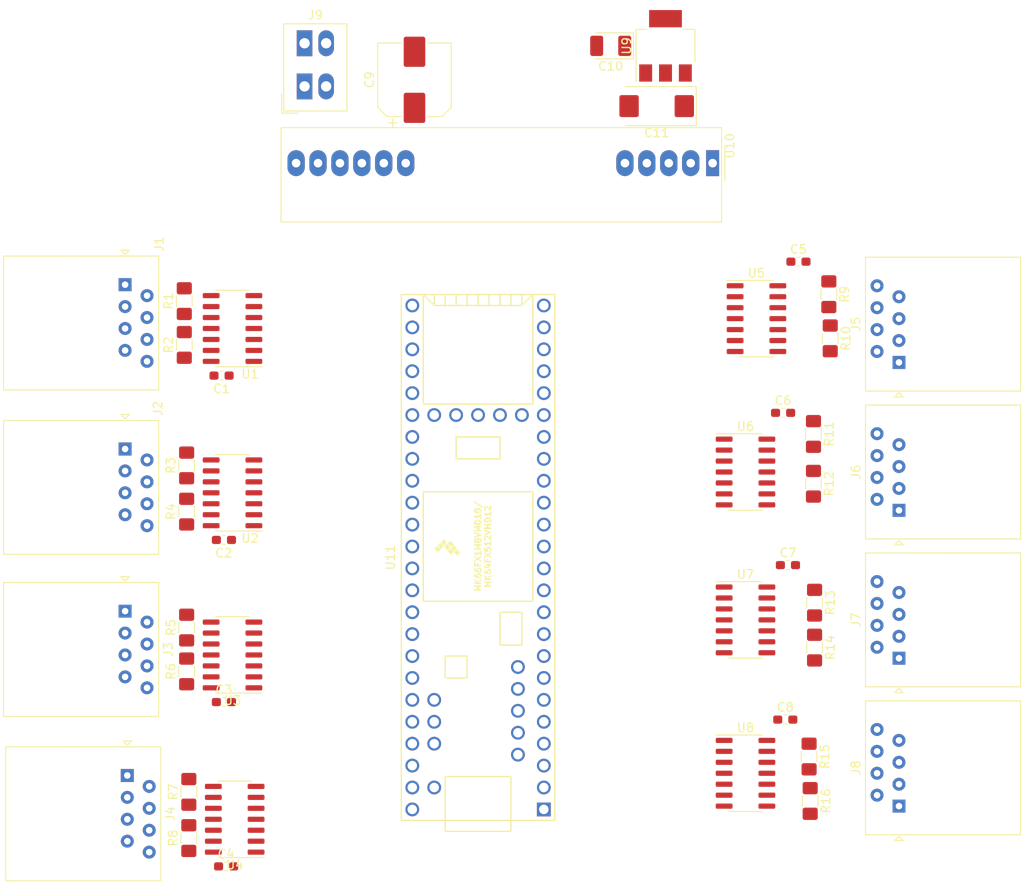
<source format=kicad_pcb>
(kicad_pcb (version 20171130) (host pcbnew "(5.1.5-0-10_14)")

  (general
    (thickness 1.6)
    (drawings 0)
    (tracks 0)
    (zones 0)
    (modules 47)
    (nets 119)
  )

  (page A4)
  (layers
    (0 F.Cu signal)
    (31 B.Cu signal)
    (32 B.Adhes user)
    (33 F.Adhes user)
    (34 B.Paste user)
    (35 F.Paste user)
    (36 B.SilkS user)
    (37 F.SilkS user)
    (38 B.Mask user)
    (39 F.Mask user)
    (40 Dwgs.User user)
    (41 Cmts.User user)
    (42 Eco1.User user)
    (43 Eco2.User user)
    (44 Edge.Cuts user)
    (45 Margin user)
    (46 B.CrtYd user)
    (47 F.CrtYd user)
    (48 B.Fab user)
    (49 F.Fab user)
  )

  (setup
    (last_trace_width 0.25)
    (trace_clearance 0.2)
    (zone_clearance 0.508)
    (zone_45_only no)
    (trace_min 0.2)
    (via_size 0.8)
    (via_drill 0.4)
    (via_min_size 0.4)
    (via_min_drill 0.3)
    (uvia_size 0.3)
    (uvia_drill 0.1)
    (uvias_allowed no)
    (uvia_min_size 0.2)
    (uvia_min_drill 0.1)
    (edge_width 0.05)
    (segment_width 0.2)
    (pcb_text_width 0.3)
    (pcb_text_size 1.5 1.5)
    (mod_edge_width 0.12)
    (mod_text_size 1 1)
    (mod_text_width 0.15)
    (pad_size 1.524 1.524)
    (pad_drill 0.762)
    (pad_to_mask_clearance 0.051)
    (solder_mask_min_width 0.25)
    (aux_axis_origin 0 0)
    (visible_elements FFFFFF7F)
    (pcbplotparams
      (layerselection 0x010fc_ffffffff)
      (usegerberextensions false)
      (usegerberattributes false)
      (usegerberadvancedattributes false)
      (creategerberjobfile false)
      (excludeedgelayer true)
      (linewidth 0.100000)
      (plotframeref false)
      (viasonmask false)
      (mode 1)
      (useauxorigin false)
      (hpglpennumber 1)
      (hpglpenspeed 20)
      (hpglpendiameter 15.000000)
      (psnegative false)
      (psa4output false)
      (plotreference true)
      (plotvalue true)
      (plotinvisibletext false)
      (padsonsilk false)
      (subtractmaskfromsilk false)
      (outputformat 1)
      (mirror false)
      (drillshape 1)
      (scaleselection 1)
      (outputdirectory ""))
  )

  (net 0 "")
  (net 1 GND)
  (net 2 VCC)
  (net 3 +24V)
  (net 4 +5V)
  (net 5 "Net-(J1-Pad8)")
  (net 6 "Net-(J1-Pad7)")
  (net 7 "Net-(J1-Pad2)")
  (net 8 "Net-(J1-Pad1)")
  (net 9 "Net-(J2-Pad8)")
  (net 10 "Net-(J2-Pad7)")
  (net 11 "Net-(J2-Pad2)")
  (net 12 "Net-(J2-Pad1)")
  (net 13 "Net-(J3-Pad8)")
  (net 14 "Net-(J3-Pad7)")
  (net 15 "Net-(J3-Pad2)")
  (net 16 "Net-(J3-Pad1)")
  (net 17 "Net-(J4-Pad8)")
  (net 18 "Net-(J4-Pad7)")
  (net 19 "Net-(J4-Pad2)")
  (net 20 "Net-(J4-Pad1)")
  (net 21 "Net-(J5-Pad8)")
  (net 22 "Net-(J5-Pad7)")
  (net 23 "Net-(J5-Pad2)")
  (net 24 "Net-(J5-Pad1)")
  (net 25 "Net-(J6-Pad8)")
  (net 26 "Net-(J6-Pad7)")
  (net 27 "Net-(J6-Pad2)")
  (net 28 "Net-(J6-Pad1)")
  (net 29 "Net-(J7-Pad8)")
  (net 30 "Net-(J7-Pad7)")
  (net 31 "Net-(J7-Pad2)")
  (net 32 "Net-(J7-Pad1)")
  (net 33 "Net-(J8-Pad8)")
  (net 34 "Net-(J8-Pad7)")
  (net 35 "Net-(J8-Pad2)")
  (net 36 "Net-(J8-Pad1)")
  (net 37 "Net-(U1-Pad13)")
  (net 38 "Net-(U1-Pad8)")
  (net 39 T_1)
  (net 40 R_1)
  (net 41 "Net-(U1-Pad1)")
  (net 42 "Net-(U2-Pad13)")
  (net 43 "Net-(U2-Pad8)")
  (net 44 T_2)
  (net 45 R_2)
  (net 46 "Net-(U2-Pad1)")
  (net 47 "Net-(U3-Pad13)")
  (net 48 "Net-(U3-Pad8)")
  (net 49 T_3)
  (net 50 R_3)
  (net 51 "Net-(U3-Pad1)")
  (net 52 "Net-(U4-Pad13)")
  (net 53 "Net-(U4-Pad8)")
  (net 54 T_4)
  (net 55 R_4)
  (net 56 "Net-(U4-Pad1)")
  (net 57 "Net-(U5-Pad13)")
  (net 58 "Net-(U5-Pad8)")
  (net 59 T_5)
  (net 60 R_5)
  (net 61 "Net-(U5-Pad1)")
  (net 62 "Net-(U6-Pad13)")
  (net 63 "Net-(U6-Pad8)")
  (net 64 T_6)
  (net 65 R_6)
  (net 66 "Net-(U6-Pad1)")
  (net 67 "Net-(U7-Pad13)")
  (net 68 "Net-(U7-Pad8)")
  (net 69 T_7)
  (net 70 R_7)
  (net 71 "Net-(U7-Pad1)")
  (net 72 "Net-(U8-Pad13)")
  (net 73 "Net-(U8-Pad8)")
  (net 74 T_8)
  (net 75 R_8)
  (net 76 "Net-(U8-Pad1)")
  (net 77 "Net-(U10-Pad9)")
  (net 78 "Net-(U10-Pad10)")
  (net 79 "Net-(U10-Pad11)")
  (net 80 "Net-(U11-Pad57)")
  (net 81 "Net-(U11-Pad56)")
  (net 82 "Net-(U11-Pad55)")
  (net 83 "Net-(U11-Pad54)")
  (net 84 "Net-(U11-Pad52)")
  (net 85 "Net-(U11-Pad51)")
  (net 86 "Net-(U11-Pad50)")
  (net 87 "Net-(U11-Pad49)")
  (net 88 "Net-(U11-Pad46)")
  (net 89 "Net-(U11-Pad45)")
  (net 90 "Net-(U11-Pad42)")
  (net 91 "Net-(U11-Pad40)")
  (net 92 "Net-(U11-Pad39)")
  (net 93 "Net-(U11-Pad38)")
  (net 94 "Net-(U11-Pad11)")
  (net 95 "Net-(U11-Pad13)")
  (net 96 "Net-(U11-Pad37)")
  (net 97 "Net-(U11-Pad36)")
  (net 98 "Net-(U11-Pad35)")
  (net 99 "Net-(U11-Pad34)")
  (net 100 "Net-(U11-Pad33)")
  (net 101 "Net-(U11-Pad32)")
  (net 102 "Net-(U11-Pad31)")
  (net 103 "Net-(U11-Pad30)")
  (net 104 "Net-(U11-Pad29)")
  (net 105 "Net-(U11-Pad28)")
  (net 106 "Net-(U11-Pad27)")
  (net 107 "Net-(U11-Pad26)")
  (net 108 "Net-(U11-Pad25)")
  (net 109 "Net-(U11-Pad24)")
  (net 110 "Net-(U11-Pad23)")
  (net 111 "Net-(U11-Pad22)")
  (net 112 "Net-(U11-Pad21)")
  (net 113 "Net-(U11-Pad15)")
  (net 114 "Net-(U11-Pad16)")
  (net 115 "Net-(U11-Pad20)")
  (net 116 "Net-(U11-Pad19)")
  (net 117 "Net-(U11-Pad18)")
  (net 118 "Net-(U11-Pad17)")

  (net_class Default "This is the default net class."
    (clearance 0.2)
    (trace_width 0.25)
    (via_dia 0.8)
    (via_drill 0.4)
    (uvia_dia 0.3)
    (uvia_drill 0.1)
    (add_net +24V)
    (add_net +5V)
    (add_net GND)
    (add_net "Net-(J1-Pad1)")
    (add_net "Net-(J1-Pad2)")
    (add_net "Net-(J1-Pad7)")
    (add_net "Net-(J1-Pad8)")
    (add_net "Net-(J2-Pad1)")
    (add_net "Net-(J2-Pad2)")
    (add_net "Net-(J2-Pad7)")
    (add_net "Net-(J2-Pad8)")
    (add_net "Net-(J3-Pad1)")
    (add_net "Net-(J3-Pad2)")
    (add_net "Net-(J3-Pad7)")
    (add_net "Net-(J3-Pad8)")
    (add_net "Net-(J4-Pad1)")
    (add_net "Net-(J4-Pad2)")
    (add_net "Net-(J4-Pad7)")
    (add_net "Net-(J4-Pad8)")
    (add_net "Net-(J5-Pad1)")
    (add_net "Net-(J5-Pad2)")
    (add_net "Net-(J5-Pad7)")
    (add_net "Net-(J5-Pad8)")
    (add_net "Net-(J6-Pad1)")
    (add_net "Net-(J6-Pad2)")
    (add_net "Net-(J6-Pad7)")
    (add_net "Net-(J6-Pad8)")
    (add_net "Net-(J7-Pad1)")
    (add_net "Net-(J7-Pad2)")
    (add_net "Net-(J7-Pad7)")
    (add_net "Net-(J7-Pad8)")
    (add_net "Net-(J8-Pad1)")
    (add_net "Net-(J8-Pad2)")
    (add_net "Net-(J8-Pad7)")
    (add_net "Net-(J8-Pad8)")
    (add_net "Net-(U1-Pad1)")
    (add_net "Net-(U1-Pad13)")
    (add_net "Net-(U1-Pad8)")
    (add_net "Net-(U10-Pad10)")
    (add_net "Net-(U10-Pad11)")
    (add_net "Net-(U10-Pad9)")
    (add_net "Net-(U11-Pad11)")
    (add_net "Net-(U11-Pad13)")
    (add_net "Net-(U11-Pad15)")
    (add_net "Net-(U11-Pad16)")
    (add_net "Net-(U11-Pad17)")
    (add_net "Net-(U11-Pad18)")
    (add_net "Net-(U11-Pad19)")
    (add_net "Net-(U11-Pad20)")
    (add_net "Net-(U11-Pad21)")
    (add_net "Net-(U11-Pad22)")
    (add_net "Net-(U11-Pad23)")
    (add_net "Net-(U11-Pad24)")
    (add_net "Net-(U11-Pad25)")
    (add_net "Net-(U11-Pad26)")
    (add_net "Net-(U11-Pad27)")
    (add_net "Net-(U11-Pad28)")
    (add_net "Net-(U11-Pad29)")
    (add_net "Net-(U11-Pad30)")
    (add_net "Net-(U11-Pad31)")
    (add_net "Net-(U11-Pad32)")
    (add_net "Net-(U11-Pad33)")
    (add_net "Net-(U11-Pad34)")
    (add_net "Net-(U11-Pad35)")
    (add_net "Net-(U11-Pad36)")
    (add_net "Net-(U11-Pad37)")
    (add_net "Net-(U11-Pad38)")
    (add_net "Net-(U11-Pad39)")
    (add_net "Net-(U11-Pad40)")
    (add_net "Net-(U11-Pad42)")
    (add_net "Net-(U11-Pad45)")
    (add_net "Net-(U11-Pad46)")
    (add_net "Net-(U11-Pad49)")
    (add_net "Net-(U11-Pad50)")
    (add_net "Net-(U11-Pad51)")
    (add_net "Net-(U11-Pad52)")
    (add_net "Net-(U11-Pad54)")
    (add_net "Net-(U11-Pad55)")
    (add_net "Net-(U11-Pad56)")
    (add_net "Net-(U11-Pad57)")
    (add_net "Net-(U2-Pad1)")
    (add_net "Net-(U2-Pad13)")
    (add_net "Net-(U2-Pad8)")
    (add_net "Net-(U3-Pad1)")
    (add_net "Net-(U3-Pad13)")
    (add_net "Net-(U3-Pad8)")
    (add_net "Net-(U4-Pad1)")
    (add_net "Net-(U4-Pad13)")
    (add_net "Net-(U4-Pad8)")
    (add_net "Net-(U5-Pad1)")
    (add_net "Net-(U5-Pad13)")
    (add_net "Net-(U5-Pad8)")
    (add_net "Net-(U6-Pad1)")
    (add_net "Net-(U6-Pad13)")
    (add_net "Net-(U6-Pad8)")
    (add_net "Net-(U7-Pad1)")
    (add_net "Net-(U7-Pad13)")
    (add_net "Net-(U7-Pad8)")
    (add_net "Net-(U8-Pad1)")
    (add_net "Net-(U8-Pad13)")
    (add_net "Net-(U8-Pad8)")
    (add_net R_1)
    (add_net R_2)
    (add_net R_3)
    (add_net R_4)
    (add_net R_5)
    (add_net R_6)
    (add_net R_7)
    (add_net R_8)
    (add_net T_1)
    (add_net T_2)
    (add_net T_3)
    (add_net T_4)
    (add_net T_5)
    (add_net T_6)
    (add_net T_7)
    (add_net T_8)
    (add_net VCC)
  )

  (module Package_SO:SOIC-14_3.9x8.7mm_P1.27mm (layer F.Cu) (tedit 5D9F72B1) (tstamp 5E059D15)
    (at 55.88 121.031 180)
    (descr "SOIC, 14 Pin (JEDEC MS-012AB, https://www.analog.com/media/en/package-pcb-resources/package/pkg_pdf/soic_narrow-r/r_14.pdf), generated with kicad-footprint-generator ipc_gullwing_generator.py")
    (tags "SOIC SO")
    (path /5F08A0C4)
    (attr smd)
    (fp_text reference U4 (at 0 -5.28) (layer F.SilkS)
      (effects (font (size 1 1) (thickness 0.15)))
    )
    (fp_text value SP3491 (at 0 5.28) (layer F.Fab)
      (effects (font (size 1 1) (thickness 0.15)))
    )
    (fp_text user %R (at 0 0) (layer F.Fab)
      (effects (font (size 0.98 0.98) (thickness 0.15)))
    )
    (fp_line (start 3.7 -4.58) (end -3.7 -4.58) (layer F.CrtYd) (width 0.05))
    (fp_line (start 3.7 4.58) (end 3.7 -4.58) (layer F.CrtYd) (width 0.05))
    (fp_line (start -3.7 4.58) (end 3.7 4.58) (layer F.CrtYd) (width 0.05))
    (fp_line (start -3.7 -4.58) (end -3.7 4.58) (layer F.CrtYd) (width 0.05))
    (fp_line (start -1.95 -3.35) (end -0.975 -4.325) (layer F.Fab) (width 0.1))
    (fp_line (start -1.95 4.325) (end -1.95 -3.35) (layer F.Fab) (width 0.1))
    (fp_line (start 1.95 4.325) (end -1.95 4.325) (layer F.Fab) (width 0.1))
    (fp_line (start 1.95 -4.325) (end 1.95 4.325) (layer F.Fab) (width 0.1))
    (fp_line (start -0.975 -4.325) (end 1.95 -4.325) (layer F.Fab) (width 0.1))
    (fp_line (start 0 -4.435) (end -3.45 -4.435) (layer F.SilkS) (width 0.12))
    (fp_line (start 0 -4.435) (end 1.95 -4.435) (layer F.SilkS) (width 0.12))
    (fp_line (start 0 4.435) (end -1.95 4.435) (layer F.SilkS) (width 0.12))
    (fp_line (start 0 4.435) (end 1.95 4.435) (layer F.SilkS) (width 0.12))
    (pad 14 smd roundrect (at 2.475 -3.81 180) (size 1.95 0.6) (layers F.Cu F.Paste F.Mask) (roundrect_rratio 0.25)
      (net 2 VCC))
    (pad 13 smd roundrect (at 2.475 -2.54 180) (size 1.95 0.6) (layers F.Cu F.Paste F.Mask) (roundrect_rratio 0.25)
      (net 52 "Net-(U4-Pad13)"))
    (pad 12 smd roundrect (at 2.475 -1.27 180) (size 1.95 0.6) (layers F.Cu F.Paste F.Mask) (roundrect_rratio 0.25)
      (net 17 "Net-(J4-Pad8)"))
    (pad 11 smd roundrect (at 2.475 0 180) (size 1.95 0.6) (layers F.Cu F.Paste F.Mask) (roundrect_rratio 0.25)
      (net 18 "Net-(J4-Pad7)"))
    (pad 10 smd roundrect (at 2.475 1.27 180) (size 1.95 0.6) (layers F.Cu F.Paste F.Mask) (roundrect_rratio 0.25)
      (net 19 "Net-(J4-Pad2)"))
    (pad 9 smd roundrect (at 2.475 2.54 180) (size 1.95 0.6) (layers F.Cu F.Paste F.Mask) (roundrect_rratio 0.25)
      (net 20 "Net-(J4-Pad1)"))
    (pad 8 smd roundrect (at 2.475 3.81 180) (size 1.95 0.6) (layers F.Cu F.Paste F.Mask) (roundrect_rratio 0.25)
      (net 53 "Net-(U4-Pad8)"))
    (pad 7 smd roundrect (at -2.475 3.81 180) (size 1.95 0.6) (layers F.Cu F.Paste F.Mask) (roundrect_rratio 0.25)
      (net 1 GND))
    (pad 6 smd roundrect (at -2.475 2.54 180) (size 1.95 0.6) (layers F.Cu F.Paste F.Mask) (roundrect_rratio 0.25)
      (net 1 GND))
    (pad 5 smd roundrect (at -2.475 1.27 180) (size 1.95 0.6) (layers F.Cu F.Paste F.Mask) (roundrect_rratio 0.25)
      (net 39 T_1))
    (pad 4 smd roundrect (at -2.475 0 180) (size 1.95 0.6) (layers F.Cu F.Paste F.Mask) (roundrect_rratio 0.25)
      (net 2 VCC))
    (pad 3 smd roundrect (at -2.475 -1.27 180) (size 1.95 0.6) (layers F.Cu F.Paste F.Mask) (roundrect_rratio 0.25)
      (net 1 GND))
    (pad 2 smd roundrect (at -2.475 -2.54 180) (size 1.95 0.6) (layers F.Cu F.Paste F.Mask) (roundrect_rratio 0.25)
      (net 40 R_1))
    (pad 1 smd roundrect (at -2.475 -3.81 180) (size 1.95 0.6) (layers F.Cu F.Paste F.Mask) (roundrect_rratio 0.25)
      (net 56 "Net-(U4-Pad1)"))
    (model ${KISYS3DMOD}/Package_SO.3dshapes/SOIC-14_3.9x8.7mm_P1.27mm.wrl
      (at (xyz 0 0 0))
      (scale (xyz 1 1 1))
      (rotate (xyz 0 0 0))
    )
  )

  (module Package_SO:SOIC-14_3.9x8.7mm_P1.27mm (layer F.Cu) (tedit 5D9F72B1) (tstamp 5E05C956)
    (at 55.626 101.981 180)
    (descr "SOIC, 14 Pin (JEDEC MS-012AB, https://www.analog.com/media/en/package-pcb-resources/package/pkg_pdf/soic_narrow-r/r_14.pdf), generated with kicad-footprint-generator ipc_gullwing_generator.py")
    (tags "SOIC SO")
    (path /5F08A05D)
    (attr smd)
    (fp_text reference U3 (at 0 -5.28) (layer F.SilkS)
      (effects (font (size 1 1) (thickness 0.15)))
    )
    (fp_text value SP3491 (at 0 5.28) (layer F.Fab)
      (effects (font (size 1 1) (thickness 0.15)))
    )
    (fp_text user %R (at 0 0) (layer F.Fab)
      (effects (font (size 0.98 0.98) (thickness 0.15)))
    )
    (fp_line (start 3.7 -4.58) (end -3.7 -4.58) (layer F.CrtYd) (width 0.05))
    (fp_line (start 3.7 4.58) (end 3.7 -4.58) (layer F.CrtYd) (width 0.05))
    (fp_line (start -3.7 4.58) (end 3.7 4.58) (layer F.CrtYd) (width 0.05))
    (fp_line (start -3.7 -4.58) (end -3.7 4.58) (layer F.CrtYd) (width 0.05))
    (fp_line (start -1.95 -3.35) (end -0.975 -4.325) (layer F.Fab) (width 0.1))
    (fp_line (start -1.95 4.325) (end -1.95 -3.35) (layer F.Fab) (width 0.1))
    (fp_line (start 1.95 4.325) (end -1.95 4.325) (layer F.Fab) (width 0.1))
    (fp_line (start 1.95 -4.325) (end 1.95 4.325) (layer F.Fab) (width 0.1))
    (fp_line (start -0.975 -4.325) (end 1.95 -4.325) (layer F.Fab) (width 0.1))
    (fp_line (start 0 -4.435) (end -3.45 -4.435) (layer F.SilkS) (width 0.12))
    (fp_line (start 0 -4.435) (end 1.95 -4.435) (layer F.SilkS) (width 0.12))
    (fp_line (start 0 4.435) (end -1.95 4.435) (layer F.SilkS) (width 0.12))
    (fp_line (start 0 4.435) (end 1.95 4.435) (layer F.SilkS) (width 0.12))
    (pad 14 smd roundrect (at 2.475 -3.81 180) (size 1.95 0.6) (layers F.Cu F.Paste F.Mask) (roundrect_rratio 0.25)
      (net 2 VCC))
    (pad 13 smd roundrect (at 2.475 -2.54 180) (size 1.95 0.6) (layers F.Cu F.Paste F.Mask) (roundrect_rratio 0.25)
      (net 47 "Net-(U3-Pad13)"))
    (pad 12 smd roundrect (at 2.475 -1.27 180) (size 1.95 0.6) (layers F.Cu F.Paste F.Mask) (roundrect_rratio 0.25)
      (net 13 "Net-(J3-Pad8)"))
    (pad 11 smd roundrect (at 2.475 0 180) (size 1.95 0.6) (layers F.Cu F.Paste F.Mask) (roundrect_rratio 0.25)
      (net 14 "Net-(J3-Pad7)"))
    (pad 10 smd roundrect (at 2.475 1.27 180) (size 1.95 0.6) (layers F.Cu F.Paste F.Mask) (roundrect_rratio 0.25)
      (net 15 "Net-(J3-Pad2)"))
    (pad 9 smd roundrect (at 2.475 2.54 180) (size 1.95 0.6) (layers F.Cu F.Paste F.Mask) (roundrect_rratio 0.25)
      (net 16 "Net-(J3-Pad1)"))
    (pad 8 smd roundrect (at 2.475 3.81 180) (size 1.95 0.6) (layers F.Cu F.Paste F.Mask) (roundrect_rratio 0.25)
      (net 48 "Net-(U3-Pad8)"))
    (pad 7 smd roundrect (at -2.475 3.81 180) (size 1.95 0.6) (layers F.Cu F.Paste F.Mask) (roundrect_rratio 0.25)
      (net 1 GND))
    (pad 6 smd roundrect (at -2.475 2.54 180) (size 1.95 0.6) (layers F.Cu F.Paste F.Mask) (roundrect_rratio 0.25)
      (net 1 GND))
    (pad 5 smd roundrect (at -2.475 1.27 180) (size 1.95 0.6) (layers F.Cu F.Paste F.Mask) (roundrect_rratio 0.25)
      (net 39 T_1))
    (pad 4 smd roundrect (at -2.475 0 180) (size 1.95 0.6) (layers F.Cu F.Paste F.Mask) (roundrect_rratio 0.25)
      (net 2 VCC))
    (pad 3 smd roundrect (at -2.475 -1.27 180) (size 1.95 0.6) (layers F.Cu F.Paste F.Mask) (roundrect_rratio 0.25)
      (net 1 GND))
    (pad 2 smd roundrect (at -2.475 -2.54 180) (size 1.95 0.6) (layers F.Cu F.Paste F.Mask) (roundrect_rratio 0.25)
      (net 40 R_1))
    (pad 1 smd roundrect (at -2.475 -3.81 180) (size 1.95 0.6) (layers F.Cu F.Paste F.Mask) (roundrect_rratio 0.25)
      (net 51 "Net-(U3-Pad1)"))
    (model ${KISYS3DMOD}/Package_SO.3dshapes/SOIC-14_3.9x8.7mm_P1.27mm.wrl
      (at (xyz 0 0 0))
      (scale (xyz 1 1 1))
      (rotate (xyz 0 0 0))
    )
  )

  (module Package_SO:SOIC-14_3.9x8.7mm_P1.27mm (layer F.Cu) (tedit 5D9F72B1) (tstamp 5E059CD5)
    (at 55.626 83.185 180)
    (descr "SOIC, 14 Pin (JEDEC MS-012AB, https://www.analog.com/media/en/package-pcb-resources/package/pkg_pdf/soic_narrow-r/r_14.pdf), generated with kicad-footprint-generator ipc_gullwing_generator.py")
    (tags "SOIC SO")
    (path /5F07E768)
    (attr smd)
    (fp_text reference U2 (at -2.032 -5.28) (layer F.SilkS)
      (effects (font (size 1 1) (thickness 0.15)))
    )
    (fp_text value SP3491 (at 0 5.28) (layer F.Fab)
      (effects (font (size 1 1) (thickness 0.15)))
    )
    (fp_text user %R (at 0 0) (layer F.Fab)
      (effects (font (size 0.98 0.98) (thickness 0.15)))
    )
    (fp_line (start 3.7 -4.58) (end -3.7 -4.58) (layer F.CrtYd) (width 0.05))
    (fp_line (start 3.7 4.58) (end 3.7 -4.58) (layer F.CrtYd) (width 0.05))
    (fp_line (start -3.7 4.58) (end 3.7 4.58) (layer F.CrtYd) (width 0.05))
    (fp_line (start -3.7 -4.58) (end -3.7 4.58) (layer F.CrtYd) (width 0.05))
    (fp_line (start -1.95 -3.35) (end -0.975 -4.325) (layer F.Fab) (width 0.1))
    (fp_line (start -1.95 4.325) (end -1.95 -3.35) (layer F.Fab) (width 0.1))
    (fp_line (start 1.95 4.325) (end -1.95 4.325) (layer F.Fab) (width 0.1))
    (fp_line (start 1.95 -4.325) (end 1.95 4.325) (layer F.Fab) (width 0.1))
    (fp_line (start -0.975 -4.325) (end 1.95 -4.325) (layer F.Fab) (width 0.1))
    (fp_line (start 0 -4.435) (end -3.45 -4.435) (layer F.SilkS) (width 0.12))
    (fp_line (start 0 -4.435) (end 1.95 -4.435) (layer F.SilkS) (width 0.12))
    (fp_line (start 0 4.435) (end -1.95 4.435) (layer F.SilkS) (width 0.12))
    (fp_line (start 0 4.435) (end 1.95 4.435) (layer F.SilkS) (width 0.12))
    (pad 14 smd roundrect (at 2.475 -3.81 180) (size 1.95 0.6) (layers F.Cu F.Paste F.Mask) (roundrect_rratio 0.25)
      (net 2 VCC))
    (pad 13 smd roundrect (at 2.475 -2.54 180) (size 1.95 0.6) (layers F.Cu F.Paste F.Mask) (roundrect_rratio 0.25)
      (net 42 "Net-(U2-Pad13)"))
    (pad 12 smd roundrect (at 2.475 -1.27 180) (size 1.95 0.6) (layers F.Cu F.Paste F.Mask) (roundrect_rratio 0.25)
      (net 9 "Net-(J2-Pad8)"))
    (pad 11 smd roundrect (at 2.475 0 180) (size 1.95 0.6) (layers F.Cu F.Paste F.Mask) (roundrect_rratio 0.25)
      (net 10 "Net-(J2-Pad7)"))
    (pad 10 smd roundrect (at 2.475 1.27 180) (size 1.95 0.6) (layers F.Cu F.Paste F.Mask) (roundrect_rratio 0.25)
      (net 11 "Net-(J2-Pad2)"))
    (pad 9 smd roundrect (at 2.475 2.54 180) (size 1.95 0.6) (layers F.Cu F.Paste F.Mask) (roundrect_rratio 0.25)
      (net 12 "Net-(J2-Pad1)"))
    (pad 8 smd roundrect (at 2.475 3.81 180) (size 1.95 0.6) (layers F.Cu F.Paste F.Mask) (roundrect_rratio 0.25)
      (net 43 "Net-(U2-Pad8)"))
    (pad 7 smd roundrect (at -2.475 3.81 180) (size 1.95 0.6) (layers F.Cu F.Paste F.Mask) (roundrect_rratio 0.25)
      (net 1 GND))
    (pad 6 smd roundrect (at -2.475 2.54 180) (size 1.95 0.6) (layers F.Cu F.Paste F.Mask) (roundrect_rratio 0.25)
      (net 1 GND))
    (pad 5 smd roundrect (at -2.475 1.27 180) (size 1.95 0.6) (layers F.Cu F.Paste F.Mask) (roundrect_rratio 0.25)
      (net 39 T_1))
    (pad 4 smd roundrect (at -2.475 0 180) (size 1.95 0.6) (layers F.Cu F.Paste F.Mask) (roundrect_rratio 0.25)
      (net 2 VCC))
    (pad 3 smd roundrect (at -2.475 -1.27 180) (size 1.95 0.6) (layers F.Cu F.Paste F.Mask) (roundrect_rratio 0.25)
      (net 1 GND))
    (pad 2 smd roundrect (at -2.475 -2.54 180) (size 1.95 0.6) (layers F.Cu F.Paste F.Mask) (roundrect_rratio 0.25)
      (net 40 R_1))
    (pad 1 smd roundrect (at -2.475 -3.81 180) (size 1.95 0.6) (layers F.Cu F.Paste F.Mask) (roundrect_rratio 0.25)
      (net 46 "Net-(U2-Pad1)"))
    (model ${KISYS3DMOD}/Package_SO.3dshapes/SOIC-14_3.9x8.7mm_P1.27mm.wrl
      (at (xyz 0 0 0))
      (scale (xyz 1 1 1))
      (rotate (xyz 0 0 0))
    )
  )

  (module Resistor_SMD:R_1206_3216Metric_Pad1.42x1.75mm_HandSolder (layer F.Cu) (tedit 5B301BBD) (tstamp 5E059B77)
    (at 50.562001 123.211001 90)
    (descr "Resistor SMD 1206 (3216 Metric), square (rectangular) end terminal, IPC_7351 nominal with elongated pad for handsoldering. (Body size source: http://www.tortai-tech.com/upload/download/2011102023233369053.pdf), generated with kicad-footprint-generator")
    (tags "resistor handsolder")
    (path /5F08A0BE)
    (attr smd)
    (fp_text reference R8 (at 0 -1.82 90) (layer F.SilkS)
      (effects (font (size 1 1) (thickness 0.15)))
    )
    (fp_text value 100 (at 0 1.82 90) (layer F.Fab)
      (effects (font (size 1 1) (thickness 0.15)))
    )
    (fp_text user %R (at 0 0 90) (layer F.Fab)
      (effects (font (size 0.8 0.8) (thickness 0.12)))
    )
    (fp_line (start 2.45 1.12) (end -2.45 1.12) (layer F.CrtYd) (width 0.05))
    (fp_line (start 2.45 -1.12) (end 2.45 1.12) (layer F.CrtYd) (width 0.05))
    (fp_line (start -2.45 -1.12) (end 2.45 -1.12) (layer F.CrtYd) (width 0.05))
    (fp_line (start -2.45 1.12) (end -2.45 -1.12) (layer F.CrtYd) (width 0.05))
    (fp_line (start -0.602064 0.91) (end 0.602064 0.91) (layer F.SilkS) (width 0.12))
    (fp_line (start -0.602064 -0.91) (end 0.602064 -0.91) (layer F.SilkS) (width 0.12))
    (fp_line (start 1.6 0.8) (end -1.6 0.8) (layer F.Fab) (width 0.1))
    (fp_line (start 1.6 -0.8) (end 1.6 0.8) (layer F.Fab) (width 0.1))
    (fp_line (start -1.6 -0.8) (end 1.6 -0.8) (layer F.Fab) (width 0.1))
    (fp_line (start -1.6 0.8) (end -1.6 -0.8) (layer F.Fab) (width 0.1))
    (pad 2 smd roundrect (at 1.4875 0 90) (size 1.425 1.75) (layers F.Cu F.Paste F.Mask) (roundrect_rratio 0.175439)
      (net 18 "Net-(J4-Pad7)"))
    (pad 1 smd roundrect (at -1.4875 0 90) (size 1.425 1.75) (layers F.Cu F.Paste F.Mask) (roundrect_rratio 0.175439)
      (net 17 "Net-(J4-Pad8)"))
    (model ${KISYS3DMOD}/Resistor_SMD.3dshapes/R_1206_3216Metric.wrl
      (at (xyz 0 0 0))
      (scale (xyz 1 1 1))
      (rotate (xyz 0 0 0))
    )
  )

  (module Resistor_SMD:R_1206_3216Metric_Pad1.42x1.75mm_HandSolder (layer F.Cu) (tedit 5B301BBD) (tstamp 5E059B66)
    (at 50.562001 117.856 90)
    (descr "Resistor SMD 1206 (3216 Metric), square (rectangular) end terminal, IPC_7351 nominal with elongated pad for handsoldering. (Body size source: http://www.tortai-tech.com/upload/download/2011102023233369053.pdf), generated with kicad-footprint-generator")
    (tags "resistor handsolder")
    (path /5F08A0CA)
    (attr smd)
    (fp_text reference R7 (at 0 -1.82 90) (layer F.SilkS)
      (effects (font (size 1 1) (thickness 0.15)))
    )
    (fp_text value 100 (at 0 1.82 90) (layer F.Fab)
      (effects (font (size 1 1) (thickness 0.15)))
    )
    (fp_text user %R (at 0 0 90) (layer F.Fab)
      (effects (font (size 0.8 0.8) (thickness 0.12)))
    )
    (fp_line (start 2.45 1.12) (end -2.45 1.12) (layer F.CrtYd) (width 0.05))
    (fp_line (start 2.45 -1.12) (end 2.45 1.12) (layer F.CrtYd) (width 0.05))
    (fp_line (start -2.45 -1.12) (end 2.45 -1.12) (layer F.CrtYd) (width 0.05))
    (fp_line (start -2.45 1.12) (end -2.45 -1.12) (layer F.CrtYd) (width 0.05))
    (fp_line (start -0.602064 0.91) (end 0.602064 0.91) (layer F.SilkS) (width 0.12))
    (fp_line (start -0.602064 -0.91) (end 0.602064 -0.91) (layer F.SilkS) (width 0.12))
    (fp_line (start 1.6 0.8) (end -1.6 0.8) (layer F.Fab) (width 0.1))
    (fp_line (start 1.6 -0.8) (end 1.6 0.8) (layer F.Fab) (width 0.1))
    (fp_line (start -1.6 -0.8) (end 1.6 -0.8) (layer F.Fab) (width 0.1))
    (fp_line (start -1.6 0.8) (end -1.6 -0.8) (layer F.Fab) (width 0.1))
    (pad 2 smd roundrect (at 1.4875 0 90) (size 1.425 1.75) (layers F.Cu F.Paste F.Mask) (roundrect_rratio 0.175439)
      (net 20 "Net-(J4-Pad1)"))
    (pad 1 smd roundrect (at -1.4875 0 90) (size 1.425 1.75) (layers F.Cu F.Paste F.Mask) (roundrect_rratio 0.175439)
      (net 19 "Net-(J4-Pad2)"))
    (model ${KISYS3DMOD}/Resistor_SMD.3dshapes/R_1206_3216Metric.wrl
      (at (xyz 0 0 0))
      (scale (xyz 1 1 1))
      (rotate (xyz 0 0 0))
    )
  )

  (module Resistor_SMD:R_1206_3216Metric_Pad1.42x1.75mm_HandSolder (layer F.Cu) (tedit 5B301BBD) (tstamp 5E05C8B7)
    (at 50.308001 103.886 90)
    (descr "Resistor SMD 1206 (3216 Metric), square (rectangular) end terminal, IPC_7351 nominal with elongated pad for handsoldering. (Body size source: http://www.tortai-tech.com/upload/download/2011102023233369053.pdf), generated with kicad-footprint-generator")
    (tags "resistor handsolder")
    (path /5F08A057)
    (attr smd)
    (fp_text reference R6 (at 0 -1.82 90) (layer F.SilkS)
      (effects (font (size 1 1) (thickness 0.15)))
    )
    (fp_text value 100 (at 0 1.82 90) (layer F.Fab)
      (effects (font (size 1 1) (thickness 0.15)))
    )
    (fp_text user %R (at 0 0 90) (layer F.Fab)
      (effects (font (size 0.8 0.8) (thickness 0.12)))
    )
    (fp_line (start 2.45 1.12) (end -2.45 1.12) (layer F.CrtYd) (width 0.05))
    (fp_line (start 2.45 -1.12) (end 2.45 1.12) (layer F.CrtYd) (width 0.05))
    (fp_line (start -2.45 -1.12) (end 2.45 -1.12) (layer F.CrtYd) (width 0.05))
    (fp_line (start -2.45 1.12) (end -2.45 -1.12) (layer F.CrtYd) (width 0.05))
    (fp_line (start -0.602064 0.91) (end 0.602064 0.91) (layer F.SilkS) (width 0.12))
    (fp_line (start -0.602064 -0.91) (end 0.602064 -0.91) (layer F.SilkS) (width 0.12))
    (fp_line (start 1.6 0.8) (end -1.6 0.8) (layer F.Fab) (width 0.1))
    (fp_line (start 1.6 -0.8) (end 1.6 0.8) (layer F.Fab) (width 0.1))
    (fp_line (start -1.6 -0.8) (end 1.6 -0.8) (layer F.Fab) (width 0.1))
    (fp_line (start -1.6 0.8) (end -1.6 -0.8) (layer F.Fab) (width 0.1))
    (pad 2 smd roundrect (at 1.4875 0 90) (size 1.425 1.75) (layers F.Cu F.Paste F.Mask) (roundrect_rratio 0.175439)
      (net 14 "Net-(J3-Pad7)"))
    (pad 1 smd roundrect (at -1.4875 0 90) (size 1.425 1.75) (layers F.Cu F.Paste F.Mask) (roundrect_rratio 0.175439)
      (net 13 "Net-(J3-Pad8)"))
    (model ${KISYS3DMOD}/Resistor_SMD.3dshapes/R_1206_3216Metric.wrl
      (at (xyz 0 0 0))
      (scale (xyz 1 1 1))
      (rotate (xyz 0 0 0))
    )
  )

  (module Resistor_SMD:R_1206_3216Metric_Pad1.42x1.75mm_HandSolder (layer F.Cu) (tedit 5B301BBD) (tstamp 5E05C8E7)
    (at 50.308001 98.806 90)
    (descr "Resistor SMD 1206 (3216 Metric), square (rectangular) end terminal, IPC_7351 nominal with elongated pad for handsoldering. (Body size source: http://www.tortai-tech.com/upload/download/2011102023233369053.pdf), generated with kicad-footprint-generator")
    (tags "resistor handsolder")
    (path /5F08A063)
    (attr smd)
    (fp_text reference R5 (at 0 -1.82 90) (layer F.SilkS)
      (effects (font (size 1 1) (thickness 0.15)))
    )
    (fp_text value 100 (at 0 1.82 90) (layer F.Fab)
      (effects (font (size 1 1) (thickness 0.15)))
    )
    (fp_text user %R (at 0 0 90) (layer F.Fab)
      (effects (font (size 0.8 0.8) (thickness 0.12)))
    )
    (fp_line (start 2.45 1.12) (end -2.45 1.12) (layer F.CrtYd) (width 0.05))
    (fp_line (start 2.45 -1.12) (end 2.45 1.12) (layer F.CrtYd) (width 0.05))
    (fp_line (start -2.45 -1.12) (end 2.45 -1.12) (layer F.CrtYd) (width 0.05))
    (fp_line (start -2.45 1.12) (end -2.45 -1.12) (layer F.CrtYd) (width 0.05))
    (fp_line (start -0.602064 0.91) (end 0.602064 0.91) (layer F.SilkS) (width 0.12))
    (fp_line (start -0.602064 -0.91) (end 0.602064 -0.91) (layer F.SilkS) (width 0.12))
    (fp_line (start 1.6 0.8) (end -1.6 0.8) (layer F.Fab) (width 0.1))
    (fp_line (start 1.6 -0.8) (end 1.6 0.8) (layer F.Fab) (width 0.1))
    (fp_line (start -1.6 -0.8) (end 1.6 -0.8) (layer F.Fab) (width 0.1))
    (fp_line (start -1.6 0.8) (end -1.6 -0.8) (layer F.Fab) (width 0.1))
    (pad 2 smd roundrect (at 1.4875 0 90) (size 1.425 1.75) (layers F.Cu F.Paste F.Mask) (roundrect_rratio 0.175439)
      (net 16 "Net-(J3-Pad1)"))
    (pad 1 smd roundrect (at -1.4875 0 90) (size 1.425 1.75) (layers F.Cu F.Paste F.Mask) (roundrect_rratio 0.175439)
      (net 15 "Net-(J3-Pad2)"))
    (model ${KISYS3DMOD}/Resistor_SMD.3dshapes/R_1206_3216Metric.wrl
      (at (xyz 0 0 0))
      (scale (xyz 1 1 1))
      (rotate (xyz 0 0 0))
    )
  )

  (module Resistor_SMD:R_1206_3216Metric_Pad1.42x1.75mm_HandSolder (layer F.Cu) (tedit 5B301BBD) (tstamp 5E059B33)
    (at 50.308001 85.365001 90)
    (descr "Resistor SMD 1206 (3216 Metric), square (rectangular) end terminal, IPC_7351 nominal with elongated pad for handsoldering. (Body size source: http://www.tortai-tech.com/upload/download/2011102023233369053.pdf), generated with kicad-footprint-generator")
    (tags "resistor handsolder")
    (path /5F07E762)
    (attr smd)
    (fp_text reference R4 (at 0 -1.82 90) (layer F.SilkS)
      (effects (font (size 1 1) (thickness 0.15)))
    )
    (fp_text value 100 (at 0 1.82 90) (layer F.Fab)
      (effects (font (size 1 1) (thickness 0.15)))
    )
    (fp_text user %R (at 0 0 90) (layer F.Fab)
      (effects (font (size 0.8 0.8) (thickness 0.12)))
    )
    (fp_line (start 2.45 1.12) (end -2.45 1.12) (layer F.CrtYd) (width 0.05))
    (fp_line (start 2.45 -1.12) (end 2.45 1.12) (layer F.CrtYd) (width 0.05))
    (fp_line (start -2.45 -1.12) (end 2.45 -1.12) (layer F.CrtYd) (width 0.05))
    (fp_line (start -2.45 1.12) (end -2.45 -1.12) (layer F.CrtYd) (width 0.05))
    (fp_line (start -0.602064 0.91) (end 0.602064 0.91) (layer F.SilkS) (width 0.12))
    (fp_line (start -0.602064 -0.91) (end 0.602064 -0.91) (layer F.SilkS) (width 0.12))
    (fp_line (start 1.6 0.8) (end -1.6 0.8) (layer F.Fab) (width 0.1))
    (fp_line (start 1.6 -0.8) (end 1.6 0.8) (layer F.Fab) (width 0.1))
    (fp_line (start -1.6 -0.8) (end 1.6 -0.8) (layer F.Fab) (width 0.1))
    (fp_line (start -1.6 0.8) (end -1.6 -0.8) (layer F.Fab) (width 0.1))
    (pad 2 smd roundrect (at 1.4875 0 90) (size 1.425 1.75) (layers F.Cu F.Paste F.Mask) (roundrect_rratio 0.175439)
      (net 10 "Net-(J2-Pad7)"))
    (pad 1 smd roundrect (at -1.4875 0 90) (size 1.425 1.75) (layers F.Cu F.Paste F.Mask) (roundrect_rratio 0.175439)
      (net 9 "Net-(J2-Pad8)"))
    (model ${KISYS3DMOD}/Resistor_SMD.3dshapes/R_1206_3216Metric.wrl
      (at (xyz 0 0 0))
      (scale (xyz 1 1 1))
      (rotate (xyz 0 0 0))
    )
  )

  (module Resistor_SMD:R_1206_3216Metric_Pad1.42x1.75mm_HandSolder (layer F.Cu) (tedit 5B301BBD) (tstamp 5E059B22)
    (at 50.308001 80.01 90)
    (descr "Resistor SMD 1206 (3216 Metric), square (rectangular) end terminal, IPC_7351 nominal with elongated pad for handsoldering. (Body size source: http://www.tortai-tech.com/upload/download/2011102023233369053.pdf), generated with kicad-footprint-generator")
    (tags "resistor handsolder")
    (path /5F07E76E)
    (attr smd)
    (fp_text reference R3 (at 0 -1.82 90) (layer F.SilkS)
      (effects (font (size 1 1) (thickness 0.15)))
    )
    (fp_text value 100 (at 0 1.82 90) (layer F.Fab)
      (effects (font (size 1 1) (thickness 0.15)))
    )
    (fp_text user %R (at 0 0 90) (layer F.Fab)
      (effects (font (size 0.8 0.8) (thickness 0.12)))
    )
    (fp_line (start 2.45 1.12) (end -2.45 1.12) (layer F.CrtYd) (width 0.05))
    (fp_line (start 2.45 -1.12) (end 2.45 1.12) (layer F.CrtYd) (width 0.05))
    (fp_line (start -2.45 -1.12) (end 2.45 -1.12) (layer F.CrtYd) (width 0.05))
    (fp_line (start -2.45 1.12) (end -2.45 -1.12) (layer F.CrtYd) (width 0.05))
    (fp_line (start -0.602064 0.91) (end 0.602064 0.91) (layer F.SilkS) (width 0.12))
    (fp_line (start -0.602064 -0.91) (end 0.602064 -0.91) (layer F.SilkS) (width 0.12))
    (fp_line (start 1.6 0.8) (end -1.6 0.8) (layer F.Fab) (width 0.1))
    (fp_line (start 1.6 -0.8) (end 1.6 0.8) (layer F.Fab) (width 0.1))
    (fp_line (start -1.6 -0.8) (end 1.6 -0.8) (layer F.Fab) (width 0.1))
    (fp_line (start -1.6 0.8) (end -1.6 -0.8) (layer F.Fab) (width 0.1))
    (pad 2 smd roundrect (at 1.4875 0 90) (size 1.425 1.75) (layers F.Cu F.Paste F.Mask) (roundrect_rratio 0.175439)
      (net 12 "Net-(J2-Pad1)"))
    (pad 1 smd roundrect (at -1.4875 0 90) (size 1.425 1.75) (layers F.Cu F.Paste F.Mask) (roundrect_rratio 0.175439)
      (net 11 "Net-(J2-Pad2)"))
    (model ${KISYS3DMOD}/Resistor_SMD.3dshapes/R_1206_3216Metric.wrl
      (at (xyz 0 0 0))
      (scale (xyz 1 1 1))
      (rotate (xyz 0 0 0))
    )
  )

  (module Connector_RJ:RJ45_Amphenol_54602-x08_Horizontal (layer F.Cu) (tedit 5B103613) (tstamp 5E0599B3)
    (at 43.434 115.951 270)
    (descr "8 Pol Shallow Latch Connector, Modjack, RJ45 (https://cdn.amphenol-icc.com/media/wysiwyg/files/drawing/c-bmj-0102.pdf)")
    (tags RJ45)
    (path /5F08A0ED)
    (fp_text reference J4 (at 4.445 -5 90) (layer F.SilkS)
      (effects (font (size 1 1) (thickness 0.15)))
    )
    (fp_text value RJ45 (at 4.445 4 90) (layer F.Fab)
      (effects (font (size 1 1) (thickness 0.15)))
    )
    (fp_line (start 12.6 14.47) (end -3.71 14.47) (layer F.CrtYd) (width 0.05))
    (fp_line (start 12.6 14.47) (end 12.6 -4.27) (layer F.CrtYd) (width 0.05))
    (fp_line (start -3.71 -4.27) (end -3.71 14.47) (layer F.CrtYd) (width 0.05))
    (fp_line (start -3.71 -4.27) (end 12.6 -4.27) (layer F.CrtYd) (width 0.05))
    (fp_line (start -3.315 -3.88) (end -3.315 14.08) (layer F.SilkS) (width 0.12))
    (fp_line (start 12.205 -3.88) (end -3.315 -3.88) (layer F.SilkS) (width 0.12))
    (fp_line (start 12.205 -3.88) (end 12.205 14.08) (layer F.SilkS) (width 0.12))
    (fp_line (start -3.315 14.08) (end 12.205 14.08) (layer F.SilkS) (width 0.12))
    (fp_line (start -3.205 -2.77) (end -2.205 -3.77) (layer F.Fab) (width 0.12))
    (fp_line (start -2.205 -3.77) (end 12.095 -3.77) (layer F.Fab) (width 0.12))
    (fp_line (start 12.095 -3.77) (end 12.095 13.97) (layer F.Fab) (width 0.12))
    (fp_line (start 12.095 13.97) (end -3.205 13.97) (layer F.Fab) (width 0.12))
    (fp_line (start -3.205 13.97) (end -3.205 -2.77) (layer F.Fab) (width 0.12))
    (fp_line (start -3.5 0) (end -4 -0.5) (layer F.SilkS) (width 0.12))
    (fp_line (start -4 -0.5) (end -4 0.5) (layer F.SilkS) (width 0.12))
    (fp_line (start -4 0.5) (end -3.5 0) (layer F.SilkS) (width 0.12))
    (fp_text user %R (at 4.445 2 90) (layer F.Fab)
      (effects (font (size 1 1) (thickness 0.15)))
    )
    (pad 8 thru_hole circle (at 8.89 -2.54 270) (size 1.5 1.5) (drill 0.76) (layers *.Cu *.Mask)
      (net 17 "Net-(J4-Pad8)"))
    (pad 7 thru_hole circle (at 7.62 0 270) (size 1.5 1.5) (drill 0.76) (layers *.Cu *.Mask)
      (net 18 "Net-(J4-Pad7)"))
    (pad 6 thru_hole circle (at 6.35 -2.54 270) (size 1.5 1.5) (drill 0.76) (layers *.Cu *.Mask)
      (net 1 GND))
    (pad 5 thru_hole circle (at 5.08 0 270) (size 1.5 1.5) (drill 0.76) (layers *.Cu *.Mask)
      (net 1 GND))
    (pad 4 thru_hole circle (at 3.81 -2.54 270) (size 1.5 1.5) (drill 0.76) (layers *.Cu *.Mask)
      (net 1 GND))
    (pad 3 thru_hole circle (at 2.54 0 270) (size 1.5 1.5) (drill 0.76) (layers *.Cu *.Mask)
      (net 1 GND))
    (pad 2 thru_hole circle (at 1.27 -2.54 270) (size 1.5 1.5) (drill 0.76) (layers *.Cu *.Mask)
      (net 19 "Net-(J4-Pad2)"))
    (pad 1 thru_hole rect (at 0 0 270) (size 1.5 1.5) (drill 0.76) (layers *.Cu *.Mask)
      (net 20 "Net-(J4-Pad1)"))
    (pad "" np_thru_hole circle (at -1.27 6.35 270) (size 3.2 3.2) (drill 3.2) (layers *.Cu *.Mask))
    (pad "" np_thru_hole circle (at 10.16 6.35 270) (size 3.2 3.2) (drill 3.2) (layers *.Cu *.Mask))
    (model ${KISYS3DMOD}/Connector_RJ.3dshapes/RJ45_Amphenol_54602-x08_Horizontal.wrl
      (at (xyz 0 0 0))
      (scale (xyz 1 1 1))
      (rotate (xyz 0 0 0))
    )
  )

  (module Connector_RJ:RJ45_Amphenol_54602-x08_Horizontal (layer F.Cu) (tedit 5B103613) (tstamp 5E059994)
    (at 43.18 96.901 270)
    (descr "8 Pol Shallow Latch Connector, Modjack, RJ45 (https://cdn.amphenol-icc.com/media/wysiwyg/files/drawing/c-bmj-0102.pdf)")
    (tags RJ45)
    (path /5F08A086)
    (fp_text reference J3 (at 4.445 -5 90) (layer F.SilkS)
      (effects (font (size 1 1) (thickness 0.15)))
    )
    (fp_text value RJ45 (at 4.445 4 90) (layer F.Fab)
      (effects (font (size 1 1) (thickness 0.15)))
    )
    (fp_line (start 12.6 14.47) (end -3.71 14.47) (layer F.CrtYd) (width 0.05))
    (fp_line (start 12.6 14.47) (end 12.6 -4.27) (layer F.CrtYd) (width 0.05))
    (fp_line (start -3.71 -4.27) (end -3.71 14.47) (layer F.CrtYd) (width 0.05))
    (fp_line (start -3.71 -4.27) (end 12.6 -4.27) (layer F.CrtYd) (width 0.05))
    (fp_line (start -3.315 -3.88) (end -3.315 14.08) (layer F.SilkS) (width 0.12))
    (fp_line (start 12.205 -3.88) (end -3.315 -3.88) (layer F.SilkS) (width 0.12))
    (fp_line (start 12.205 -3.88) (end 12.205 14.08) (layer F.SilkS) (width 0.12))
    (fp_line (start -3.315 14.08) (end 12.205 14.08) (layer F.SilkS) (width 0.12))
    (fp_line (start -3.205 -2.77) (end -2.205 -3.77) (layer F.Fab) (width 0.12))
    (fp_line (start -2.205 -3.77) (end 12.095 -3.77) (layer F.Fab) (width 0.12))
    (fp_line (start 12.095 -3.77) (end 12.095 13.97) (layer F.Fab) (width 0.12))
    (fp_line (start 12.095 13.97) (end -3.205 13.97) (layer F.Fab) (width 0.12))
    (fp_line (start -3.205 13.97) (end -3.205 -2.77) (layer F.Fab) (width 0.12))
    (fp_line (start -3.5 0) (end -4 -0.5) (layer F.SilkS) (width 0.12))
    (fp_line (start -4 -0.5) (end -4 0.5) (layer F.SilkS) (width 0.12))
    (fp_line (start -4 0.5) (end -3.5 0) (layer F.SilkS) (width 0.12))
    (fp_text user %R (at 4.445 2 90) (layer F.Fab)
      (effects (font (size 1 1) (thickness 0.15)))
    )
    (pad 8 thru_hole circle (at 8.89 -2.54 270) (size 1.5 1.5) (drill 0.76) (layers *.Cu *.Mask)
      (net 13 "Net-(J3-Pad8)"))
    (pad 7 thru_hole circle (at 7.62 0 270) (size 1.5 1.5) (drill 0.76) (layers *.Cu *.Mask)
      (net 14 "Net-(J3-Pad7)"))
    (pad 6 thru_hole circle (at 6.35 -2.54 270) (size 1.5 1.5) (drill 0.76) (layers *.Cu *.Mask)
      (net 1 GND))
    (pad 5 thru_hole circle (at 5.08 0 270) (size 1.5 1.5) (drill 0.76) (layers *.Cu *.Mask)
      (net 1 GND))
    (pad 4 thru_hole circle (at 3.81 -2.54 270) (size 1.5 1.5) (drill 0.76) (layers *.Cu *.Mask)
      (net 1 GND))
    (pad 3 thru_hole circle (at 2.54 0 270) (size 1.5 1.5) (drill 0.76) (layers *.Cu *.Mask)
      (net 1 GND))
    (pad 2 thru_hole circle (at 1.27 -2.54 270) (size 1.5 1.5) (drill 0.76) (layers *.Cu *.Mask)
      (net 15 "Net-(J3-Pad2)"))
    (pad 1 thru_hole rect (at 0 0 270) (size 1.5 1.5) (drill 0.76) (layers *.Cu *.Mask)
      (net 16 "Net-(J3-Pad1)"))
    (pad "" np_thru_hole circle (at -1.27 6.35 270) (size 3.2 3.2) (drill 3.2) (layers *.Cu *.Mask))
    (pad "" np_thru_hole circle (at 10.16 6.35 270) (size 3.2 3.2) (drill 3.2) (layers *.Cu *.Mask))
    (model ${KISYS3DMOD}/Connector_RJ.3dshapes/RJ45_Amphenol_54602-x08_Horizontal.wrl
      (at (xyz 0 0 0))
      (scale (xyz 1 1 1))
      (rotate (xyz 0 0 0))
    )
  )

  (module Connector_RJ:RJ45_Amphenol_54602-x08_Horizontal (layer F.Cu) (tedit 5B103613) (tstamp 5E059975)
    (at 43.18 78.105 270)
    (descr "8 Pol Shallow Latch Connector, Modjack, RJ45 (https://cdn.amphenol-icc.com/media/wysiwyg/files/drawing/c-bmj-0102.pdf)")
    (tags RJ45)
    (path /5F07E791)
    (fp_text reference J2 (at -4.699 -3.81 90) (layer F.SilkS)
      (effects (font (size 1 1) (thickness 0.15)))
    )
    (fp_text value RJ45 (at 4.445 4 90) (layer F.Fab)
      (effects (font (size 1 1) (thickness 0.15)))
    )
    (fp_line (start 12.6 14.47) (end -3.71 14.47) (layer F.CrtYd) (width 0.05))
    (fp_line (start 12.6 14.47) (end 12.6 -4.27) (layer F.CrtYd) (width 0.05))
    (fp_line (start -3.71 -4.27) (end -3.71 14.47) (layer F.CrtYd) (width 0.05))
    (fp_line (start -3.71 -4.27) (end 12.6 -4.27) (layer F.CrtYd) (width 0.05))
    (fp_line (start -3.315 -3.88) (end -3.315 14.08) (layer F.SilkS) (width 0.12))
    (fp_line (start 12.205 -3.88) (end -3.315 -3.88) (layer F.SilkS) (width 0.12))
    (fp_line (start 12.205 -3.88) (end 12.205 14.08) (layer F.SilkS) (width 0.12))
    (fp_line (start -3.315 14.08) (end 12.205 14.08) (layer F.SilkS) (width 0.12))
    (fp_line (start -3.205 -2.77) (end -2.205 -3.77) (layer F.Fab) (width 0.12))
    (fp_line (start -2.205 -3.77) (end 12.095 -3.77) (layer F.Fab) (width 0.12))
    (fp_line (start 12.095 -3.77) (end 12.095 13.97) (layer F.Fab) (width 0.12))
    (fp_line (start 12.095 13.97) (end -3.205 13.97) (layer F.Fab) (width 0.12))
    (fp_line (start -3.205 13.97) (end -3.205 -2.77) (layer F.Fab) (width 0.12))
    (fp_line (start -3.5 0) (end -4 -0.5) (layer F.SilkS) (width 0.12))
    (fp_line (start -4 -0.5) (end -4 0.5) (layer F.SilkS) (width 0.12))
    (fp_line (start -4 0.5) (end -3.5 0) (layer F.SilkS) (width 0.12))
    (fp_text user %R (at 4.445 2 90) (layer F.Fab)
      (effects (font (size 1 1) (thickness 0.15)))
    )
    (pad 8 thru_hole circle (at 8.89 -2.54 270) (size 1.5 1.5) (drill 0.76) (layers *.Cu *.Mask)
      (net 9 "Net-(J2-Pad8)"))
    (pad 7 thru_hole circle (at 7.62 0 270) (size 1.5 1.5) (drill 0.76) (layers *.Cu *.Mask)
      (net 10 "Net-(J2-Pad7)"))
    (pad 6 thru_hole circle (at 6.35 -2.54 270) (size 1.5 1.5) (drill 0.76) (layers *.Cu *.Mask)
      (net 1 GND))
    (pad 5 thru_hole circle (at 5.08 0 270) (size 1.5 1.5) (drill 0.76) (layers *.Cu *.Mask)
      (net 1 GND))
    (pad 4 thru_hole circle (at 3.81 -2.54 270) (size 1.5 1.5) (drill 0.76) (layers *.Cu *.Mask)
      (net 1 GND))
    (pad 3 thru_hole circle (at 2.54 0 270) (size 1.5 1.5) (drill 0.76) (layers *.Cu *.Mask)
      (net 1 GND))
    (pad 2 thru_hole circle (at 1.27 -2.54 270) (size 1.5 1.5) (drill 0.76) (layers *.Cu *.Mask)
      (net 11 "Net-(J2-Pad2)"))
    (pad 1 thru_hole rect (at 0 0 270) (size 1.5 1.5) (drill 0.76) (layers *.Cu *.Mask)
      (net 12 "Net-(J2-Pad1)"))
    (pad "" np_thru_hole circle (at -1.27 6.35 270) (size 3.2 3.2) (drill 3.2) (layers *.Cu *.Mask))
    (pad "" np_thru_hole circle (at 10.16 6.35 270) (size 3.2 3.2) (drill 3.2) (layers *.Cu *.Mask))
    (model ${KISYS3DMOD}/Connector_RJ.3dshapes/RJ45_Amphenol_54602-x08_Horizontal.wrl
      (at (xyz 0 0 0))
      (scale (xyz 1 1 1))
      (rotate (xyz 0 0 0))
    )
  )

  (module Capacitor_SMD:C_0603_1608Metric_Pad1.05x0.95mm_HandSolder (layer F.Cu) (tedit 5B301BBE) (tstamp 5E059804)
    (at 54.885001 126.492)
    (descr "Capacitor SMD 0603 (1608 Metric), square (rectangular) end terminal, IPC_7351 nominal with elongated pad for handsoldering. (Body size source: http://www.tortai-tech.com/upload/download/2011102023233369053.pdf), generated with kicad-footprint-generator")
    (tags "capacitor handsolder")
    (path /5F08A0B0)
    (attr smd)
    (fp_text reference C4 (at 0 -1.43) (layer F.SilkS)
      (effects (font (size 1 1) (thickness 0.15)))
    )
    (fp_text value 100nF (at 0 1.43) (layer F.Fab)
      (effects (font (size 1 1) (thickness 0.15)))
    )
    (fp_text user %R (at 0 0) (layer F.Fab)
      (effects (font (size 0.4 0.4) (thickness 0.06)))
    )
    (fp_line (start 1.65 0.73) (end -1.65 0.73) (layer F.CrtYd) (width 0.05))
    (fp_line (start 1.65 -0.73) (end 1.65 0.73) (layer F.CrtYd) (width 0.05))
    (fp_line (start -1.65 -0.73) (end 1.65 -0.73) (layer F.CrtYd) (width 0.05))
    (fp_line (start -1.65 0.73) (end -1.65 -0.73) (layer F.CrtYd) (width 0.05))
    (fp_line (start -0.171267 0.51) (end 0.171267 0.51) (layer F.SilkS) (width 0.12))
    (fp_line (start -0.171267 -0.51) (end 0.171267 -0.51) (layer F.SilkS) (width 0.12))
    (fp_line (start 0.8 0.4) (end -0.8 0.4) (layer F.Fab) (width 0.1))
    (fp_line (start 0.8 -0.4) (end 0.8 0.4) (layer F.Fab) (width 0.1))
    (fp_line (start -0.8 -0.4) (end 0.8 -0.4) (layer F.Fab) (width 0.1))
    (fp_line (start -0.8 0.4) (end -0.8 -0.4) (layer F.Fab) (width 0.1))
    (pad 2 smd roundrect (at 0.875 0) (size 1.05 0.95) (layers F.Cu F.Paste F.Mask) (roundrect_rratio 0.25)
      (net 1 GND))
    (pad 1 smd roundrect (at -0.875 0) (size 1.05 0.95) (layers F.Cu F.Paste F.Mask) (roundrect_rratio 0.25)
      (net 2 VCC))
    (model ${KISYS3DMOD}/Capacitor_SMD.3dshapes/C_0603_1608Metric.wrl
      (at (xyz 0 0 0))
      (scale (xyz 1 1 1))
      (rotate (xyz 0 0 0))
    )
  )

  (module Capacitor_SMD:C_0603_1608Metric_Pad1.05x0.95mm_HandSolder (layer F.Cu) (tedit 5B301BBE) (tstamp 5E05C917)
    (at 54.631001 107.442)
    (descr "Capacitor SMD 0603 (1608 Metric), square (rectangular) end terminal, IPC_7351 nominal with elongated pad for handsoldering. (Body size source: http://www.tortai-tech.com/upload/download/2011102023233369053.pdf), generated with kicad-footprint-generator")
    (tags "capacitor handsolder")
    (path /5F08A049)
    (attr smd)
    (fp_text reference C3 (at 0 -1.43) (layer F.SilkS)
      (effects (font (size 1 1) (thickness 0.15)))
    )
    (fp_text value 100nF (at 0 1.43) (layer F.Fab)
      (effects (font (size 1 1) (thickness 0.15)))
    )
    (fp_text user %R (at 0 0) (layer F.Fab)
      (effects (font (size 0.4 0.4) (thickness 0.06)))
    )
    (fp_line (start 1.65 0.73) (end -1.65 0.73) (layer F.CrtYd) (width 0.05))
    (fp_line (start 1.65 -0.73) (end 1.65 0.73) (layer F.CrtYd) (width 0.05))
    (fp_line (start -1.65 -0.73) (end 1.65 -0.73) (layer F.CrtYd) (width 0.05))
    (fp_line (start -1.65 0.73) (end -1.65 -0.73) (layer F.CrtYd) (width 0.05))
    (fp_line (start -0.171267 0.51) (end 0.171267 0.51) (layer F.SilkS) (width 0.12))
    (fp_line (start -0.171267 -0.51) (end 0.171267 -0.51) (layer F.SilkS) (width 0.12))
    (fp_line (start 0.8 0.4) (end -0.8 0.4) (layer F.Fab) (width 0.1))
    (fp_line (start 0.8 -0.4) (end 0.8 0.4) (layer F.Fab) (width 0.1))
    (fp_line (start -0.8 -0.4) (end 0.8 -0.4) (layer F.Fab) (width 0.1))
    (fp_line (start -0.8 0.4) (end -0.8 -0.4) (layer F.Fab) (width 0.1))
    (pad 2 smd roundrect (at 0.875 0) (size 1.05 0.95) (layers F.Cu F.Paste F.Mask) (roundrect_rratio 0.25)
      (net 1 GND))
    (pad 1 smd roundrect (at -0.875 0) (size 1.05 0.95) (layers F.Cu F.Paste F.Mask) (roundrect_rratio 0.25)
      (net 2 VCC))
    (model ${KISYS3DMOD}/Capacitor_SMD.3dshapes/C_0603_1608Metric.wrl
      (at (xyz 0 0 0))
      (scale (xyz 1 1 1))
      (rotate (xyz 0 0 0))
    )
  )

  (module Capacitor_SMD:C_0603_1608Metric_Pad1.05x0.95mm_HandSolder (layer F.Cu) (tedit 5B301BBE) (tstamp 5E0597E2)
    (at 54.631001 88.646)
    (descr "Capacitor SMD 0603 (1608 Metric), square (rectangular) end terminal, IPC_7351 nominal with elongated pad for handsoldering. (Body size source: http://www.tortai-tech.com/upload/download/2011102023233369053.pdf), generated with kicad-footprint-generator")
    (tags "capacitor handsolder")
    (path /5F07E754)
    (attr smd)
    (fp_text reference C2 (at -0.021001 1.524) (layer F.SilkS)
      (effects (font (size 1 1) (thickness 0.15)))
    )
    (fp_text value 100nF (at 0 1.43) (layer F.Fab)
      (effects (font (size 1 1) (thickness 0.15)))
    )
    (fp_text user %R (at 0 0) (layer F.Fab)
      (effects (font (size 0.4 0.4) (thickness 0.06)))
    )
    (fp_line (start 1.65 0.73) (end -1.65 0.73) (layer F.CrtYd) (width 0.05))
    (fp_line (start 1.65 -0.73) (end 1.65 0.73) (layer F.CrtYd) (width 0.05))
    (fp_line (start -1.65 -0.73) (end 1.65 -0.73) (layer F.CrtYd) (width 0.05))
    (fp_line (start -1.65 0.73) (end -1.65 -0.73) (layer F.CrtYd) (width 0.05))
    (fp_line (start -0.171267 0.51) (end 0.171267 0.51) (layer F.SilkS) (width 0.12))
    (fp_line (start -0.171267 -0.51) (end 0.171267 -0.51) (layer F.SilkS) (width 0.12))
    (fp_line (start 0.8 0.4) (end -0.8 0.4) (layer F.Fab) (width 0.1))
    (fp_line (start 0.8 -0.4) (end 0.8 0.4) (layer F.Fab) (width 0.1))
    (fp_line (start -0.8 -0.4) (end 0.8 -0.4) (layer F.Fab) (width 0.1))
    (fp_line (start -0.8 0.4) (end -0.8 -0.4) (layer F.Fab) (width 0.1))
    (pad 2 smd roundrect (at 0.875 0) (size 1.05 0.95) (layers F.Cu F.Paste F.Mask) (roundrect_rratio 0.25)
      (net 1 GND))
    (pad 1 smd roundrect (at -0.875 0) (size 1.05 0.95) (layers F.Cu F.Paste F.Mask) (roundrect_rratio 0.25)
      (net 2 VCC))
    (model ${KISYS3DMOD}/Capacitor_SMD.3dshapes/C_0603_1608Metric.wrl
      (at (xyz 0 0 0))
      (scale (xyz 1 1 1))
      (rotate (xyz 0 0 0))
    )
  )

  (module Capacitor_SMD:C_0603_1608Metric_Pad1.05x0.95mm_HandSolder (layer F.Cu) (tedit 5B301BBE) (tstamp 5E049AA7)
    (at 119.6705 109.474)
    (descr "Capacitor SMD 0603 (1608 Metric), square (rectangular) end terminal, IPC_7351 nominal with elongated pad for handsoldering. (Body size source: http://www.tortai-tech.com/upload/download/2011102023233369053.pdf), generated with kicad-footprint-generator")
    (tags "capacitor handsolder")
    (path /5F0B85B8)
    (attr smd)
    (fp_text reference C8 (at 0 -1.43) (layer F.SilkS)
      (effects (font (size 1 1) (thickness 0.15)))
    )
    (fp_text value 100nF (at 0 1.43) (layer F.Fab)
      (effects (font (size 1 1) (thickness 0.15)))
    )
    (fp_text user %R (at 0 0) (layer F.Fab)
      (effects (font (size 0.4 0.4) (thickness 0.06)))
    )
    (fp_line (start 1.65 0.73) (end -1.65 0.73) (layer F.CrtYd) (width 0.05))
    (fp_line (start 1.65 -0.73) (end 1.65 0.73) (layer F.CrtYd) (width 0.05))
    (fp_line (start -1.65 -0.73) (end 1.65 -0.73) (layer F.CrtYd) (width 0.05))
    (fp_line (start -1.65 0.73) (end -1.65 -0.73) (layer F.CrtYd) (width 0.05))
    (fp_line (start -0.171267 0.51) (end 0.171267 0.51) (layer F.SilkS) (width 0.12))
    (fp_line (start -0.171267 -0.51) (end 0.171267 -0.51) (layer F.SilkS) (width 0.12))
    (fp_line (start 0.8 0.4) (end -0.8 0.4) (layer F.Fab) (width 0.1))
    (fp_line (start 0.8 -0.4) (end 0.8 0.4) (layer F.Fab) (width 0.1))
    (fp_line (start -0.8 -0.4) (end 0.8 -0.4) (layer F.Fab) (width 0.1))
    (fp_line (start -0.8 0.4) (end -0.8 -0.4) (layer F.Fab) (width 0.1))
    (pad 2 smd roundrect (at 0.875 0) (size 1.05 0.95) (layers F.Cu F.Paste F.Mask) (roundrect_rratio 0.25)
      (net 1 GND))
    (pad 1 smd roundrect (at -0.875 0) (size 1.05 0.95) (layers F.Cu F.Paste F.Mask) (roundrect_rratio 0.25)
      (net 2 VCC))
    (model ${KISYS3DMOD}/Capacitor_SMD.3dshapes/C_0603_1608Metric.wrl
      (at (xyz 0 0 0))
      (scale (xyz 1 1 1))
      (rotate (xyz 0 0 0))
    )
  )

  (module Capacitor_SMD:C_0603_1608Metric_Pad1.05x0.95mm_HandSolder (layer F.Cu) (tedit 5B301BBE) (tstamp 5E049A96)
    (at 119.9785 91.567)
    (descr "Capacitor SMD 0603 (1608 Metric), square (rectangular) end terminal, IPC_7351 nominal with elongated pad for handsoldering. (Body size source: http://www.tortai-tech.com/upload/download/2011102023233369053.pdf), generated with kicad-footprint-generator")
    (tags "capacitor handsolder")
    (path /5F0B861F)
    (attr smd)
    (fp_text reference C7 (at 0 -1.43) (layer F.SilkS)
      (effects (font (size 1 1) (thickness 0.15)))
    )
    (fp_text value 100nF (at 0 1.43) (layer F.Fab)
      (effects (font (size 1 1) (thickness 0.15)))
    )
    (fp_text user %R (at 0 0) (layer F.Fab)
      (effects (font (size 0.4 0.4) (thickness 0.06)))
    )
    (fp_line (start 1.65 0.73) (end -1.65 0.73) (layer F.CrtYd) (width 0.05))
    (fp_line (start 1.65 -0.73) (end 1.65 0.73) (layer F.CrtYd) (width 0.05))
    (fp_line (start -1.65 -0.73) (end 1.65 -0.73) (layer F.CrtYd) (width 0.05))
    (fp_line (start -1.65 0.73) (end -1.65 -0.73) (layer F.CrtYd) (width 0.05))
    (fp_line (start -0.171267 0.51) (end 0.171267 0.51) (layer F.SilkS) (width 0.12))
    (fp_line (start -0.171267 -0.51) (end 0.171267 -0.51) (layer F.SilkS) (width 0.12))
    (fp_line (start 0.8 0.4) (end -0.8 0.4) (layer F.Fab) (width 0.1))
    (fp_line (start 0.8 -0.4) (end 0.8 0.4) (layer F.Fab) (width 0.1))
    (fp_line (start -0.8 -0.4) (end 0.8 -0.4) (layer F.Fab) (width 0.1))
    (fp_line (start -0.8 0.4) (end -0.8 -0.4) (layer F.Fab) (width 0.1))
    (pad 2 smd roundrect (at 0.875 0) (size 1.05 0.95) (layers F.Cu F.Paste F.Mask) (roundrect_rratio 0.25)
      (net 1 GND))
    (pad 1 smd roundrect (at -0.875 0) (size 1.05 0.95) (layers F.Cu F.Paste F.Mask) (roundrect_rratio 0.25)
      (net 2 VCC))
    (model ${KISYS3DMOD}/Capacitor_SMD.3dshapes/C_0603_1608Metric.wrl
      (at (xyz 0 0 0))
      (scale (xyz 1 1 1))
      (rotate (xyz 0 0 0))
    )
  )

  (module Capacitor_SMD:C_0603_1608Metric_Pad1.05x0.95mm_HandSolder (layer F.Cu) (tedit 5B301BBE) (tstamp 5E049A85)
    (at 119.4165 73.914)
    (descr "Capacitor SMD 0603 (1608 Metric), square (rectangular) end terminal, IPC_7351 nominal with elongated pad for handsoldering. (Body size source: http://www.tortai-tech.com/upload/download/2011102023233369053.pdf), generated with kicad-footprint-generator")
    (tags "capacitor handsolder")
    (path /5F0B8686)
    (attr smd)
    (fp_text reference C6 (at 0 -1.43) (layer F.SilkS)
      (effects (font (size 1 1) (thickness 0.15)))
    )
    (fp_text value 100nF (at 0 1.43) (layer F.Fab)
      (effects (font (size 1 1) (thickness 0.15)))
    )
    (fp_text user %R (at 0 0) (layer F.Fab)
      (effects (font (size 0.4 0.4) (thickness 0.06)))
    )
    (fp_line (start 1.65 0.73) (end -1.65 0.73) (layer F.CrtYd) (width 0.05))
    (fp_line (start 1.65 -0.73) (end 1.65 0.73) (layer F.CrtYd) (width 0.05))
    (fp_line (start -1.65 -0.73) (end 1.65 -0.73) (layer F.CrtYd) (width 0.05))
    (fp_line (start -1.65 0.73) (end -1.65 -0.73) (layer F.CrtYd) (width 0.05))
    (fp_line (start -0.171267 0.51) (end 0.171267 0.51) (layer F.SilkS) (width 0.12))
    (fp_line (start -0.171267 -0.51) (end 0.171267 -0.51) (layer F.SilkS) (width 0.12))
    (fp_line (start 0.8 0.4) (end -0.8 0.4) (layer F.Fab) (width 0.1))
    (fp_line (start 0.8 -0.4) (end 0.8 0.4) (layer F.Fab) (width 0.1))
    (fp_line (start -0.8 -0.4) (end 0.8 -0.4) (layer F.Fab) (width 0.1))
    (fp_line (start -0.8 0.4) (end -0.8 -0.4) (layer F.Fab) (width 0.1))
    (pad 2 smd roundrect (at 0.875 0) (size 1.05 0.95) (layers F.Cu F.Paste F.Mask) (roundrect_rratio 0.25)
      (net 1 GND))
    (pad 1 smd roundrect (at -0.875 0) (size 1.05 0.95) (layers F.Cu F.Paste F.Mask) (roundrect_rratio 0.25)
      (net 2 VCC))
    (model ${KISYS3DMOD}/Capacitor_SMD.3dshapes/C_0603_1608Metric.wrl
      (at (xyz 0 0 0))
      (scale (xyz 1 1 1))
      (rotate (xyz 0 0 0))
    )
  )

  (module Capacitor_SMD:C_0603_1608Metric_Pad1.05x0.95mm_HandSolder (layer F.Cu) (tedit 5B301BBE) (tstamp 5E049A74)
    (at 121.1945 56.388)
    (descr "Capacitor SMD 0603 (1608 Metric), square (rectangular) end terminal, IPC_7351 nominal with elongated pad for handsoldering. (Body size source: http://www.tortai-tech.com/upload/download/2011102023233369053.pdf), generated with kicad-footprint-generator")
    (tags "capacitor handsolder")
    (path /5F0B86ED)
    (attr smd)
    (fp_text reference C5 (at 0 -1.43) (layer F.SilkS)
      (effects (font (size 1 1) (thickness 0.15)))
    )
    (fp_text value 100nF (at 0 1.43) (layer F.Fab)
      (effects (font (size 1 1) (thickness 0.15)))
    )
    (fp_text user %R (at 0 0) (layer F.Fab)
      (effects (font (size 0.4 0.4) (thickness 0.06)))
    )
    (fp_line (start 1.65 0.73) (end -1.65 0.73) (layer F.CrtYd) (width 0.05))
    (fp_line (start 1.65 -0.73) (end 1.65 0.73) (layer F.CrtYd) (width 0.05))
    (fp_line (start -1.65 -0.73) (end 1.65 -0.73) (layer F.CrtYd) (width 0.05))
    (fp_line (start -1.65 0.73) (end -1.65 -0.73) (layer F.CrtYd) (width 0.05))
    (fp_line (start -0.171267 0.51) (end 0.171267 0.51) (layer F.SilkS) (width 0.12))
    (fp_line (start -0.171267 -0.51) (end 0.171267 -0.51) (layer F.SilkS) (width 0.12))
    (fp_line (start 0.8 0.4) (end -0.8 0.4) (layer F.Fab) (width 0.1))
    (fp_line (start 0.8 -0.4) (end 0.8 0.4) (layer F.Fab) (width 0.1))
    (fp_line (start -0.8 -0.4) (end 0.8 -0.4) (layer F.Fab) (width 0.1))
    (fp_line (start -0.8 0.4) (end -0.8 -0.4) (layer F.Fab) (width 0.1))
    (pad 2 smd roundrect (at 0.875 0) (size 1.05 0.95) (layers F.Cu F.Paste F.Mask) (roundrect_rratio 0.25)
      (net 1 GND))
    (pad 1 smd roundrect (at -0.875 0) (size 1.05 0.95) (layers F.Cu F.Paste F.Mask) (roundrect_rratio 0.25)
      (net 2 VCC))
    (model ${KISYS3DMOD}/Capacitor_SMD.3dshapes/C_0603_1608Metric.wrl
      (at (xyz 0 0 0))
      (scale (xyz 1 1 1))
      (rotate (xyz 0 0 0))
    )
  )

  (module Capacitor_SMD:C_0603_1608Metric_Pad1.05x0.95mm_HandSolder locked (layer F.Cu) (tedit 5B301BBE) (tstamp 5E058E40)
    (at 54.356 69.596)
    (descr "Capacitor SMD 0603 (1608 Metric), square (rectangular) end terminal, IPC_7351 nominal with elongated pad for handsoldering. (Body size source: http://www.tortai-tech.com/upload/download/2011102023233369053.pdf), generated with kicad-footprint-generator")
    (tags "capacitor handsolder")
    (path /5EDA9E1B)
    (attr smd)
    (fp_text reference C1 (at 0 1.524) (layer F.SilkS)
      (effects (font (size 1 1) (thickness 0.15)))
    )
    (fp_text value 100nF (at -4.05 0) (layer F.Fab)
      (effects (font (size 1 1) (thickness 0.15)))
    )
    (fp_line (start -0.8 0.4) (end -0.8 -0.4) (layer F.Fab) (width 0.1))
    (fp_line (start -0.8 -0.4) (end 0.8 -0.4) (layer F.Fab) (width 0.1))
    (fp_line (start 0.8 -0.4) (end 0.8 0.4) (layer F.Fab) (width 0.1))
    (fp_line (start 0.8 0.4) (end -0.8 0.4) (layer F.Fab) (width 0.1))
    (fp_line (start -0.171267 -0.51) (end 0.171267 -0.51) (layer F.SilkS) (width 0.12))
    (fp_line (start -0.171267 0.51) (end 0.171267 0.51) (layer F.SilkS) (width 0.12))
    (fp_line (start -1.65 0.73) (end -1.65 -0.73) (layer F.CrtYd) (width 0.05))
    (fp_line (start -1.65 -0.73) (end 1.65 -0.73) (layer F.CrtYd) (width 0.05))
    (fp_line (start 1.65 -0.73) (end 1.65 0.73) (layer F.CrtYd) (width 0.05))
    (fp_line (start 1.65 0.73) (end -1.65 0.73) (layer F.CrtYd) (width 0.05))
    (fp_text user %R (at 0 0) (layer F.Fab)
      (effects (font (size 0.4 0.4) (thickness 0.06)))
    )
    (pad 1 smd roundrect (at -0.875 0) (size 1.05 0.95) (layers F.Cu F.Paste F.Mask) (roundrect_rratio 0.25)
      (net 2 VCC))
    (pad 2 smd roundrect (at 0.875 0) (size 1.05 0.95) (layers F.Cu F.Paste F.Mask) (roundrect_rratio 0.25)
      (net 1 GND))
    (model ${KISYS3DMOD}/Capacitor_SMD.3dshapes/C_0603_1608Metric.wrl
      (at (xyz 0 0 0))
      (scale (xyz 1 1 1))
      (rotate (xyz 0 0 0))
    )
  )

  (module Teensy:Teensy35_36 (layer F.Cu) (tedit 5D52142A) (tstamp 5E05EF1F)
    (at 84.074 90.678 90)
    (path /5E16F050)
    (fp_text reference U11 (at 0 -10.16 90) (layer F.SilkS)
      (effects (font (size 1 1) (thickness 0.15)))
    )
    (fp_text value Teensy3.5 (at 0 10.16 90) (layer F.Fab)
      (effects (font (size 1 1) (thickness 0.15)))
    )
    (fp_text user MK64FX512VMD12 (at 1.27 1.143 90) (layer F.SilkS)
      (effects (font (size 0.7 0.7) (thickness 0.15)))
    )
    (fp_text user MK66FX1MBVMD18/ (at 1.27 0 90) (layer F.SilkS)
      (effects (font (size 0.7 0.7) (thickness 0.15)))
    )
    (fp_poly (pts (xy 1.27 -3.81) (xy 1.524 -3.556) (xy 1.143 -3.302) (xy 0.889 -3.556)) (layer F.SilkS) (width 0.1))
    (fp_poly (pts (xy 1.397 -4.572) (xy 1.651 -4.318) (xy 1.27 -4.064) (xy 1.016 -4.318)) (layer F.SilkS) (width 0.1))
    (fp_poly (pts (xy 1.651 -3.429) (xy 1.905 -3.175) (xy 1.524 -2.921) (xy 1.27 -3.175)) (layer F.SilkS) (width 0.1))
    (fp_poly (pts (xy 1.143 -3.048) (xy 1.397 -2.794) (xy 1.016 -2.54) (xy 0.762 -2.794)) (layer F.SilkS) (width 0.1))
    (fp_poly (pts (xy 1.778 -4.191) (xy 2.032 -3.937) (xy 1.651 -3.683) (xy 1.397 -3.937)) (layer F.SilkS) (width 0.1))
    (fp_poly (pts (xy 0.635 -2.667) (xy 0.889 -2.413) (xy 0.508 -2.159) (xy 0.254 -2.413)) (layer F.SilkS) (width 0.1))
    (fp_poly (pts (xy 0.762 -3.429) (xy 1.016 -3.175) (xy 0.635 -2.921) (xy 0.381 -3.175)) (layer F.SilkS) (width 0.1))
    (fp_poly (pts (xy 1.016 -4.953) (xy 1.27 -4.699) (xy 0.889 -4.445) (xy 0.635 -4.699)) (layer F.SilkS) (width 0.1))
    (fp_line (start -30.48 8.89) (end -30.48 -8.89) (layer F.SilkS) (width 0.15))
    (fp_line (start 30.48 -8.89) (end 30.48 8.89) (layer F.SilkS) (width 0.15))
    (fp_line (start 11.43 -2.54) (end 13.97 -2.54) (layer F.SilkS) (width 0.15))
    (fp_line (start 11.43 2.54) (end 11.43 -2.54) (layer F.SilkS) (width 0.15))
    (fp_line (start 13.97 2.54) (end 11.43 2.54) (layer F.SilkS) (width 0.15))
    (fp_line (start 13.97 -2.54) (end 13.97 2.54) (layer F.SilkS) (width 0.15))
    (fp_line (start -25.4 3.81) (end -30.48 3.81) (layer F.SilkS) (width 0.15))
    (fp_line (start -25.4 -3.81) (end -30.48 -3.81) (layer F.SilkS) (width 0.15))
    (fp_line (start -25.4 3.81) (end -25.4 -3.81) (layer F.SilkS) (width 0.15))
    (fp_line (start -31.75 -3.81) (end -30.48 -3.81) (layer F.SilkS) (width 0.15))
    (fp_line (start -31.75 3.81) (end -31.75 -3.81) (layer F.SilkS) (width 0.15))
    (fp_line (start -30.48 3.81) (end -31.75 3.81) (layer F.SilkS) (width 0.15))
    (fp_line (start -30.48 8.89) (end 30.48 8.89) (layer F.SilkS) (width 0.15))
    (fp_line (start 30.48 -8.89) (end -30.48 -8.89) (layer F.SilkS) (width 0.15))
    (fp_line (start 17.78 6.35) (end 30.48 6.35) (layer F.SilkS) (width 0.15))
    (fp_line (start 17.78 -6.35) (end 17.78 6.35) (layer F.SilkS) (width 0.15))
    (fp_line (start 30.48 -6.35) (end 17.78 -6.35) (layer F.SilkS) (width 0.15))
    (fp_line (start 29.21 -5.08) (end 30.48 -6.35) (layer F.SilkS) (width 0.15))
    (fp_line (start 29.21 5.08) (end 29.21 -5.08) (layer F.SilkS) (width 0.15))
    (fp_line (start 30.48 6.35) (end 29.21 5.08) (layer F.SilkS) (width 0.15))
    (fp_line (start 29.21 -5.08) (end 30.48 -5.08) (layer F.SilkS) (width 0.15))
    (fp_line (start 29.21 -3.81) (end 30.48 -3.81) (layer F.SilkS) (width 0.15))
    (fp_line (start 29.21 -2.54) (end 30.48 -2.54) (layer F.SilkS) (width 0.15))
    (fp_line (start 29.21 -1.27) (end 30.48 -1.27) (layer F.SilkS) (width 0.15))
    (fp_line (start 29.21 0) (end 30.48 0) (layer F.SilkS) (width 0.15))
    (fp_line (start 29.21 1.27) (end 30.48 1.27) (layer F.SilkS) (width 0.15))
    (fp_line (start 29.21 2.54) (end 30.48 2.54) (layer F.SilkS) (width 0.15))
    (fp_line (start 29.21 3.81) (end 30.48 3.81) (layer F.SilkS) (width 0.15))
    (fp_line (start 29.21 5.08) (end 30.48 5.08) (layer F.SilkS) (width 0.15))
    (fp_line (start -5.08 -6.35) (end 7.62 -6.35) (layer F.SilkS) (width 0.15))
    (fp_line (start -5.08 6.35) (end 7.62 6.35) (layer F.SilkS) (width 0.15))
    (fp_line (start -5.08 -6.35) (end -5.08 6.35) (layer F.SilkS) (width 0.15))
    (fp_line (start 7.62 6.35) (end 7.62 -6.35) (layer F.SilkS) (width 0.15))
    (fp_line (start -6.35 2.54) (end -6.35 5.08) (layer F.SilkS) (width 0.15))
    (fp_line (start -10.16 2.54) (end -6.35 2.54) (layer F.SilkS) (width 0.15))
    (fp_line (start -10.16 5.08) (end -10.16 2.54) (layer F.SilkS) (width 0.15))
    (fp_line (start -6.35 5.08) (end -10.16 5.08) (layer F.SilkS) (width 0.15))
    (fp_line (start -11.43 -3.81) (end -13.97 -3.81) (layer F.SilkS) (width 0.15))
    (fp_line (start -11.43 -1.27) (end -11.43 -3.81) (layer F.SilkS) (width 0.15))
    (fp_line (start -13.97 -1.27) (end -11.43 -1.27) (layer F.SilkS) (width 0.15))
    (fp_line (start -13.97 -3.81) (end -13.97 -1.27) (layer F.SilkS) (width 0.15))
    (pad 62 thru_hole circle (at -12.7 4.62 90) (size 1.6 1.6) (drill 1.1) (layers *.Cu *.Mask))
    (pad 61 thru_hole circle (at -15.24 4.62 90) (size 1.6 1.6) (drill 1.1) (layers *.Cu *.Mask))
    (pad 60 thru_hole circle (at -17.78 4.62 90) (size 1.6 1.6) (drill 1.1) (layers *.Cu *.Mask))
    (pad 59 thru_hole circle (at -20.32 4.62 90) (size 1.6 1.6) (drill 1.1) (layers *.Cu *.Mask))
    (pad 58 thru_hole circle (at -22.86 4.62 90) (size 1.6 1.6) (drill 1.1) (layers *.Cu *.Mask))
    (pad 57 thru_hole circle (at -16.51 -5.08 90) (size 1.6 1.6) (drill 1.1) (layers *.Cu *.Mask)
      (net 80 "Net-(U11-Pad57)"))
    (pad 56 thru_hole circle (at -19.05 -5.08 90) (size 1.6 1.6) (drill 1.1) (layers *.Cu *.Mask)
      (net 81 "Net-(U11-Pad56)"))
    (pad 55 thru_hole circle (at -21.59 -5.08 90) (size 1.6 1.6) (drill 1.1) (layers *.Cu *.Mask)
      (net 82 "Net-(U11-Pad55)"))
    (pad 54 thru_hole circle (at -26.67 -5.08 90) (size 1.6 1.6) (drill 1.1) (layers *.Cu *.Mask)
      (net 83 "Net-(U11-Pad54)"))
    (pad 53 thru_hole circle (at -29.21 -7.62 90) (size 1.6 1.6) (drill 1.1) (layers *.Cu *.Mask)
      (net 4 +5V))
    (pad 52 thru_hole circle (at -26.67 -7.62 90) (size 1.6 1.6) (drill 1.1) (layers *.Cu *.Mask)
      (net 84 "Net-(U11-Pad52)"))
    (pad 51 thru_hole circle (at -24.13 -7.62 90) (size 1.6 1.6) (drill 1.1) (layers *.Cu *.Mask)
      (net 85 "Net-(U11-Pad51)"))
    (pad 50 thru_hole circle (at -21.59 -7.62 90) (size 1.6 1.6) (drill 1.1) (layers *.Cu *.Mask)
      (net 86 "Net-(U11-Pad50)"))
    (pad 49 thru_hole circle (at -19.05 -7.62 90) (size 1.6 1.6) (drill 1.1) (layers *.Cu *.Mask)
      (net 87 "Net-(U11-Pad49)"))
    (pad 48 thru_hole circle (at -16.51 -7.62 90) (size 1.6 1.6) (drill 1.1) (layers *.Cu *.Mask)
      (net 69 T_7))
    (pad 47 thru_hole circle (at -13.97 -7.62 90) (size 1.6 1.6) (drill 1.1) (layers *.Cu *.Mask)
      (net 64 T_6))
    (pad 46 thru_hole circle (at -11.43 -7.62 90) (size 1.6 1.6) (drill 1.1) (layers *.Cu *.Mask)
      (net 88 "Net-(U11-Pad46)"))
    (pad 45 thru_hole circle (at -8.89 -7.62 90) (size 1.6 1.6) (drill 1.1) (layers *.Cu *.Mask)
      (net 89 "Net-(U11-Pad45)"))
    (pad 44 thru_hole circle (at -6.35 -7.62 90) (size 1.6 1.6) (drill 1.1) (layers *.Cu *.Mask)
      (net 75 R_8))
    (pad 43 thru_hole circle (at -3.81 -7.62 90) (size 1.6 1.6) (drill 1.1) (layers *.Cu *.Mask)
      (net 70 R_7))
    (pad 42 thru_hole circle (at -1.27 -7.62 90) (size 1.6 1.6) (drill 1.1) (layers *.Cu *.Mask)
      (net 90 "Net-(U11-Pad42)"))
    (pad 41 thru_hole circle (at 1.27 -7.62 90) (size 1.6 1.6) (drill 1.1) (layers *.Cu *.Mask)
      (net 44 T_2))
    (pad 40 thru_hole circle (at 3.81 -7.62 90) (size 1.6 1.6) (drill 1.1) (layers *.Cu *.Mask)
      (net 91 "Net-(U11-Pad40)"))
    (pad 39 thru_hole circle (at 6.35 -7.62 90) (size 1.6 1.6) (drill 1.1) (layers *.Cu *.Mask)
      (net 92 "Net-(U11-Pad39)"))
    (pad 38 thru_hole circle (at 8.89 -7.62 90) (size 1.6 1.6) (drill 1.1) (layers *.Cu *.Mask)
      (net 93 "Net-(U11-Pad38)"))
    (pad 1 thru_hole rect (at -29.21 7.62 90) (size 1.6 1.6) (drill 1.1) (layers *.Cu *.Mask)
      (net 1 GND))
    (pad 2 thru_hole circle (at -26.67 7.62 90) (size 1.6 1.6) (drill 1.1) (layers *.Cu *.Mask)
      (net 40 R_1))
    (pad 3 thru_hole circle (at -24.13 7.62 90) (size 1.6 1.6) (drill 1.1) (layers *.Cu *.Mask)
      (net 45 R_2))
    (pad 4 thru_hole circle (at -21.59 7.62 90) (size 1.6 1.6) (drill 1.1) (layers *.Cu *.Mask)
      (net 39 T_1))
    (pad 5 thru_hole circle (at -19.05 7.62 90) (size 1.6 1.6) (drill 1.1) (layers *.Cu *.Mask)
      (net 50 R_3))
    (pad 6 thru_hole circle (at -16.51 7.62 90) (size 1.6 1.6) (drill 1.1) (layers *.Cu *.Mask)
      (net 55 R_4))
    (pad 7 thru_hole circle (at -13.97 7.62 90) (size 1.6 1.6) (drill 1.1) (layers *.Cu *.Mask)
      (net 74 T_8))
    (pad 8 thru_hole circle (at -11.43 7.62 90) (size 1.6 1.6) (drill 1.1) (layers *.Cu *.Mask)
      (net 59 T_5))
    (pad 9 thru_hole circle (at -8.89 7.62 90) (size 1.6 1.6) (drill 1.1) (layers *.Cu *.Mask)
      (net 49 T_3))
    (pad 10 thru_hole circle (at -6.35 7.62 90) (size 1.6 1.6) (drill 1.1) (layers *.Cu *.Mask)
      (net 54 T_4))
    (pad 11 thru_hole circle (at -3.81 7.62 90) (size 1.6 1.6) (drill 1.1) (layers *.Cu *.Mask)
      (net 94 "Net-(U11-Pad11)"))
    (pad 12 thru_hole circle (at -1.27 7.62 90) (size 1.6 1.6) (drill 1.1) (layers *.Cu *.Mask)
      (net 60 R_5))
    (pad 13 thru_hole circle (at 1.27 7.62 90) (size 1.6 1.6) (drill 1.1) (layers *.Cu *.Mask)
      (net 95 "Net-(U11-Pad13)"))
    (pad 37 thru_hole circle (at 11.43 -7.62 90) (size 1.6 1.6) (drill 1.1) (layers *.Cu *.Mask)
      (net 96 "Net-(U11-Pad37)"))
    (pad 36 thru_hole circle (at 13.97 -7.62 90) (size 1.6 1.6) (drill 1.1) (layers *.Cu *.Mask)
      (net 97 "Net-(U11-Pad36)"))
    (pad 35 thru_hole circle (at 16.51 -7.62 90) (size 1.6 1.6) (drill 1.1) (layers *.Cu *.Mask)
      (net 98 "Net-(U11-Pad35)"))
    (pad 34 thru_hole circle (at 19.05 -7.62 90) (size 1.6 1.6) (drill 1.1) (layers *.Cu *.Mask)
      (net 99 "Net-(U11-Pad34)"))
    (pad 33 thru_hole circle (at 21.59 -7.62 90) (size 1.6 1.6) (drill 1.1) (layers *.Cu *.Mask)
      (net 100 "Net-(U11-Pad33)"))
    (pad 32 thru_hole circle (at 24.13 -7.62 90) (size 1.6 1.6) (drill 1.1) (layers *.Cu *.Mask)
      (net 101 "Net-(U11-Pad32)"))
    (pad 31 thru_hole circle (at 26.67 -7.62 90) (size 1.6 1.6) (drill 1.1) (layers *.Cu *.Mask)
      (net 102 "Net-(U11-Pad31)"))
    (pad 30 thru_hole circle (at 29.21 -7.62 90) (size 1.6 1.6) (drill 1.1) (layers *.Cu *.Mask)
      (net 103 "Net-(U11-Pad30)"))
    (pad 29 thru_hole circle (at 16.51 -5.08 90) (size 1.6 1.6) (drill 1.1) (layers *.Cu *.Mask)
      (net 104 "Net-(U11-Pad29)"))
    (pad 28 thru_hole circle (at 16.51 -2.54 90) (size 1.6 1.6) (drill 1.1) (layers *.Cu *.Mask)
      (net 105 "Net-(U11-Pad28)"))
    (pad 27 thru_hole circle (at 16.51 0 90) (size 1.6 1.6) (drill 1.1) (layers *.Cu *.Mask)
      (net 106 "Net-(U11-Pad27)"))
    (pad 26 thru_hole circle (at 16.51 2.54 90) (size 1.6 1.6) (drill 1.1) (layers *.Cu *.Mask)
      (net 107 "Net-(U11-Pad26)"))
    (pad 25 thru_hole circle (at 16.51 5.08 90) (size 1.6 1.6) (drill 1.1) (layers *.Cu *.Mask)
      (net 108 "Net-(U11-Pad25)"))
    (pad 24 thru_hole circle (at 29.21 7.62 90) (size 1.6 1.6) (drill 1.1) (layers *.Cu *.Mask)
      (net 109 "Net-(U11-Pad24)"))
    (pad 23 thru_hole circle (at 26.67 7.62 90) (size 1.6 1.6) (drill 1.1) (layers *.Cu *.Mask)
      (net 110 "Net-(U11-Pad23)"))
    (pad 22 thru_hole circle (at 24.13 7.62 90) (size 1.6 1.6) (drill 1.1) (layers *.Cu *.Mask)
      (net 111 "Net-(U11-Pad22)"))
    (pad 21 thru_hole circle (at 21.59 7.62 90) (size 1.6 1.6) (drill 1.1) (layers *.Cu *.Mask)
      (net 112 "Net-(U11-Pad21)"))
    (pad 14 thru_hole circle (at 3.81 7.62 90) (size 1.6 1.6) (drill 1.1) (layers *.Cu *.Mask)
      (net 65 R_6))
    (pad 15 thru_hole circle (at 6.35 7.62 90) (size 1.6 1.6) (drill 1.1) (layers *.Cu *.Mask)
      (net 113 "Net-(U11-Pad15)"))
    (pad 16 thru_hole circle (at 8.89 7.62 90) (size 1.6 1.6) (drill 1.1) (layers *.Cu *.Mask)
      (net 114 "Net-(U11-Pad16)"))
    (pad 20 thru_hole circle (at 19.05 7.62 90) (size 1.6 1.6) (drill 1.1) (layers *.Cu *.Mask)
      (net 115 "Net-(U11-Pad20)"))
    (pad 19 thru_hole circle (at 16.51 7.62 90) (size 1.6 1.6) (drill 1.1) (layers *.Cu *.Mask)
      (net 116 "Net-(U11-Pad19)"))
    (pad 18 thru_hole circle (at 13.97 7.62 90) (size 1.6 1.6) (drill 1.1) (layers *.Cu *.Mask)
      (net 117 "Net-(U11-Pad18)"))
    (pad 17 thru_hole circle (at 11.43 7.62 90) (size 1.6 1.6) (drill 1.1) (layers *.Cu *.Mask)
      (net 118 "Net-(U11-Pad17)"))
  )

  (module TheListener:Converter_DCDC_MeanWell_NID35_THT (layer F.Cu) (tedit 5E041F62) (tstamp 5E04F2AC)
    (at 111.252 44.967 270)
    (descr "Meanwell DCDC non-isolated converter SIP module, http://www.meanwell.com/webapp/product/search.aspx?prod=nid35")
    (tags "DCDC non-isolated converter ")
    (path /5E4E71FA)
    (fp_text reference U10 (at -2 -2 90) (layer F.SilkS)
      (effects (font (size 1 1) (thickness 0.15)))
    )
    (fp_text value NID35-5 (at 1 51 90) (layer F.Fab)
      (effects (font (size 1 1) (thickness 0.15)))
    )
    (fp_line (start -2 -1.42) (end 2 -1.42) (layer F.SilkS) (width 0.12))
    (fp_line (start 0 0.08) (end 1 -0.92) (layer F.Fab) (width 0.1))
    (fp_line (start -1 -0.92) (end 0 0.08) (layer F.Fab) (width 0.1))
    (fp_line (start -4 -0.92) (end -1 -0.92) (layer F.Fab) (width 0.1))
    (fp_line (start -4.25 -1.17) (end 6.95 -1.17) (layer F.CrtYd) (width 0.05))
    (fp_line (start 6.95 -1.17) (end 6.95 50.13) (layer F.CrtYd) (width 0.05))
    (fp_line (start 6.95 50.13) (end -4.25 50.13) (layer F.CrtYd) (width 0.05))
    (fp_line (start -4.25 50.13) (end -4.25 -1.17) (layer F.CrtYd) (width 0.05))
    (fp_text user %R (at 0.7 23.1 90) (layer F.Fab)
      (effects (font (size 1 1) (thickness 0.15)))
    )
    (fp_line (start -4.12 -1.04) (end 6.82 -1.04) (layer F.SilkS) (width 0.12))
    (fp_line (start 6.82 -1.04) (end 6.82 50) (layer F.SilkS) (width 0.12))
    (fp_line (start 6.82 50) (end -4.12 50) (layer F.SilkS) (width 0.12))
    (fp_line (start -4.12 50) (end -4.12 -1.04) (layer F.SilkS) (width 0.12))
    (fp_line (start 1 -0.92) (end 6.7 -0.92) (layer F.Fab) (width 0.1))
    (fp_line (start 6.7 -0.92) (end 6.7 49.88) (layer F.Fab) (width 0.1))
    (fp_line (start 6.7 49.88) (end -4 49.88) (layer F.Fab) (width 0.1))
    (fp_line (start -4 49.88) (end -4 -0.92) (layer F.Fab) (width 0.1))
    (pad 1 thru_hole rect (at 0 0 270) (size 3 1.5) (drill 1) (layers *.Cu *.Mask)
      (net 4 +5V))
    (pad 2 thru_hole oval (at 0 2.54 270) (size 3 2) (drill 1) (layers *.Cu *.Mask)
      (net 4 +5V))
    (pad 3 thru_hole oval (at 0 5.08 270) (size 3 2) (drill 1) (layers *.Cu *.Mask)
      (net 4 +5V))
    (pad 4 thru_hole oval (at 0 7.62 270) (size 3 2) (drill 1) (layers *.Cu *.Mask)
      (net 4 +5V))
    (pad 5 thru_hole oval (at 0 10.16 270) (size 3 2) (drill 1) (layers *.Cu *.Mask)
      (net 1 GND))
    (pad 6 thru_hole oval (at 0 35.56 270) (size 3 2) (drill 1) (layers *.Cu *.Mask)
      (net 1 GND))
    (pad 7 thru_hole oval (at 0 38.1 270) (size 3 2) (drill 1) (layers *.Cu *.Mask)
      (net 3 +24V))
    (pad 8 thru_hole oval (at 0 40.64 270) (size 3 2) (drill 1) (layers *.Cu *.Mask)
      (net 3 +24V))
    (pad 9 thru_hole oval (at 0 43.18 270) (size 3 2) (drill 1) (layers *.Cu *.Mask)
      (net 77 "Net-(U10-Pad9)"))
    (pad 10 thru_hole oval (at 0 45.72 270) (size 3 2) (drill 1) (layers *.Cu *.Mask)
      (net 78 "Net-(U10-Pad10)"))
    (pad 11 thru_hole oval (at 0 48.26 270) (size 3 2) (drill 1) (layers *.Cu *.Mask)
      (net 79 "Net-(U10-Pad11)"))
    (model ${KISYS3DMOD}/Converter_DCDC.3dshapes/Converter_DCDC_MeanWell_NID30_THT.wrl
      (at (xyz 0 0 0))
      (scale (xyz 1 1 1))
      (rotate (xyz 0 0 0))
    )
  )

  (module Package_TO_SOT_SMD:SOT-223-3_TabPin2 (layer F.Cu) (tedit 5A02FF57) (tstamp 5E06034A)
    (at 105.791 31.369 90)
    (descr "module CMS SOT223 4 pins")
    (tags "CMS SOT")
    (path /5ED08A8B)
    (attr smd)
    (fp_text reference U9 (at 0 -4.5 90) (layer F.SilkS)
      (effects (font (size 1 1) (thickness 0.15)))
    )
    (fp_text value AMS1117-3.3 (at 0 4.5 90) (layer F.Fab)
      (effects (font (size 1 1) (thickness 0.15)))
    )
    (fp_line (start 1.85 -3.35) (end 1.85 3.35) (layer F.Fab) (width 0.1))
    (fp_line (start -1.85 3.35) (end 1.85 3.35) (layer F.Fab) (width 0.1))
    (fp_line (start -4.1 -3.41) (end 1.91 -3.41) (layer F.SilkS) (width 0.12))
    (fp_line (start -0.85 -3.35) (end 1.85 -3.35) (layer F.Fab) (width 0.1))
    (fp_line (start -1.85 3.41) (end 1.91 3.41) (layer F.SilkS) (width 0.12))
    (fp_line (start -1.85 -2.35) (end -1.85 3.35) (layer F.Fab) (width 0.1))
    (fp_line (start -1.85 -2.35) (end -0.85 -3.35) (layer F.Fab) (width 0.1))
    (fp_line (start -4.4 -3.6) (end -4.4 3.6) (layer F.CrtYd) (width 0.05))
    (fp_line (start -4.4 3.6) (end 4.4 3.6) (layer F.CrtYd) (width 0.05))
    (fp_line (start 4.4 3.6) (end 4.4 -3.6) (layer F.CrtYd) (width 0.05))
    (fp_line (start 4.4 -3.6) (end -4.4 -3.6) (layer F.CrtYd) (width 0.05))
    (fp_line (start 1.91 -3.41) (end 1.91 -2.15) (layer F.SilkS) (width 0.12))
    (fp_line (start 1.91 3.41) (end 1.91 2.15) (layer F.SilkS) (width 0.12))
    (fp_text user %R (at 0 0) (layer F.Fab)
      (effects (font (size 0.8 0.8) (thickness 0.12)))
    )
    (pad 1 smd rect (at -3.15 -2.3 90) (size 2 1.5) (layers F.Cu F.Paste F.Mask)
      (net 1 GND))
    (pad 3 smd rect (at -3.15 2.3 90) (size 2 1.5) (layers F.Cu F.Paste F.Mask)
      (net 4 +5V))
    (pad 2 smd rect (at -3.15 0 90) (size 2 1.5) (layers F.Cu F.Paste F.Mask)
      (net 2 VCC))
    (pad 2 smd rect (at 3.15 0 90) (size 2 3.8) (layers F.Cu F.Paste F.Mask)
      (net 2 VCC))
    (model ${KISYS3DMOD}/Package_TO_SOT_SMD.3dshapes/SOT-223.wrl
      (at (xyz 0 0 0))
      (scale (xyz 1 1 1))
      (rotate (xyz 0 0 0))
    )
  )

  (module Package_SO:SOIC-14_3.9x8.7mm_P1.27mm (layer F.Cu) (tedit 5D9F72B1) (tstamp 5E04EFA7)
    (at 115.062 115.697)
    (descr "SOIC, 14 Pin (JEDEC MS-012AB, https://www.analog.com/media/en/package-pcb-resources/package/pkg_pdf/soic_narrow-r/r_14.pdf), generated with kicad-footprint-generator ipc_gullwing_generator.py")
    (tags "SOIC SO")
    (path /5F0B85CC)
    (attr smd)
    (fp_text reference U8 (at 0 -5.28) (layer F.SilkS)
      (effects (font (size 1 1) (thickness 0.15)))
    )
    (fp_text value SP3491 (at 0 5.28) (layer F.Fab)
      (effects (font (size 1 1) (thickness 0.15)))
    )
    (fp_text user %R (at 0 0) (layer F.Fab)
      (effects (font (size 0.98 0.98) (thickness 0.15)))
    )
    (fp_line (start 3.7 -4.58) (end -3.7 -4.58) (layer F.CrtYd) (width 0.05))
    (fp_line (start 3.7 4.58) (end 3.7 -4.58) (layer F.CrtYd) (width 0.05))
    (fp_line (start -3.7 4.58) (end 3.7 4.58) (layer F.CrtYd) (width 0.05))
    (fp_line (start -3.7 -4.58) (end -3.7 4.58) (layer F.CrtYd) (width 0.05))
    (fp_line (start -1.95 -3.35) (end -0.975 -4.325) (layer F.Fab) (width 0.1))
    (fp_line (start -1.95 4.325) (end -1.95 -3.35) (layer F.Fab) (width 0.1))
    (fp_line (start 1.95 4.325) (end -1.95 4.325) (layer F.Fab) (width 0.1))
    (fp_line (start 1.95 -4.325) (end 1.95 4.325) (layer F.Fab) (width 0.1))
    (fp_line (start -0.975 -4.325) (end 1.95 -4.325) (layer F.Fab) (width 0.1))
    (fp_line (start 0 -4.435) (end -3.45 -4.435) (layer F.SilkS) (width 0.12))
    (fp_line (start 0 -4.435) (end 1.95 -4.435) (layer F.SilkS) (width 0.12))
    (fp_line (start 0 4.435) (end -1.95 4.435) (layer F.SilkS) (width 0.12))
    (fp_line (start 0 4.435) (end 1.95 4.435) (layer F.SilkS) (width 0.12))
    (pad 14 smd roundrect (at 2.475 -3.81) (size 1.95 0.6) (layers F.Cu F.Paste F.Mask) (roundrect_rratio 0.25)
      (net 2 VCC))
    (pad 13 smd roundrect (at 2.475 -2.54) (size 1.95 0.6) (layers F.Cu F.Paste F.Mask) (roundrect_rratio 0.25)
      (net 72 "Net-(U8-Pad13)"))
    (pad 12 smd roundrect (at 2.475 -1.27) (size 1.95 0.6) (layers F.Cu F.Paste F.Mask) (roundrect_rratio 0.25)
      (net 33 "Net-(J8-Pad8)"))
    (pad 11 smd roundrect (at 2.475 0) (size 1.95 0.6) (layers F.Cu F.Paste F.Mask) (roundrect_rratio 0.25)
      (net 34 "Net-(J8-Pad7)"))
    (pad 10 smd roundrect (at 2.475 1.27) (size 1.95 0.6) (layers F.Cu F.Paste F.Mask) (roundrect_rratio 0.25)
      (net 35 "Net-(J8-Pad2)"))
    (pad 9 smd roundrect (at 2.475 2.54) (size 1.95 0.6) (layers F.Cu F.Paste F.Mask) (roundrect_rratio 0.25)
      (net 36 "Net-(J8-Pad1)"))
    (pad 8 smd roundrect (at 2.475 3.81) (size 1.95 0.6) (layers F.Cu F.Paste F.Mask) (roundrect_rratio 0.25)
      (net 73 "Net-(U8-Pad8)"))
    (pad 7 smd roundrect (at -2.475 3.81) (size 1.95 0.6) (layers F.Cu F.Paste F.Mask) (roundrect_rratio 0.25)
      (net 1 GND))
    (pad 6 smd roundrect (at -2.475 2.54) (size 1.95 0.6) (layers F.Cu F.Paste F.Mask) (roundrect_rratio 0.25)
      (net 1 GND))
    (pad 5 smd roundrect (at -2.475 1.27) (size 1.95 0.6) (layers F.Cu F.Paste F.Mask) (roundrect_rratio 0.25)
      (net 39 T_1))
    (pad 4 smd roundrect (at -2.475 0) (size 1.95 0.6) (layers F.Cu F.Paste F.Mask) (roundrect_rratio 0.25)
      (net 2 VCC))
    (pad 3 smd roundrect (at -2.475 -1.27) (size 1.95 0.6) (layers F.Cu F.Paste F.Mask) (roundrect_rratio 0.25)
      (net 1 GND))
    (pad 2 smd roundrect (at -2.475 -2.54) (size 1.95 0.6) (layers F.Cu F.Paste F.Mask) (roundrect_rratio 0.25)
      (net 40 R_1))
    (pad 1 smd roundrect (at -2.475 -3.81) (size 1.95 0.6) (layers F.Cu F.Paste F.Mask) (roundrect_rratio 0.25)
      (net 76 "Net-(U8-Pad1)"))
    (model ${KISYS3DMOD}/Package_SO.3dshapes/SOIC-14_3.9x8.7mm_P1.27mm.wrl
      (at (xyz 0 0 0))
      (scale (xyz 1 1 1))
      (rotate (xyz 0 0 0))
    )
  )

  (module Package_SO:SOIC-14_3.9x8.7mm_P1.27mm (layer F.Cu) (tedit 5D9F72B1) (tstamp 5E049DF5)
    (at 115.062 97.917)
    (descr "SOIC, 14 Pin (JEDEC MS-012AB, https://www.analog.com/media/en/package-pcb-resources/package/pkg_pdf/soic_narrow-r/r_14.pdf), generated with kicad-footprint-generator ipc_gullwing_generator.py")
    (tags "SOIC SO")
    (path /5F0B8633)
    (attr smd)
    (fp_text reference U7 (at 0 -5.28) (layer F.SilkS)
      (effects (font (size 1 1) (thickness 0.15)))
    )
    (fp_text value SP3491 (at 0 5.28) (layer F.Fab)
      (effects (font (size 1 1) (thickness 0.15)))
    )
    (fp_text user %R (at 0 0) (layer F.Fab)
      (effects (font (size 0.98 0.98) (thickness 0.15)))
    )
    (fp_line (start 3.7 -4.58) (end -3.7 -4.58) (layer F.CrtYd) (width 0.05))
    (fp_line (start 3.7 4.58) (end 3.7 -4.58) (layer F.CrtYd) (width 0.05))
    (fp_line (start -3.7 4.58) (end 3.7 4.58) (layer F.CrtYd) (width 0.05))
    (fp_line (start -3.7 -4.58) (end -3.7 4.58) (layer F.CrtYd) (width 0.05))
    (fp_line (start -1.95 -3.35) (end -0.975 -4.325) (layer F.Fab) (width 0.1))
    (fp_line (start -1.95 4.325) (end -1.95 -3.35) (layer F.Fab) (width 0.1))
    (fp_line (start 1.95 4.325) (end -1.95 4.325) (layer F.Fab) (width 0.1))
    (fp_line (start 1.95 -4.325) (end 1.95 4.325) (layer F.Fab) (width 0.1))
    (fp_line (start -0.975 -4.325) (end 1.95 -4.325) (layer F.Fab) (width 0.1))
    (fp_line (start 0 -4.435) (end -3.45 -4.435) (layer F.SilkS) (width 0.12))
    (fp_line (start 0 -4.435) (end 1.95 -4.435) (layer F.SilkS) (width 0.12))
    (fp_line (start 0 4.435) (end -1.95 4.435) (layer F.SilkS) (width 0.12))
    (fp_line (start 0 4.435) (end 1.95 4.435) (layer F.SilkS) (width 0.12))
    (pad 14 smd roundrect (at 2.475 -3.81) (size 1.95 0.6) (layers F.Cu F.Paste F.Mask) (roundrect_rratio 0.25)
      (net 2 VCC))
    (pad 13 smd roundrect (at 2.475 -2.54) (size 1.95 0.6) (layers F.Cu F.Paste F.Mask) (roundrect_rratio 0.25)
      (net 67 "Net-(U7-Pad13)"))
    (pad 12 smd roundrect (at 2.475 -1.27) (size 1.95 0.6) (layers F.Cu F.Paste F.Mask) (roundrect_rratio 0.25)
      (net 29 "Net-(J7-Pad8)"))
    (pad 11 smd roundrect (at 2.475 0) (size 1.95 0.6) (layers F.Cu F.Paste F.Mask) (roundrect_rratio 0.25)
      (net 30 "Net-(J7-Pad7)"))
    (pad 10 smd roundrect (at 2.475 1.27) (size 1.95 0.6) (layers F.Cu F.Paste F.Mask) (roundrect_rratio 0.25)
      (net 31 "Net-(J7-Pad2)"))
    (pad 9 smd roundrect (at 2.475 2.54) (size 1.95 0.6) (layers F.Cu F.Paste F.Mask) (roundrect_rratio 0.25)
      (net 32 "Net-(J7-Pad1)"))
    (pad 8 smd roundrect (at 2.475 3.81) (size 1.95 0.6) (layers F.Cu F.Paste F.Mask) (roundrect_rratio 0.25)
      (net 68 "Net-(U7-Pad8)"))
    (pad 7 smd roundrect (at -2.475 3.81) (size 1.95 0.6) (layers F.Cu F.Paste F.Mask) (roundrect_rratio 0.25)
      (net 1 GND))
    (pad 6 smd roundrect (at -2.475 2.54) (size 1.95 0.6) (layers F.Cu F.Paste F.Mask) (roundrect_rratio 0.25)
      (net 1 GND))
    (pad 5 smd roundrect (at -2.475 1.27) (size 1.95 0.6) (layers F.Cu F.Paste F.Mask) (roundrect_rratio 0.25)
      (net 39 T_1))
    (pad 4 smd roundrect (at -2.475 0) (size 1.95 0.6) (layers F.Cu F.Paste F.Mask) (roundrect_rratio 0.25)
      (net 2 VCC))
    (pad 3 smd roundrect (at -2.475 -1.27) (size 1.95 0.6) (layers F.Cu F.Paste F.Mask) (roundrect_rratio 0.25)
      (net 1 GND))
    (pad 2 smd roundrect (at -2.475 -2.54) (size 1.95 0.6) (layers F.Cu F.Paste F.Mask) (roundrect_rratio 0.25)
      (net 40 R_1))
    (pad 1 smd roundrect (at -2.475 -3.81) (size 1.95 0.6) (layers F.Cu F.Paste F.Mask) (roundrect_rratio 0.25)
      (net 71 "Net-(U7-Pad1)"))
    (model ${KISYS3DMOD}/Package_SO.3dshapes/SOIC-14_3.9x8.7mm_P1.27mm.wrl
      (at (xyz 0 0 0))
      (scale (xyz 1 1 1))
      (rotate (xyz 0 0 0))
    )
  )

  (module Package_SO:SOIC-14_3.9x8.7mm_P1.27mm (layer F.Cu) (tedit 5D9F72B1) (tstamp 5E049DD5)
    (at 115.062 80.772)
    (descr "SOIC, 14 Pin (JEDEC MS-012AB, https://www.analog.com/media/en/package-pcb-resources/package/pkg_pdf/soic_narrow-r/r_14.pdf), generated with kicad-footprint-generator ipc_gullwing_generator.py")
    (tags "SOIC SO")
    (path /5F0B869A)
    (attr smd)
    (fp_text reference U6 (at 0 -5.28) (layer F.SilkS)
      (effects (font (size 1 1) (thickness 0.15)))
    )
    (fp_text value SP3491 (at 0 5.28) (layer F.Fab)
      (effects (font (size 1 1) (thickness 0.15)))
    )
    (fp_text user %R (at 0 0) (layer F.Fab)
      (effects (font (size 0.98 0.98) (thickness 0.15)))
    )
    (fp_line (start 3.7 -4.58) (end -3.7 -4.58) (layer F.CrtYd) (width 0.05))
    (fp_line (start 3.7 4.58) (end 3.7 -4.58) (layer F.CrtYd) (width 0.05))
    (fp_line (start -3.7 4.58) (end 3.7 4.58) (layer F.CrtYd) (width 0.05))
    (fp_line (start -3.7 -4.58) (end -3.7 4.58) (layer F.CrtYd) (width 0.05))
    (fp_line (start -1.95 -3.35) (end -0.975 -4.325) (layer F.Fab) (width 0.1))
    (fp_line (start -1.95 4.325) (end -1.95 -3.35) (layer F.Fab) (width 0.1))
    (fp_line (start 1.95 4.325) (end -1.95 4.325) (layer F.Fab) (width 0.1))
    (fp_line (start 1.95 -4.325) (end 1.95 4.325) (layer F.Fab) (width 0.1))
    (fp_line (start -0.975 -4.325) (end 1.95 -4.325) (layer F.Fab) (width 0.1))
    (fp_line (start 0 -4.435) (end -3.45 -4.435) (layer F.SilkS) (width 0.12))
    (fp_line (start 0 -4.435) (end 1.95 -4.435) (layer F.SilkS) (width 0.12))
    (fp_line (start 0 4.435) (end -1.95 4.435) (layer F.SilkS) (width 0.12))
    (fp_line (start 0 4.435) (end 1.95 4.435) (layer F.SilkS) (width 0.12))
    (pad 14 smd roundrect (at 2.475 -3.81) (size 1.95 0.6) (layers F.Cu F.Paste F.Mask) (roundrect_rratio 0.25)
      (net 2 VCC))
    (pad 13 smd roundrect (at 2.475 -2.54) (size 1.95 0.6) (layers F.Cu F.Paste F.Mask) (roundrect_rratio 0.25)
      (net 62 "Net-(U6-Pad13)"))
    (pad 12 smd roundrect (at 2.475 -1.27) (size 1.95 0.6) (layers F.Cu F.Paste F.Mask) (roundrect_rratio 0.25)
      (net 25 "Net-(J6-Pad8)"))
    (pad 11 smd roundrect (at 2.475 0) (size 1.95 0.6) (layers F.Cu F.Paste F.Mask) (roundrect_rratio 0.25)
      (net 26 "Net-(J6-Pad7)"))
    (pad 10 smd roundrect (at 2.475 1.27) (size 1.95 0.6) (layers F.Cu F.Paste F.Mask) (roundrect_rratio 0.25)
      (net 27 "Net-(J6-Pad2)"))
    (pad 9 smd roundrect (at 2.475 2.54) (size 1.95 0.6) (layers F.Cu F.Paste F.Mask) (roundrect_rratio 0.25)
      (net 28 "Net-(J6-Pad1)"))
    (pad 8 smd roundrect (at 2.475 3.81) (size 1.95 0.6) (layers F.Cu F.Paste F.Mask) (roundrect_rratio 0.25)
      (net 63 "Net-(U6-Pad8)"))
    (pad 7 smd roundrect (at -2.475 3.81) (size 1.95 0.6) (layers F.Cu F.Paste F.Mask) (roundrect_rratio 0.25)
      (net 1 GND))
    (pad 6 smd roundrect (at -2.475 2.54) (size 1.95 0.6) (layers F.Cu F.Paste F.Mask) (roundrect_rratio 0.25)
      (net 1 GND))
    (pad 5 smd roundrect (at -2.475 1.27) (size 1.95 0.6) (layers F.Cu F.Paste F.Mask) (roundrect_rratio 0.25)
      (net 39 T_1))
    (pad 4 smd roundrect (at -2.475 0) (size 1.95 0.6) (layers F.Cu F.Paste F.Mask) (roundrect_rratio 0.25)
      (net 2 VCC))
    (pad 3 smd roundrect (at -2.475 -1.27) (size 1.95 0.6) (layers F.Cu F.Paste F.Mask) (roundrect_rratio 0.25)
      (net 1 GND))
    (pad 2 smd roundrect (at -2.475 -2.54) (size 1.95 0.6) (layers F.Cu F.Paste F.Mask) (roundrect_rratio 0.25)
      (net 40 R_1))
    (pad 1 smd roundrect (at -2.475 -3.81) (size 1.95 0.6) (layers F.Cu F.Paste F.Mask) (roundrect_rratio 0.25)
      (net 66 "Net-(U6-Pad1)"))
    (model ${KISYS3DMOD}/Package_SO.3dshapes/SOIC-14_3.9x8.7mm_P1.27mm.wrl
      (at (xyz 0 0 0))
      (scale (xyz 1 1 1))
      (rotate (xyz 0 0 0))
    )
  )

  (module Package_SO:SOIC-14_3.9x8.7mm_P1.27mm (layer F.Cu) (tedit 5D9F72B1) (tstamp 5E049DB5)
    (at 116.332 62.992)
    (descr "SOIC, 14 Pin (JEDEC MS-012AB, https://www.analog.com/media/en/package-pcb-resources/package/pkg_pdf/soic_narrow-r/r_14.pdf), generated with kicad-footprint-generator ipc_gullwing_generator.py")
    (tags "SOIC SO")
    (path /5F0B8701)
    (attr smd)
    (fp_text reference U5 (at 0 -5.28) (layer F.SilkS)
      (effects (font (size 1 1) (thickness 0.15)))
    )
    (fp_text value SP3491 (at 0 5.28) (layer F.Fab)
      (effects (font (size 1 1) (thickness 0.15)))
    )
    (fp_text user %R (at 0 0) (layer F.Fab)
      (effects (font (size 0.98 0.98) (thickness 0.15)))
    )
    (fp_line (start 3.7 -4.58) (end -3.7 -4.58) (layer F.CrtYd) (width 0.05))
    (fp_line (start 3.7 4.58) (end 3.7 -4.58) (layer F.CrtYd) (width 0.05))
    (fp_line (start -3.7 4.58) (end 3.7 4.58) (layer F.CrtYd) (width 0.05))
    (fp_line (start -3.7 -4.58) (end -3.7 4.58) (layer F.CrtYd) (width 0.05))
    (fp_line (start -1.95 -3.35) (end -0.975 -4.325) (layer F.Fab) (width 0.1))
    (fp_line (start -1.95 4.325) (end -1.95 -3.35) (layer F.Fab) (width 0.1))
    (fp_line (start 1.95 4.325) (end -1.95 4.325) (layer F.Fab) (width 0.1))
    (fp_line (start 1.95 -4.325) (end 1.95 4.325) (layer F.Fab) (width 0.1))
    (fp_line (start -0.975 -4.325) (end 1.95 -4.325) (layer F.Fab) (width 0.1))
    (fp_line (start 0 -4.435) (end -3.45 -4.435) (layer F.SilkS) (width 0.12))
    (fp_line (start 0 -4.435) (end 1.95 -4.435) (layer F.SilkS) (width 0.12))
    (fp_line (start 0 4.435) (end -1.95 4.435) (layer F.SilkS) (width 0.12))
    (fp_line (start 0 4.435) (end 1.95 4.435) (layer F.SilkS) (width 0.12))
    (pad 14 smd roundrect (at 2.475 -3.81) (size 1.95 0.6) (layers F.Cu F.Paste F.Mask) (roundrect_rratio 0.25)
      (net 2 VCC))
    (pad 13 smd roundrect (at 2.475 -2.54) (size 1.95 0.6) (layers F.Cu F.Paste F.Mask) (roundrect_rratio 0.25)
      (net 57 "Net-(U5-Pad13)"))
    (pad 12 smd roundrect (at 2.475 -1.27) (size 1.95 0.6) (layers F.Cu F.Paste F.Mask) (roundrect_rratio 0.25)
      (net 21 "Net-(J5-Pad8)"))
    (pad 11 smd roundrect (at 2.475 0) (size 1.95 0.6) (layers F.Cu F.Paste F.Mask) (roundrect_rratio 0.25)
      (net 22 "Net-(J5-Pad7)"))
    (pad 10 smd roundrect (at 2.475 1.27) (size 1.95 0.6) (layers F.Cu F.Paste F.Mask) (roundrect_rratio 0.25)
      (net 23 "Net-(J5-Pad2)"))
    (pad 9 smd roundrect (at 2.475 2.54) (size 1.95 0.6) (layers F.Cu F.Paste F.Mask) (roundrect_rratio 0.25)
      (net 24 "Net-(J5-Pad1)"))
    (pad 8 smd roundrect (at 2.475 3.81) (size 1.95 0.6) (layers F.Cu F.Paste F.Mask) (roundrect_rratio 0.25)
      (net 58 "Net-(U5-Pad8)"))
    (pad 7 smd roundrect (at -2.475 3.81) (size 1.95 0.6) (layers F.Cu F.Paste F.Mask) (roundrect_rratio 0.25)
      (net 1 GND))
    (pad 6 smd roundrect (at -2.475 2.54) (size 1.95 0.6) (layers F.Cu F.Paste F.Mask) (roundrect_rratio 0.25)
      (net 1 GND))
    (pad 5 smd roundrect (at -2.475 1.27) (size 1.95 0.6) (layers F.Cu F.Paste F.Mask) (roundrect_rratio 0.25)
      (net 39 T_1))
    (pad 4 smd roundrect (at -2.475 0) (size 1.95 0.6) (layers F.Cu F.Paste F.Mask) (roundrect_rratio 0.25)
      (net 2 VCC))
    (pad 3 smd roundrect (at -2.475 -1.27) (size 1.95 0.6) (layers F.Cu F.Paste F.Mask) (roundrect_rratio 0.25)
      (net 1 GND))
    (pad 2 smd roundrect (at -2.475 -2.54) (size 1.95 0.6) (layers F.Cu F.Paste F.Mask) (roundrect_rratio 0.25)
      (net 40 R_1))
    (pad 1 smd roundrect (at -2.475 -3.81) (size 1.95 0.6) (layers F.Cu F.Paste F.Mask) (roundrect_rratio 0.25)
      (net 61 "Net-(U5-Pad1)"))
    (model ${KISYS3DMOD}/Package_SO.3dshapes/SOIC-14_3.9x8.7mm_P1.27mm.wrl
      (at (xyz 0 0 0))
      (scale (xyz 1 1 1))
      (rotate (xyz 0 0 0))
    )
  )

  (module Package_SO:SOIC-14_3.9x8.7mm_P1.27mm locked (layer F.Cu) (tedit 5D9F72B1) (tstamp 5E058D38)
    (at 55.626 64.135 180)
    (descr "SOIC, 14 Pin (JEDEC MS-012AB, https://www.analog.com/media/en/package-pcb-resources/package/pkg_pdf/soic_narrow-r/r_14.pdf), generated with kicad-footprint-generator ipc_gullwing_generator.py")
    (tags "SOIC SO")
    (path /5E101B83)
    (attr smd)
    (fp_text reference U1 (at -2.032 -5.28) (layer F.SilkS)
      (effects (font (size 1 1) (thickness 0.15)))
    )
    (fp_text value SP3491 (at 0 5.28) (layer F.Fab)
      (effects (font (size 1 1) (thickness 0.15)))
    )
    (fp_line (start 0 4.435) (end 1.95 4.435) (layer F.SilkS) (width 0.12))
    (fp_line (start 0 4.435) (end -1.95 4.435) (layer F.SilkS) (width 0.12))
    (fp_line (start 0 -4.435) (end 1.95 -4.435) (layer F.SilkS) (width 0.12))
    (fp_line (start 0 -4.435) (end -3.45 -4.435) (layer F.SilkS) (width 0.12))
    (fp_line (start -0.975 -4.325) (end 1.95 -4.325) (layer F.Fab) (width 0.1))
    (fp_line (start 1.95 -4.325) (end 1.95 4.325) (layer F.Fab) (width 0.1))
    (fp_line (start 1.95 4.325) (end -1.95 4.325) (layer F.Fab) (width 0.1))
    (fp_line (start -1.95 4.325) (end -1.95 -3.35) (layer F.Fab) (width 0.1))
    (fp_line (start -1.95 -3.35) (end -0.975 -4.325) (layer F.Fab) (width 0.1))
    (fp_line (start -3.7 -4.58) (end -3.7 4.58) (layer F.CrtYd) (width 0.05))
    (fp_line (start -3.7 4.58) (end 3.7 4.58) (layer F.CrtYd) (width 0.05))
    (fp_line (start 3.7 4.58) (end 3.7 -4.58) (layer F.CrtYd) (width 0.05))
    (fp_line (start 3.7 -4.58) (end -3.7 -4.58) (layer F.CrtYd) (width 0.05))
    (fp_text user %R (at 0 0) (layer F.Fab)
      (effects (font (size 0.98 0.98) (thickness 0.15)))
    )
    (pad 1 smd roundrect (at -2.475 -3.81 180) (size 1.95 0.6) (layers F.Cu F.Paste F.Mask) (roundrect_rratio 0.25)
      (net 41 "Net-(U1-Pad1)"))
    (pad 2 smd roundrect (at -2.475 -2.54 180) (size 1.95 0.6) (layers F.Cu F.Paste F.Mask) (roundrect_rratio 0.25)
      (net 40 R_1))
    (pad 3 smd roundrect (at -2.475 -1.27 180) (size 1.95 0.6) (layers F.Cu F.Paste F.Mask) (roundrect_rratio 0.25)
      (net 1 GND))
    (pad 4 smd roundrect (at -2.475 0 180) (size 1.95 0.6) (layers F.Cu F.Paste F.Mask) (roundrect_rratio 0.25)
      (net 2 VCC))
    (pad 5 smd roundrect (at -2.475 1.27 180) (size 1.95 0.6) (layers F.Cu F.Paste F.Mask) (roundrect_rratio 0.25)
      (net 39 T_1))
    (pad 6 smd roundrect (at -2.475 2.54 180) (size 1.95 0.6) (layers F.Cu F.Paste F.Mask) (roundrect_rratio 0.25)
      (net 1 GND))
    (pad 7 smd roundrect (at -2.475 3.81 180) (size 1.95 0.6) (layers F.Cu F.Paste F.Mask) (roundrect_rratio 0.25)
      (net 1 GND))
    (pad 8 smd roundrect (at 2.475 3.81 180) (size 1.95 0.6) (layers F.Cu F.Paste F.Mask) (roundrect_rratio 0.25)
      (net 38 "Net-(U1-Pad8)"))
    (pad 9 smd roundrect (at 2.475 2.54 180) (size 1.95 0.6) (layers F.Cu F.Paste F.Mask) (roundrect_rratio 0.25)
      (net 8 "Net-(J1-Pad1)"))
    (pad 10 smd roundrect (at 2.475 1.27 180) (size 1.95 0.6) (layers F.Cu F.Paste F.Mask) (roundrect_rratio 0.25)
      (net 7 "Net-(J1-Pad2)"))
    (pad 11 smd roundrect (at 2.475 0 180) (size 1.95 0.6) (layers F.Cu F.Paste F.Mask) (roundrect_rratio 0.25)
      (net 6 "Net-(J1-Pad7)"))
    (pad 12 smd roundrect (at 2.475 -1.27 180) (size 1.95 0.6) (layers F.Cu F.Paste F.Mask) (roundrect_rratio 0.25)
      (net 5 "Net-(J1-Pad8)"))
    (pad 13 smd roundrect (at 2.475 -2.54 180) (size 1.95 0.6) (layers F.Cu F.Paste F.Mask) (roundrect_rratio 0.25)
      (net 37 "Net-(U1-Pad13)"))
    (pad 14 smd roundrect (at 2.475 -3.81 180) (size 1.95 0.6) (layers F.Cu F.Paste F.Mask) (roundrect_rratio 0.25)
      (net 2 VCC))
    (model ${KISYS3DMOD}/Package_SO.3dshapes/SOIC-14_3.9x8.7mm_P1.27mm.wrl
      (at (xyz 0 0 0))
      (scale (xyz 1 1 1))
      (rotate (xyz 0 0 0))
    )
  )

  (module Resistor_SMD:R_1206_3216Metric_Pad1.42x1.75mm_HandSolder (layer F.Cu) (tedit 5B301BBD) (tstamp 5E049D15)
    (at 122.555 118.9085 270)
    (descr "Resistor SMD 1206 (3216 Metric), square (rectangular) end terminal, IPC_7351 nominal with elongated pad for handsoldering. (Body size source: http://www.tortai-tech.com/upload/download/2011102023233369053.pdf), generated with kicad-footprint-generator")
    (tags "resistor handsolder")
    (path /5F0B85D2)
    (attr smd)
    (fp_text reference R16 (at 0 -1.82 90) (layer F.SilkS)
      (effects (font (size 1 1) (thickness 0.15)))
    )
    (fp_text value 100 (at 0 1.82 90) (layer F.Fab)
      (effects (font (size 1 1) (thickness 0.15)))
    )
    (fp_text user %R (at 0 0 90) (layer F.Fab)
      (effects (font (size 0.8 0.8) (thickness 0.12)))
    )
    (fp_line (start 2.45 1.12) (end -2.45 1.12) (layer F.CrtYd) (width 0.05))
    (fp_line (start 2.45 -1.12) (end 2.45 1.12) (layer F.CrtYd) (width 0.05))
    (fp_line (start -2.45 -1.12) (end 2.45 -1.12) (layer F.CrtYd) (width 0.05))
    (fp_line (start -2.45 1.12) (end -2.45 -1.12) (layer F.CrtYd) (width 0.05))
    (fp_line (start -0.602064 0.91) (end 0.602064 0.91) (layer F.SilkS) (width 0.12))
    (fp_line (start -0.602064 -0.91) (end 0.602064 -0.91) (layer F.SilkS) (width 0.12))
    (fp_line (start 1.6 0.8) (end -1.6 0.8) (layer F.Fab) (width 0.1))
    (fp_line (start 1.6 -0.8) (end 1.6 0.8) (layer F.Fab) (width 0.1))
    (fp_line (start -1.6 -0.8) (end 1.6 -0.8) (layer F.Fab) (width 0.1))
    (fp_line (start -1.6 0.8) (end -1.6 -0.8) (layer F.Fab) (width 0.1))
    (pad 2 smd roundrect (at 1.4875 0 270) (size 1.425 1.75) (layers F.Cu F.Paste F.Mask) (roundrect_rratio 0.175439)
      (net 36 "Net-(J8-Pad1)"))
    (pad 1 smd roundrect (at -1.4875 0 270) (size 1.425 1.75) (layers F.Cu F.Paste F.Mask) (roundrect_rratio 0.175439)
      (net 35 "Net-(J8-Pad2)"))
    (model ${KISYS3DMOD}/Resistor_SMD.3dshapes/R_1206_3216Metric.wrl
      (at (xyz 0 0 0))
      (scale (xyz 1 1 1))
      (rotate (xyz 0 0 0))
    )
  )

  (module Resistor_SMD:R_1206_3216Metric_Pad1.42x1.75mm_HandSolder (layer F.Cu) (tedit 5B301BBD) (tstamp 5E049D04)
    (at 122.428 113.7555 270)
    (descr "Resistor SMD 1206 (3216 Metric), square (rectangular) end terminal, IPC_7351 nominal with elongated pad for handsoldering. (Body size source: http://www.tortai-tech.com/upload/download/2011102023233369053.pdf), generated with kicad-footprint-generator")
    (tags "resistor handsolder")
    (path /5F0B85C6)
    (attr smd)
    (fp_text reference R15 (at 0 -1.82 90) (layer F.SilkS)
      (effects (font (size 1 1) (thickness 0.15)))
    )
    (fp_text value 100 (at 0 1.82 90) (layer F.Fab)
      (effects (font (size 1 1) (thickness 0.15)))
    )
    (fp_text user %R (at 0 0 90) (layer F.Fab)
      (effects (font (size 0.8 0.8) (thickness 0.12)))
    )
    (fp_line (start 2.45 1.12) (end -2.45 1.12) (layer F.CrtYd) (width 0.05))
    (fp_line (start 2.45 -1.12) (end 2.45 1.12) (layer F.CrtYd) (width 0.05))
    (fp_line (start -2.45 -1.12) (end 2.45 -1.12) (layer F.CrtYd) (width 0.05))
    (fp_line (start -2.45 1.12) (end -2.45 -1.12) (layer F.CrtYd) (width 0.05))
    (fp_line (start -0.602064 0.91) (end 0.602064 0.91) (layer F.SilkS) (width 0.12))
    (fp_line (start -0.602064 -0.91) (end 0.602064 -0.91) (layer F.SilkS) (width 0.12))
    (fp_line (start 1.6 0.8) (end -1.6 0.8) (layer F.Fab) (width 0.1))
    (fp_line (start 1.6 -0.8) (end 1.6 0.8) (layer F.Fab) (width 0.1))
    (fp_line (start -1.6 -0.8) (end 1.6 -0.8) (layer F.Fab) (width 0.1))
    (fp_line (start -1.6 0.8) (end -1.6 -0.8) (layer F.Fab) (width 0.1))
    (pad 2 smd roundrect (at 1.4875 0 270) (size 1.425 1.75) (layers F.Cu F.Paste F.Mask) (roundrect_rratio 0.175439)
      (net 34 "Net-(J8-Pad7)"))
    (pad 1 smd roundrect (at -1.4875 0 270) (size 1.425 1.75) (layers F.Cu F.Paste F.Mask) (roundrect_rratio 0.175439)
      (net 33 "Net-(J8-Pad8)"))
    (model ${KISYS3DMOD}/Resistor_SMD.3dshapes/R_1206_3216Metric.wrl
      (at (xyz 0 0 0))
      (scale (xyz 1 1 1))
      (rotate (xyz 0 0 0))
    )
  )

  (module Resistor_SMD:R_1206_3216Metric_Pad1.42x1.75mm_HandSolder (layer F.Cu) (tedit 5B301BBD) (tstamp 5E049CF3)
    (at 123.063 101.1285 270)
    (descr "Resistor SMD 1206 (3216 Metric), square (rectangular) end terminal, IPC_7351 nominal with elongated pad for handsoldering. (Body size source: http://www.tortai-tech.com/upload/download/2011102023233369053.pdf), generated with kicad-footprint-generator")
    (tags "resistor handsolder")
    (path /5F0B8639)
    (attr smd)
    (fp_text reference R14 (at 0 -1.82 90) (layer F.SilkS)
      (effects (font (size 1 1) (thickness 0.15)))
    )
    (fp_text value 100 (at 0 1.82 90) (layer F.Fab)
      (effects (font (size 1 1) (thickness 0.15)))
    )
    (fp_text user %R (at 0 0 90) (layer F.Fab)
      (effects (font (size 0.8 0.8) (thickness 0.12)))
    )
    (fp_line (start 2.45 1.12) (end -2.45 1.12) (layer F.CrtYd) (width 0.05))
    (fp_line (start 2.45 -1.12) (end 2.45 1.12) (layer F.CrtYd) (width 0.05))
    (fp_line (start -2.45 -1.12) (end 2.45 -1.12) (layer F.CrtYd) (width 0.05))
    (fp_line (start -2.45 1.12) (end -2.45 -1.12) (layer F.CrtYd) (width 0.05))
    (fp_line (start -0.602064 0.91) (end 0.602064 0.91) (layer F.SilkS) (width 0.12))
    (fp_line (start -0.602064 -0.91) (end 0.602064 -0.91) (layer F.SilkS) (width 0.12))
    (fp_line (start 1.6 0.8) (end -1.6 0.8) (layer F.Fab) (width 0.1))
    (fp_line (start 1.6 -0.8) (end 1.6 0.8) (layer F.Fab) (width 0.1))
    (fp_line (start -1.6 -0.8) (end 1.6 -0.8) (layer F.Fab) (width 0.1))
    (fp_line (start -1.6 0.8) (end -1.6 -0.8) (layer F.Fab) (width 0.1))
    (pad 2 smd roundrect (at 1.4875 0 270) (size 1.425 1.75) (layers F.Cu F.Paste F.Mask) (roundrect_rratio 0.175439)
      (net 32 "Net-(J7-Pad1)"))
    (pad 1 smd roundrect (at -1.4875 0 270) (size 1.425 1.75) (layers F.Cu F.Paste F.Mask) (roundrect_rratio 0.175439)
      (net 31 "Net-(J7-Pad2)"))
    (model ${KISYS3DMOD}/Resistor_SMD.3dshapes/R_1206_3216Metric.wrl
      (at (xyz 0 0 0))
      (scale (xyz 1 1 1))
      (rotate (xyz 0 0 0))
    )
  )

  (module Resistor_SMD:R_1206_3216Metric_Pad1.42x1.75mm_HandSolder (layer F.Cu) (tedit 5B301BBD) (tstamp 5E049CE2)
    (at 123.063 95.9215 270)
    (descr "Resistor SMD 1206 (3216 Metric), square (rectangular) end terminal, IPC_7351 nominal with elongated pad for handsoldering. (Body size source: http://www.tortai-tech.com/upload/download/2011102023233369053.pdf), generated with kicad-footprint-generator")
    (tags "resistor handsolder")
    (path /5F0B862D)
    (attr smd)
    (fp_text reference R13 (at 0 -1.82 90) (layer F.SilkS)
      (effects (font (size 1 1) (thickness 0.15)))
    )
    (fp_text value 100 (at 0 1.82 90) (layer F.Fab)
      (effects (font (size 1 1) (thickness 0.15)))
    )
    (fp_text user %R (at 0 0 90) (layer F.Fab)
      (effects (font (size 0.8 0.8) (thickness 0.12)))
    )
    (fp_line (start 2.45 1.12) (end -2.45 1.12) (layer F.CrtYd) (width 0.05))
    (fp_line (start 2.45 -1.12) (end 2.45 1.12) (layer F.CrtYd) (width 0.05))
    (fp_line (start -2.45 -1.12) (end 2.45 -1.12) (layer F.CrtYd) (width 0.05))
    (fp_line (start -2.45 1.12) (end -2.45 -1.12) (layer F.CrtYd) (width 0.05))
    (fp_line (start -0.602064 0.91) (end 0.602064 0.91) (layer F.SilkS) (width 0.12))
    (fp_line (start -0.602064 -0.91) (end 0.602064 -0.91) (layer F.SilkS) (width 0.12))
    (fp_line (start 1.6 0.8) (end -1.6 0.8) (layer F.Fab) (width 0.1))
    (fp_line (start 1.6 -0.8) (end 1.6 0.8) (layer F.Fab) (width 0.1))
    (fp_line (start -1.6 -0.8) (end 1.6 -0.8) (layer F.Fab) (width 0.1))
    (fp_line (start -1.6 0.8) (end -1.6 -0.8) (layer F.Fab) (width 0.1))
    (pad 2 smd roundrect (at 1.4875 0 270) (size 1.425 1.75) (layers F.Cu F.Paste F.Mask) (roundrect_rratio 0.175439)
      (net 30 "Net-(J7-Pad7)"))
    (pad 1 smd roundrect (at -1.4875 0 270) (size 1.425 1.75) (layers F.Cu F.Paste F.Mask) (roundrect_rratio 0.175439)
      (net 29 "Net-(J7-Pad8)"))
    (model ${KISYS3DMOD}/Resistor_SMD.3dshapes/R_1206_3216Metric.wrl
      (at (xyz 0 0 0))
      (scale (xyz 1 1 1))
      (rotate (xyz 0 0 0))
    )
  )

  (module Resistor_SMD:R_1206_3216Metric_Pad1.42x1.75mm_HandSolder (layer F.Cu) (tedit 5B301BBD) (tstamp 5E049CD1)
    (at 122.936 82.1325 270)
    (descr "Resistor SMD 1206 (3216 Metric), square (rectangular) end terminal, IPC_7351 nominal with elongated pad for handsoldering. (Body size source: http://www.tortai-tech.com/upload/download/2011102023233369053.pdf), generated with kicad-footprint-generator")
    (tags "resistor handsolder")
    (path /5F0B86A0)
    (attr smd)
    (fp_text reference R12 (at 0 -1.82 90) (layer F.SilkS)
      (effects (font (size 1 1) (thickness 0.15)))
    )
    (fp_text value 100 (at 0 1.82 90) (layer F.Fab)
      (effects (font (size 1 1) (thickness 0.15)))
    )
    (fp_text user %R (at 0 0 90) (layer F.Fab)
      (effects (font (size 0.8 0.8) (thickness 0.12)))
    )
    (fp_line (start 2.45 1.12) (end -2.45 1.12) (layer F.CrtYd) (width 0.05))
    (fp_line (start 2.45 -1.12) (end 2.45 1.12) (layer F.CrtYd) (width 0.05))
    (fp_line (start -2.45 -1.12) (end 2.45 -1.12) (layer F.CrtYd) (width 0.05))
    (fp_line (start -2.45 1.12) (end -2.45 -1.12) (layer F.CrtYd) (width 0.05))
    (fp_line (start -0.602064 0.91) (end 0.602064 0.91) (layer F.SilkS) (width 0.12))
    (fp_line (start -0.602064 -0.91) (end 0.602064 -0.91) (layer F.SilkS) (width 0.12))
    (fp_line (start 1.6 0.8) (end -1.6 0.8) (layer F.Fab) (width 0.1))
    (fp_line (start 1.6 -0.8) (end 1.6 0.8) (layer F.Fab) (width 0.1))
    (fp_line (start -1.6 -0.8) (end 1.6 -0.8) (layer F.Fab) (width 0.1))
    (fp_line (start -1.6 0.8) (end -1.6 -0.8) (layer F.Fab) (width 0.1))
    (pad 2 smd roundrect (at 1.4875 0 270) (size 1.425 1.75) (layers F.Cu F.Paste F.Mask) (roundrect_rratio 0.175439)
      (net 28 "Net-(J6-Pad1)"))
    (pad 1 smd roundrect (at -1.4875 0 270) (size 1.425 1.75) (layers F.Cu F.Paste F.Mask) (roundrect_rratio 0.175439)
      (net 27 "Net-(J6-Pad2)"))
    (model ${KISYS3DMOD}/Resistor_SMD.3dshapes/R_1206_3216Metric.wrl
      (at (xyz 0 0 0))
      (scale (xyz 1 1 1))
      (rotate (xyz 0 0 0))
    )
  )

  (module Resistor_SMD:R_1206_3216Metric_Pad1.42x1.75mm_HandSolder (layer F.Cu) (tedit 5B301BBD) (tstamp 5E049CC0)
    (at 122.936 76.3635 270)
    (descr "Resistor SMD 1206 (3216 Metric), square (rectangular) end terminal, IPC_7351 nominal with elongated pad for handsoldering. (Body size source: http://www.tortai-tech.com/upload/download/2011102023233369053.pdf), generated with kicad-footprint-generator")
    (tags "resistor handsolder")
    (path /5F0B8694)
    (attr smd)
    (fp_text reference R11 (at 0 -1.82 90) (layer F.SilkS)
      (effects (font (size 1 1) (thickness 0.15)))
    )
    (fp_text value 100 (at 0 1.82 90) (layer F.Fab)
      (effects (font (size 1 1) (thickness 0.15)))
    )
    (fp_text user %R (at 0 0 90) (layer F.Fab)
      (effects (font (size 0.8 0.8) (thickness 0.12)))
    )
    (fp_line (start 2.45 1.12) (end -2.45 1.12) (layer F.CrtYd) (width 0.05))
    (fp_line (start 2.45 -1.12) (end 2.45 1.12) (layer F.CrtYd) (width 0.05))
    (fp_line (start -2.45 -1.12) (end 2.45 -1.12) (layer F.CrtYd) (width 0.05))
    (fp_line (start -2.45 1.12) (end -2.45 -1.12) (layer F.CrtYd) (width 0.05))
    (fp_line (start -0.602064 0.91) (end 0.602064 0.91) (layer F.SilkS) (width 0.12))
    (fp_line (start -0.602064 -0.91) (end 0.602064 -0.91) (layer F.SilkS) (width 0.12))
    (fp_line (start 1.6 0.8) (end -1.6 0.8) (layer F.Fab) (width 0.1))
    (fp_line (start 1.6 -0.8) (end 1.6 0.8) (layer F.Fab) (width 0.1))
    (fp_line (start -1.6 -0.8) (end 1.6 -0.8) (layer F.Fab) (width 0.1))
    (fp_line (start -1.6 0.8) (end -1.6 -0.8) (layer F.Fab) (width 0.1))
    (pad 2 smd roundrect (at 1.4875 0 270) (size 1.425 1.75) (layers F.Cu F.Paste F.Mask) (roundrect_rratio 0.175439)
      (net 26 "Net-(J6-Pad7)"))
    (pad 1 smd roundrect (at -1.4875 0 270) (size 1.425 1.75) (layers F.Cu F.Paste F.Mask) (roundrect_rratio 0.175439)
      (net 25 "Net-(J6-Pad8)"))
    (model ${KISYS3DMOD}/Resistor_SMD.3dshapes/R_1206_3216Metric.wrl
      (at (xyz 0 0 0))
      (scale (xyz 1 1 1))
      (rotate (xyz 0 0 0))
    )
  )

  (module Resistor_SMD:R_1206_3216Metric_Pad1.42x1.75mm_HandSolder (layer F.Cu) (tedit 5B301BBD) (tstamp 5E049CAF)
    (at 124.8775 65.278 270)
    (descr "Resistor SMD 1206 (3216 Metric), square (rectangular) end terminal, IPC_7351 nominal with elongated pad for handsoldering. (Body size source: http://www.tortai-tech.com/upload/download/2011102023233369053.pdf), generated with kicad-footprint-generator")
    (tags "resistor handsolder")
    (path /5F0B8707)
    (attr smd)
    (fp_text reference R10 (at 0 -1.82 90) (layer F.SilkS)
      (effects (font (size 1 1) (thickness 0.15)))
    )
    (fp_text value 100 (at 0 1.82 90) (layer F.Fab)
      (effects (font (size 1 1) (thickness 0.15)))
    )
    (fp_text user %R (at 0 0 90) (layer F.Fab)
      (effects (font (size 0.8 0.8) (thickness 0.12)))
    )
    (fp_line (start 2.45 1.12) (end -2.45 1.12) (layer F.CrtYd) (width 0.05))
    (fp_line (start 2.45 -1.12) (end 2.45 1.12) (layer F.CrtYd) (width 0.05))
    (fp_line (start -2.45 -1.12) (end 2.45 -1.12) (layer F.CrtYd) (width 0.05))
    (fp_line (start -2.45 1.12) (end -2.45 -1.12) (layer F.CrtYd) (width 0.05))
    (fp_line (start -0.602064 0.91) (end 0.602064 0.91) (layer F.SilkS) (width 0.12))
    (fp_line (start -0.602064 -0.91) (end 0.602064 -0.91) (layer F.SilkS) (width 0.12))
    (fp_line (start 1.6 0.8) (end -1.6 0.8) (layer F.Fab) (width 0.1))
    (fp_line (start 1.6 -0.8) (end 1.6 0.8) (layer F.Fab) (width 0.1))
    (fp_line (start -1.6 -0.8) (end 1.6 -0.8) (layer F.Fab) (width 0.1))
    (fp_line (start -1.6 0.8) (end -1.6 -0.8) (layer F.Fab) (width 0.1))
    (pad 2 smd roundrect (at 1.4875 0 270) (size 1.425 1.75) (layers F.Cu F.Paste F.Mask) (roundrect_rratio 0.175439)
      (net 24 "Net-(J5-Pad1)"))
    (pad 1 smd roundrect (at -1.4875 0 270) (size 1.425 1.75) (layers F.Cu F.Paste F.Mask) (roundrect_rratio 0.175439)
      (net 23 "Net-(J5-Pad2)"))
    (model ${KISYS3DMOD}/Resistor_SMD.3dshapes/R_1206_3216Metric.wrl
      (at (xyz 0 0 0))
      (scale (xyz 1 1 1))
      (rotate (xyz 0 0 0))
    )
  )

  (module Resistor_SMD:R_1206_3216Metric_Pad1.42x1.75mm_HandSolder (layer F.Cu) (tedit 5B301BBD) (tstamp 5E049C9E)
    (at 124.714 60.1615 270)
    (descr "Resistor SMD 1206 (3216 Metric), square (rectangular) end terminal, IPC_7351 nominal with elongated pad for handsoldering. (Body size source: http://www.tortai-tech.com/upload/download/2011102023233369053.pdf), generated with kicad-footprint-generator")
    (tags "resistor handsolder")
    (path /5F0B86FB)
    (attr smd)
    (fp_text reference R9 (at 0 -1.82 90) (layer F.SilkS)
      (effects (font (size 1 1) (thickness 0.15)))
    )
    (fp_text value 100 (at 0 1.82 90) (layer F.Fab)
      (effects (font (size 1 1) (thickness 0.15)))
    )
    (fp_text user %R (at 0 0 90) (layer F.Fab)
      (effects (font (size 0.8 0.8) (thickness 0.12)))
    )
    (fp_line (start 2.45 1.12) (end -2.45 1.12) (layer F.CrtYd) (width 0.05))
    (fp_line (start 2.45 -1.12) (end 2.45 1.12) (layer F.CrtYd) (width 0.05))
    (fp_line (start -2.45 -1.12) (end 2.45 -1.12) (layer F.CrtYd) (width 0.05))
    (fp_line (start -2.45 1.12) (end -2.45 -1.12) (layer F.CrtYd) (width 0.05))
    (fp_line (start -0.602064 0.91) (end 0.602064 0.91) (layer F.SilkS) (width 0.12))
    (fp_line (start -0.602064 -0.91) (end 0.602064 -0.91) (layer F.SilkS) (width 0.12))
    (fp_line (start 1.6 0.8) (end -1.6 0.8) (layer F.Fab) (width 0.1))
    (fp_line (start 1.6 -0.8) (end 1.6 0.8) (layer F.Fab) (width 0.1))
    (fp_line (start -1.6 -0.8) (end 1.6 -0.8) (layer F.Fab) (width 0.1))
    (fp_line (start -1.6 0.8) (end -1.6 -0.8) (layer F.Fab) (width 0.1))
    (pad 2 smd roundrect (at 1.4875 0 270) (size 1.425 1.75) (layers F.Cu F.Paste F.Mask) (roundrect_rratio 0.175439)
      (net 22 "Net-(J5-Pad7)"))
    (pad 1 smd roundrect (at -1.4875 0 270) (size 1.425 1.75) (layers F.Cu F.Paste F.Mask) (roundrect_rratio 0.175439)
      (net 21 "Net-(J5-Pad8)"))
    (model ${KISYS3DMOD}/Resistor_SMD.3dshapes/R_1206_3216Metric.wrl
      (at (xyz 0 0 0))
      (scale (xyz 1 1 1))
      (rotate (xyz 0 0 0))
    )
  )

  (module Resistor_SMD:R_1206_3216Metric_Pad1.42x1.75mm_HandSolder locked (layer F.Cu) (tedit 5B301BBD) (tstamp 5E058D86)
    (at 50.038 66.04 90)
    (descr "Resistor SMD 1206 (3216 Metric), square (rectangular) end terminal, IPC_7351 nominal with elongated pad for handsoldering. (Body size source: http://www.tortai-tech.com/upload/download/2011102023233369053.pdf), generated with kicad-footprint-generator")
    (tags "resistor handsolder")
    (path /5E101B89)
    (attr smd)
    (fp_text reference R2 (at 0 -1.82 90) (layer F.SilkS)
      (effects (font (size 1 1) (thickness 0.15)))
    )
    (fp_text value 100 (at 0 1.82 90) (layer F.Fab)
      (effects (font (size 1 1) (thickness 0.15)))
    )
    (fp_line (start -1.6 0.8) (end -1.6 -0.8) (layer F.Fab) (width 0.1))
    (fp_line (start -1.6 -0.8) (end 1.6 -0.8) (layer F.Fab) (width 0.1))
    (fp_line (start 1.6 -0.8) (end 1.6 0.8) (layer F.Fab) (width 0.1))
    (fp_line (start 1.6 0.8) (end -1.6 0.8) (layer F.Fab) (width 0.1))
    (fp_line (start -0.602064 -0.91) (end 0.602064 -0.91) (layer F.SilkS) (width 0.12))
    (fp_line (start -0.602064 0.91) (end 0.602064 0.91) (layer F.SilkS) (width 0.12))
    (fp_line (start -2.45 1.12) (end -2.45 -1.12) (layer F.CrtYd) (width 0.05))
    (fp_line (start -2.45 -1.12) (end 2.45 -1.12) (layer F.CrtYd) (width 0.05))
    (fp_line (start 2.45 -1.12) (end 2.45 1.12) (layer F.CrtYd) (width 0.05))
    (fp_line (start 2.45 1.12) (end -2.45 1.12) (layer F.CrtYd) (width 0.05))
    (fp_text user %R (at 0 0 90) (layer F.Fab)
      (effects (font (size 0.8 0.8) (thickness 0.12)))
    )
    (pad 1 smd roundrect (at -1.4875 0 90) (size 1.425 1.75) (layers F.Cu F.Paste F.Mask) (roundrect_rratio 0.175439)
      (net 5 "Net-(J1-Pad8)"))
    (pad 2 smd roundrect (at 1.4875 0 90) (size 1.425 1.75) (layers F.Cu F.Paste F.Mask) (roundrect_rratio 0.175439)
      (net 6 "Net-(J1-Pad7)"))
    (model ${KISYS3DMOD}/Resistor_SMD.3dshapes/R_1206_3216Metric.wrl
      (at (xyz 0 0 0))
      (scale (xyz 1 1 1))
      (rotate (xyz 0 0 0))
    )
  )

  (module Resistor_SMD:R_1206_3216Metric_Pad1.42x1.75mm_HandSolder locked (layer F.Cu) (tedit 5B301BBD) (tstamp 5E058DB6)
    (at 50.038 60.96 90)
    (descr "Resistor SMD 1206 (3216 Metric), square (rectangular) end terminal, IPC_7351 nominal with elongated pad for handsoldering. (Body size source: http://www.tortai-tech.com/upload/download/2011102023233369053.pdf), generated with kicad-footprint-generator")
    (tags "resistor handsolder")
    (path /5E101B72)
    (attr smd)
    (fp_text reference R1 (at 0 -1.82 90) (layer F.SilkS)
      (effects (font (size 1 1) (thickness 0.15)))
    )
    (fp_text value 100 (at 0 1.82 90) (layer F.Fab)
      (effects (font (size 1 1) (thickness 0.15)))
    )
    (fp_line (start -1.6 0.8) (end -1.6 -0.8) (layer F.Fab) (width 0.1))
    (fp_line (start -1.6 -0.8) (end 1.6 -0.8) (layer F.Fab) (width 0.1))
    (fp_line (start 1.6 -0.8) (end 1.6 0.8) (layer F.Fab) (width 0.1))
    (fp_line (start 1.6 0.8) (end -1.6 0.8) (layer F.Fab) (width 0.1))
    (fp_line (start -0.602064 -0.91) (end 0.602064 -0.91) (layer F.SilkS) (width 0.12))
    (fp_line (start -0.602064 0.91) (end 0.602064 0.91) (layer F.SilkS) (width 0.12))
    (fp_line (start -2.45 1.12) (end -2.45 -1.12) (layer F.CrtYd) (width 0.05))
    (fp_line (start -2.45 -1.12) (end 2.45 -1.12) (layer F.CrtYd) (width 0.05))
    (fp_line (start 2.45 -1.12) (end 2.45 1.12) (layer F.CrtYd) (width 0.05))
    (fp_line (start 2.45 1.12) (end -2.45 1.12) (layer F.CrtYd) (width 0.05))
    (fp_text user %R (at 0 0 90) (layer F.Fab)
      (effects (font (size 0.8 0.8) (thickness 0.12)))
    )
    (pad 1 smd roundrect (at -1.4875 0 90) (size 1.425 1.75) (layers F.Cu F.Paste F.Mask) (roundrect_rratio 0.175439)
      (net 7 "Net-(J1-Pad2)"))
    (pad 2 smd roundrect (at 1.4875 0 90) (size 1.425 1.75) (layers F.Cu F.Paste F.Mask) (roundrect_rratio 0.175439)
      (net 8 "Net-(J1-Pad1)"))
    (model ${KISYS3DMOD}/Resistor_SMD.3dshapes/R_1206_3216Metric.wrl
      (at (xyz 0 0 0))
      (scale (xyz 1 1 1))
      (rotate (xyz 0 0 0))
    )
  )

  (module TerminalBlock_Phoenix:TerminalBlock_Phoenix_PTSM-0,5-2-2.5-H-THR_1x02_P2.50mm_Horizontal (layer F.Cu) (tedit 5B294EBC) (tstamp 5E06038B)
    (at 63.972 36.068)
    (descr "Terminal Block Phoenix PTSM-0,5-2-2.5-H-THR, 2 pins, pitch 2.5mm, size 7.2x10mm^2, drill diamater 1.2mm, pad diameter 3mm, see http://www.produktinfo.conrad.com/datenblaetter/550000-574999/556441-da-01-de-LEITERPLATTENKL__PTSM_0_5__8_2_5_H_THR.pdf, script-generated using https://github.com/pointhi/kicad-footprint-generator/scripts/TerminalBlock_Phoenix")
    (tags "THT Terminal Block Phoenix PTSM-0,5-2-2.5-H-THR pitch 2.5mm size 7.2x10mm^2 drill 1.2mm pad 3mm")
    (path /5E797A49)
    (fp_text reference J9 (at 1.25 -8.26) (layer F.SilkS)
      (effects (font (size 1 1) (thickness 0.15)))
    )
    (fp_text value Conn_01x02_Female (at 1.25 3.86) (layer F.Fab)
      (effects (font (size 1 1) (thickness 0.15)))
    )
    (fp_text user %R (at 1.25 -2.2) (layer F.Fab)
      (effects (font (size 1 1) (thickness 0.15)))
    )
    (fp_line (start 5.35 -7.7) (end -2.85 -7.7) (layer F.CrtYd) (width 0.05))
    (fp_line (start 5.35 3.3) (end 5.35 -7.7) (layer F.CrtYd) (width 0.05))
    (fp_line (start -2.85 3.3) (end 5.35 3.3) (layer F.CrtYd) (width 0.05))
    (fp_line (start -2.85 -7.7) (end -2.85 3.3) (layer F.CrtYd) (width 0.05))
    (fp_line (start -2.65 3.1) (end -0.65 3.1) (layer F.SilkS) (width 0.12))
    (fp_line (start -2.65 0.86) (end -2.65 3.1) (layer F.SilkS) (width 0.12))
    (fp_line (start 4.91 -7.26) (end 4.91 2.86) (layer F.SilkS) (width 0.12))
    (fp_line (start -2.41 -7.26) (end -2.41 2.86) (layer F.SilkS) (width 0.12))
    (fp_line (start -2.41 2.86) (end 4.91 2.86) (layer F.SilkS) (width 0.12))
    (fp_line (start -2.41 -7.26) (end 4.91 -7.26) (layer F.SilkS) (width 0.12))
    (fp_line (start -2.35 0.8) (end -2.35 -7.2) (layer F.Fab) (width 0.1))
    (fp_line (start -0.35 2.8) (end -2.35 0.8) (layer F.Fab) (width 0.1))
    (fp_line (start 4.85 2.8) (end -0.35 2.8) (layer F.Fab) (width 0.1))
    (fp_line (start 4.85 -7.2) (end 4.85 2.8) (layer F.Fab) (width 0.1))
    (fp_line (start -2.35 -7.2) (end 4.85 -7.2) (layer F.Fab) (width 0.1))
    (pad 2 thru_hole oval (at 2.5 -5) (size 1.8 3) (drill 1.2) (layers *.Cu *.Mask)
      (net 1 GND))
    (pad 2 thru_hole oval (at 2.5 0) (size 1.8 3) (drill 1.2) (layers *.Cu *.Mask)
      (net 1 GND))
    (pad 1 thru_hole rect (at 0 -5) (size 1.8 3) (drill 1.2) (layers *.Cu *.Mask)
      (net 3 +24V))
    (pad 1 thru_hole rect (at 0 0) (size 1.8 3) (drill 1.2) (layers *.Cu *.Mask)
      (net 3 +24V))
    (model ${KISYS3DMOD}/TerminalBlock_Phoenix.3dshapes/TerminalBlock_Phoenix_PTSM-0,5-2-2.5-H-THR_1x02_P2.50mm_Horizontal.wrl
      (at (xyz 0 0 0))
      (scale (xyz 1 1 1))
      (rotate (xyz 0 0 0))
    )
  )

  (module Connector_RJ:RJ45_Amphenol_54602-x08_Horizontal (layer F.Cu) (tedit 5B103613) (tstamp 5E049BED)
    (at 132.842 119.507 90)
    (descr "8 Pol Shallow Latch Connector, Modjack, RJ45 (https://cdn.amphenol-icc.com/media/wysiwyg/files/drawing/c-bmj-0102.pdf)")
    (tags RJ45)
    (path /5F0B85F5)
    (fp_text reference J8 (at 4.445 -5 90) (layer F.SilkS)
      (effects (font (size 1 1) (thickness 0.15)))
    )
    (fp_text value RJ45 (at 4.445 4 90) (layer F.Fab)
      (effects (font (size 1 1) (thickness 0.15)))
    )
    (fp_line (start 12.6 14.47) (end -3.71 14.47) (layer F.CrtYd) (width 0.05))
    (fp_line (start 12.6 14.47) (end 12.6 -4.27) (layer F.CrtYd) (width 0.05))
    (fp_line (start -3.71 -4.27) (end -3.71 14.47) (layer F.CrtYd) (width 0.05))
    (fp_line (start -3.71 -4.27) (end 12.6 -4.27) (layer F.CrtYd) (width 0.05))
    (fp_line (start -3.315 -3.88) (end -3.315 14.08) (layer F.SilkS) (width 0.12))
    (fp_line (start 12.205 -3.88) (end -3.315 -3.88) (layer F.SilkS) (width 0.12))
    (fp_line (start 12.205 -3.88) (end 12.205 14.08) (layer F.SilkS) (width 0.12))
    (fp_line (start -3.315 14.08) (end 12.205 14.08) (layer F.SilkS) (width 0.12))
    (fp_line (start -3.205 -2.77) (end -2.205 -3.77) (layer F.Fab) (width 0.12))
    (fp_line (start -2.205 -3.77) (end 12.095 -3.77) (layer F.Fab) (width 0.12))
    (fp_line (start 12.095 -3.77) (end 12.095 13.97) (layer F.Fab) (width 0.12))
    (fp_line (start 12.095 13.97) (end -3.205 13.97) (layer F.Fab) (width 0.12))
    (fp_line (start -3.205 13.97) (end -3.205 -2.77) (layer F.Fab) (width 0.12))
    (fp_line (start -3.5 0) (end -4 -0.5) (layer F.SilkS) (width 0.12))
    (fp_line (start -4 -0.5) (end -4 0.5) (layer F.SilkS) (width 0.12))
    (fp_line (start -4 0.5) (end -3.5 0) (layer F.SilkS) (width 0.12))
    (fp_text user %R (at 4.445 2 90) (layer F.Fab)
      (effects (font (size 1 1) (thickness 0.15)))
    )
    (pad 8 thru_hole circle (at 8.89 -2.54 90) (size 1.5 1.5) (drill 0.76) (layers *.Cu *.Mask)
      (net 33 "Net-(J8-Pad8)"))
    (pad 7 thru_hole circle (at 7.62 0 90) (size 1.5 1.5) (drill 0.76) (layers *.Cu *.Mask)
      (net 34 "Net-(J8-Pad7)"))
    (pad 6 thru_hole circle (at 6.35 -2.54 90) (size 1.5 1.5) (drill 0.76) (layers *.Cu *.Mask)
      (net 1 GND))
    (pad 5 thru_hole circle (at 5.08 0 90) (size 1.5 1.5) (drill 0.76) (layers *.Cu *.Mask)
      (net 1 GND))
    (pad 4 thru_hole circle (at 3.81 -2.54 90) (size 1.5 1.5) (drill 0.76) (layers *.Cu *.Mask)
      (net 1 GND))
    (pad 3 thru_hole circle (at 2.54 0 90) (size 1.5 1.5) (drill 0.76) (layers *.Cu *.Mask)
      (net 1 GND))
    (pad 2 thru_hole circle (at 1.27 -2.54 90) (size 1.5 1.5) (drill 0.76) (layers *.Cu *.Mask)
      (net 35 "Net-(J8-Pad2)"))
    (pad 1 thru_hole rect (at 0 0 90) (size 1.5 1.5) (drill 0.76) (layers *.Cu *.Mask)
      (net 36 "Net-(J8-Pad1)"))
    (pad "" np_thru_hole circle (at -1.27 6.35 90) (size 3.2 3.2) (drill 3.2) (layers *.Cu *.Mask))
    (pad "" np_thru_hole circle (at 10.16 6.35 90) (size 3.2 3.2) (drill 3.2) (layers *.Cu *.Mask))
    (model ${KISYS3DMOD}/Connector_RJ.3dshapes/RJ45_Amphenol_54602-x08_Horizontal.wrl
      (at (xyz 0 0 0))
      (scale (xyz 1 1 1))
      (rotate (xyz 0 0 0))
    )
  )

  (module Connector_RJ:RJ45_Amphenol_54602-x08_Horizontal (layer F.Cu) (tedit 5B103613) (tstamp 5E049BCE)
    (at 132.842 102.362 90)
    (descr "8 Pol Shallow Latch Connector, Modjack, RJ45 (https://cdn.amphenol-icc.com/media/wysiwyg/files/drawing/c-bmj-0102.pdf)")
    (tags RJ45)
    (path /5F0B865C)
    (fp_text reference J7 (at 4.445 -5 90) (layer F.SilkS)
      (effects (font (size 1 1) (thickness 0.15)))
    )
    (fp_text value RJ45 (at 4.445 4 90) (layer F.Fab)
      (effects (font (size 1 1) (thickness 0.15)))
    )
    (fp_line (start 12.6 14.47) (end -3.71 14.47) (layer F.CrtYd) (width 0.05))
    (fp_line (start 12.6 14.47) (end 12.6 -4.27) (layer F.CrtYd) (width 0.05))
    (fp_line (start -3.71 -4.27) (end -3.71 14.47) (layer F.CrtYd) (width 0.05))
    (fp_line (start -3.71 -4.27) (end 12.6 -4.27) (layer F.CrtYd) (width 0.05))
    (fp_line (start -3.315 -3.88) (end -3.315 14.08) (layer F.SilkS) (width 0.12))
    (fp_line (start 12.205 -3.88) (end -3.315 -3.88) (layer F.SilkS) (width 0.12))
    (fp_line (start 12.205 -3.88) (end 12.205 14.08) (layer F.SilkS) (width 0.12))
    (fp_line (start -3.315 14.08) (end 12.205 14.08) (layer F.SilkS) (width 0.12))
    (fp_line (start -3.205 -2.77) (end -2.205 -3.77) (layer F.Fab) (width 0.12))
    (fp_line (start -2.205 -3.77) (end 12.095 -3.77) (layer F.Fab) (width 0.12))
    (fp_line (start 12.095 -3.77) (end 12.095 13.97) (layer F.Fab) (width 0.12))
    (fp_line (start 12.095 13.97) (end -3.205 13.97) (layer F.Fab) (width 0.12))
    (fp_line (start -3.205 13.97) (end -3.205 -2.77) (layer F.Fab) (width 0.12))
    (fp_line (start -3.5 0) (end -4 -0.5) (layer F.SilkS) (width 0.12))
    (fp_line (start -4 -0.5) (end -4 0.5) (layer F.SilkS) (width 0.12))
    (fp_line (start -4 0.5) (end -3.5 0) (layer F.SilkS) (width 0.12))
    (fp_text user %R (at 4.445 2 90) (layer F.Fab)
      (effects (font (size 1 1) (thickness 0.15)))
    )
    (pad 8 thru_hole circle (at 8.89 -2.54 90) (size 1.5 1.5) (drill 0.76) (layers *.Cu *.Mask)
      (net 29 "Net-(J7-Pad8)"))
    (pad 7 thru_hole circle (at 7.62 0 90) (size 1.5 1.5) (drill 0.76) (layers *.Cu *.Mask)
      (net 30 "Net-(J7-Pad7)"))
    (pad 6 thru_hole circle (at 6.35 -2.54 90) (size 1.5 1.5) (drill 0.76) (layers *.Cu *.Mask)
      (net 1 GND))
    (pad 5 thru_hole circle (at 5.08 0 90) (size 1.5 1.5) (drill 0.76) (layers *.Cu *.Mask)
      (net 1 GND))
    (pad 4 thru_hole circle (at 3.81 -2.54 90) (size 1.5 1.5) (drill 0.76) (layers *.Cu *.Mask)
      (net 1 GND))
    (pad 3 thru_hole circle (at 2.54 0 90) (size 1.5 1.5) (drill 0.76) (layers *.Cu *.Mask)
      (net 1 GND))
    (pad 2 thru_hole circle (at 1.27 -2.54 90) (size 1.5 1.5) (drill 0.76) (layers *.Cu *.Mask)
      (net 31 "Net-(J7-Pad2)"))
    (pad 1 thru_hole rect (at 0 0 90) (size 1.5 1.5) (drill 0.76) (layers *.Cu *.Mask)
      (net 32 "Net-(J7-Pad1)"))
    (pad "" np_thru_hole circle (at -1.27 6.35 90) (size 3.2 3.2) (drill 3.2) (layers *.Cu *.Mask))
    (pad "" np_thru_hole circle (at 10.16 6.35 90) (size 3.2 3.2) (drill 3.2) (layers *.Cu *.Mask))
    (model ${KISYS3DMOD}/Connector_RJ.3dshapes/RJ45_Amphenol_54602-x08_Horizontal.wrl
      (at (xyz 0 0 0))
      (scale (xyz 1 1 1))
      (rotate (xyz 0 0 0))
    )
  )

  (module Connector_RJ:RJ45_Amphenol_54602-x08_Horizontal (layer F.Cu) (tedit 5B103613) (tstamp 5E049BAF)
    (at 132.842 85.217 90)
    (descr "8 Pol Shallow Latch Connector, Modjack, RJ45 (https://cdn.amphenol-icc.com/media/wysiwyg/files/drawing/c-bmj-0102.pdf)")
    (tags RJ45)
    (path /5F0B86C3)
    (fp_text reference J6 (at 4.445 -5 90) (layer F.SilkS)
      (effects (font (size 1 1) (thickness 0.15)))
    )
    (fp_text value RJ45 (at 4.445 4 90) (layer F.Fab)
      (effects (font (size 1 1) (thickness 0.15)))
    )
    (fp_line (start 12.6 14.47) (end -3.71 14.47) (layer F.CrtYd) (width 0.05))
    (fp_line (start 12.6 14.47) (end 12.6 -4.27) (layer F.CrtYd) (width 0.05))
    (fp_line (start -3.71 -4.27) (end -3.71 14.47) (layer F.CrtYd) (width 0.05))
    (fp_line (start -3.71 -4.27) (end 12.6 -4.27) (layer F.CrtYd) (width 0.05))
    (fp_line (start -3.315 -3.88) (end -3.315 14.08) (layer F.SilkS) (width 0.12))
    (fp_line (start 12.205 -3.88) (end -3.315 -3.88) (layer F.SilkS) (width 0.12))
    (fp_line (start 12.205 -3.88) (end 12.205 14.08) (layer F.SilkS) (width 0.12))
    (fp_line (start -3.315 14.08) (end 12.205 14.08) (layer F.SilkS) (width 0.12))
    (fp_line (start -3.205 -2.77) (end -2.205 -3.77) (layer F.Fab) (width 0.12))
    (fp_line (start -2.205 -3.77) (end 12.095 -3.77) (layer F.Fab) (width 0.12))
    (fp_line (start 12.095 -3.77) (end 12.095 13.97) (layer F.Fab) (width 0.12))
    (fp_line (start 12.095 13.97) (end -3.205 13.97) (layer F.Fab) (width 0.12))
    (fp_line (start -3.205 13.97) (end -3.205 -2.77) (layer F.Fab) (width 0.12))
    (fp_line (start -3.5 0) (end -4 -0.5) (layer F.SilkS) (width 0.12))
    (fp_line (start -4 -0.5) (end -4 0.5) (layer F.SilkS) (width 0.12))
    (fp_line (start -4 0.5) (end -3.5 0) (layer F.SilkS) (width 0.12))
    (fp_text user %R (at 4.445 2 90) (layer F.Fab)
      (effects (font (size 1 1) (thickness 0.15)))
    )
    (pad 8 thru_hole circle (at 8.89 -2.54 90) (size 1.5 1.5) (drill 0.76) (layers *.Cu *.Mask)
      (net 25 "Net-(J6-Pad8)"))
    (pad 7 thru_hole circle (at 7.62 0 90) (size 1.5 1.5) (drill 0.76) (layers *.Cu *.Mask)
      (net 26 "Net-(J6-Pad7)"))
    (pad 6 thru_hole circle (at 6.35 -2.54 90) (size 1.5 1.5) (drill 0.76) (layers *.Cu *.Mask)
      (net 1 GND))
    (pad 5 thru_hole circle (at 5.08 0 90) (size 1.5 1.5) (drill 0.76) (layers *.Cu *.Mask)
      (net 1 GND))
    (pad 4 thru_hole circle (at 3.81 -2.54 90) (size 1.5 1.5) (drill 0.76) (layers *.Cu *.Mask)
      (net 1 GND))
    (pad 3 thru_hole circle (at 2.54 0 90) (size 1.5 1.5) (drill 0.76) (layers *.Cu *.Mask)
      (net 1 GND))
    (pad 2 thru_hole circle (at 1.27 -2.54 90) (size 1.5 1.5) (drill 0.76) (layers *.Cu *.Mask)
      (net 27 "Net-(J6-Pad2)"))
    (pad 1 thru_hole rect (at 0 0 90) (size 1.5 1.5) (drill 0.76) (layers *.Cu *.Mask)
      (net 28 "Net-(J6-Pad1)"))
    (pad "" np_thru_hole circle (at -1.27 6.35 90) (size 3.2 3.2) (drill 3.2) (layers *.Cu *.Mask))
    (pad "" np_thru_hole circle (at 10.16 6.35 90) (size 3.2 3.2) (drill 3.2) (layers *.Cu *.Mask))
    (model ${KISYS3DMOD}/Connector_RJ.3dshapes/RJ45_Amphenol_54602-x08_Horizontal.wrl
      (at (xyz 0 0 0))
      (scale (xyz 1 1 1))
      (rotate (xyz 0 0 0))
    )
  )

  (module Connector_RJ:RJ45_Amphenol_54602-x08_Horizontal (layer F.Cu) (tedit 5B103613) (tstamp 5E049B90)
    (at 132.842 68.072 90)
    (descr "8 Pol Shallow Latch Connector, Modjack, RJ45 (https://cdn.amphenol-icc.com/media/wysiwyg/files/drawing/c-bmj-0102.pdf)")
    (tags RJ45)
    (path /5F0B872A)
    (fp_text reference J5 (at 4.445 -5 90) (layer F.SilkS)
      (effects (font (size 1 1) (thickness 0.15)))
    )
    (fp_text value RJ45 (at 4.445 4 90) (layer F.Fab)
      (effects (font (size 1 1) (thickness 0.15)))
    )
    (fp_line (start 12.6 14.47) (end -3.71 14.47) (layer F.CrtYd) (width 0.05))
    (fp_line (start 12.6 14.47) (end 12.6 -4.27) (layer F.CrtYd) (width 0.05))
    (fp_line (start -3.71 -4.27) (end -3.71 14.47) (layer F.CrtYd) (width 0.05))
    (fp_line (start -3.71 -4.27) (end 12.6 -4.27) (layer F.CrtYd) (width 0.05))
    (fp_line (start -3.315 -3.88) (end -3.315 14.08) (layer F.SilkS) (width 0.12))
    (fp_line (start 12.205 -3.88) (end -3.315 -3.88) (layer F.SilkS) (width 0.12))
    (fp_line (start 12.205 -3.88) (end 12.205 14.08) (layer F.SilkS) (width 0.12))
    (fp_line (start -3.315 14.08) (end 12.205 14.08) (layer F.SilkS) (width 0.12))
    (fp_line (start -3.205 -2.77) (end -2.205 -3.77) (layer F.Fab) (width 0.12))
    (fp_line (start -2.205 -3.77) (end 12.095 -3.77) (layer F.Fab) (width 0.12))
    (fp_line (start 12.095 -3.77) (end 12.095 13.97) (layer F.Fab) (width 0.12))
    (fp_line (start 12.095 13.97) (end -3.205 13.97) (layer F.Fab) (width 0.12))
    (fp_line (start -3.205 13.97) (end -3.205 -2.77) (layer F.Fab) (width 0.12))
    (fp_line (start -3.5 0) (end -4 -0.5) (layer F.SilkS) (width 0.12))
    (fp_line (start -4 -0.5) (end -4 0.5) (layer F.SilkS) (width 0.12))
    (fp_line (start -4 0.5) (end -3.5 0) (layer F.SilkS) (width 0.12))
    (fp_text user %R (at 4.445 2 90) (layer F.Fab)
      (effects (font (size 1 1) (thickness 0.15)))
    )
    (pad 8 thru_hole circle (at 8.89 -2.54 90) (size 1.5 1.5) (drill 0.76) (layers *.Cu *.Mask)
      (net 21 "Net-(J5-Pad8)"))
    (pad 7 thru_hole circle (at 7.62 0 90) (size 1.5 1.5) (drill 0.76) (layers *.Cu *.Mask)
      (net 22 "Net-(J5-Pad7)"))
    (pad 6 thru_hole circle (at 6.35 -2.54 90) (size 1.5 1.5) (drill 0.76) (layers *.Cu *.Mask)
      (net 1 GND))
    (pad 5 thru_hole circle (at 5.08 0 90) (size 1.5 1.5) (drill 0.76) (layers *.Cu *.Mask)
      (net 1 GND))
    (pad 4 thru_hole circle (at 3.81 -2.54 90) (size 1.5 1.5) (drill 0.76) (layers *.Cu *.Mask)
      (net 1 GND))
    (pad 3 thru_hole circle (at 2.54 0 90) (size 1.5 1.5) (drill 0.76) (layers *.Cu *.Mask)
      (net 1 GND))
    (pad 2 thru_hole circle (at 1.27 -2.54 90) (size 1.5 1.5) (drill 0.76) (layers *.Cu *.Mask)
      (net 23 "Net-(J5-Pad2)"))
    (pad 1 thru_hole rect (at 0 0 90) (size 1.5 1.5) (drill 0.76) (layers *.Cu *.Mask)
      (net 24 "Net-(J5-Pad1)"))
    (pad "" np_thru_hole circle (at -1.27 6.35 90) (size 3.2 3.2) (drill 3.2) (layers *.Cu *.Mask))
    (pad "" np_thru_hole circle (at 10.16 6.35 90) (size 3.2 3.2) (drill 3.2) (layers *.Cu *.Mask))
    (model ${KISYS3DMOD}/Connector_RJ.3dshapes/RJ45_Amphenol_54602-x08_Horizontal.wrl
      (at (xyz 0 0 0))
      (scale (xyz 1 1 1))
      (rotate (xyz 0 0 0))
    )
  )

  (module Connector_RJ:RJ45_Amphenol_54602-x08_Horizontal locked (layer F.Cu) (tedit 5B103613) (tstamp 5E058DF4)
    (at 43.18 59.055 270)
    (descr "8 Pol Shallow Latch Connector, Modjack, RJ45 (https://cdn.amphenol-icc.com/media/wysiwyg/files/drawing/c-bmj-0102.pdf)")
    (tags RJ45)
    (path /5E101B45)
    (fp_text reference J1 (at -4.699 -3.937 90) (layer F.SilkS)
      (effects (font (size 1 1) (thickness 0.15)))
    )
    (fp_text value RJ45 (at 4.445 4 90) (layer F.Fab)
      (effects (font (size 1 1) (thickness 0.15)))
    )
    (fp_line (start 12.6 14.47) (end -3.71 14.47) (layer F.CrtYd) (width 0.05))
    (fp_line (start 12.6 14.47) (end 12.6 -4.27) (layer F.CrtYd) (width 0.05))
    (fp_line (start -3.71 -4.27) (end -3.71 14.47) (layer F.CrtYd) (width 0.05))
    (fp_line (start -3.71 -4.27) (end 12.6 -4.27) (layer F.CrtYd) (width 0.05))
    (fp_line (start -3.315 -3.88) (end -3.315 14.08) (layer F.SilkS) (width 0.12))
    (fp_line (start 12.205 -3.88) (end -3.315 -3.88) (layer F.SilkS) (width 0.12))
    (fp_line (start 12.205 -3.88) (end 12.205 14.08) (layer F.SilkS) (width 0.12))
    (fp_line (start -3.315 14.08) (end 12.205 14.08) (layer F.SilkS) (width 0.12))
    (fp_line (start -3.205 -2.77) (end -2.205 -3.77) (layer F.Fab) (width 0.12))
    (fp_line (start -2.205 -3.77) (end 12.095 -3.77) (layer F.Fab) (width 0.12))
    (fp_line (start 12.095 -3.77) (end 12.095 13.97) (layer F.Fab) (width 0.12))
    (fp_line (start 12.095 13.97) (end -3.205 13.97) (layer F.Fab) (width 0.12))
    (fp_line (start -3.205 13.97) (end -3.205 -2.77) (layer F.Fab) (width 0.12))
    (fp_line (start -3.5 0) (end -4 -0.5) (layer F.SilkS) (width 0.12))
    (fp_line (start -4 -0.5) (end -4 0.5) (layer F.SilkS) (width 0.12))
    (fp_line (start -4 0.5) (end -3.5 0) (layer F.SilkS) (width 0.12))
    (fp_text user %R (at 4.445 2 90) (layer F.Fab)
      (effects (font (size 1 1) (thickness 0.15)))
    )
    (pad 8 thru_hole circle (at 8.89 -2.54 270) (size 1.5 1.5) (drill 0.76) (layers *.Cu *.Mask)
      (net 5 "Net-(J1-Pad8)"))
    (pad 7 thru_hole circle (at 7.62 0 270) (size 1.5 1.5) (drill 0.76) (layers *.Cu *.Mask)
      (net 6 "Net-(J1-Pad7)"))
    (pad 6 thru_hole circle (at 6.35 -2.54 270) (size 1.5 1.5) (drill 0.76) (layers *.Cu *.Mask)
      (net 1 GND))
    (pad 5 thru_hole circle (at 5.08 0 270) (size 1.5 1.5) (drill 0.76) (layers *.Cu *.Mask)
      (net 1 GND))
    (pad 4 thru_hole circle (at 3.81 -2.54 270) (size 1.5 1.5) (drill 0.76) (layers *.Cu *.Mask)
      (net 1 GND))
    (pad 3 thru_hole circle (at 2.54 0 270) (size 1.5 1.5) (drill 0.76) (layers *.Cu *.Mask)
      (net 1 GND))
    (pad 2 thru_hole circle (at 1.27 -2.54 270) (size 1.5 1.5) (drill 0.76) (layers *.Cu *.Mask)
      (net 7 "Net-(J1-Pad2)"))
    (pad 1 thru_hole rect (at 0 0 270) (size 1.5 1.5) (drill 0.76) (layers *.Cu *.Mask)
      (net 8 "Net-(J1-Pad1)"))
    (pad "" np_thru_hole circle (at -1.27 6.35 270) (size 3.2 3.2) (drill 3.2) (layers *.Cu *.Mask))
    (pad "" np_thru_hole circle (at 10.16 6.35 270) (size 3.2 3.2) (drill 3.2) (layers *.Cu *.Mask))
    (model ${KISYS3DMOD}/Connector_RJ.3dshapes/RJ45_Amphenol_54602-x08_Horizontal.wrl
      (at (xyz 0 0 0))
      (scale (xyz 1 1 1))
      (rotate (xyz 0 0 0))
    )
  )

  (module Capacitor_Tantalum_SMD:CP_EIA-7343-31_Kemet-D_Pad2.25x2.55mm_HandSolder (layer F.Cu) (tedit 5B301BBE) (tstamp 5E06029C)
    (at 104.771 38.354 180)
    (descr "Tantalum Capacitor SMD Kemet-D (7343-31 Metric), IPC_7351 nominal, (Body size from: http://www.kemet.com/Lists/ProductCatalog/Attachments/253/KEM_TC101_STD.pdf), generated with kicad-footprint-generator")
    (tags "capacitor tantalum")
    (path /5E93EBAD)
    (attr smd)
    (fp_text reference C11 (at 0 -3.1) (layer F.SilkS)
      (effects (font (size 1 1) (thickness 0.15)))
    )
    (fp_text value 22uF/35V (at 0 3.1) (layer F.Fab)
      (effects (font (size 1 1) (thickness 0.15)))
    )
    (fp_text user %R (at -2.286 10.414 270) (layer F.Fab)
      (effects (font (size 1 1) (thickness 0.15)))
    )
    (fp_line (start 4.58 2.4) (end -4.58 2.4) (layer F.CrtYd) (width 0.05))
    (fp_line (start 4.58 -2.4) (end 4.58 2.4) (layer F.CrtYd) (width 0.05))
    (fp_line (start -4.58 -2.4) (end 4.58 -2.4) (layer F.CrtYd) (width 0.05))
    (fp_line (start -4.58 2.4) (end -4.58 -2.4) (layer F.CrtYd) (width 0.05))
    (fp_line (start -4.585 2.26) (end 3.65 2.26) (layer F.SilkS) (width 0.12))
    (fp_line (start -4.585 -2.26) (end -4.585 2.26) (layer F.SilkS) (width 0.12))
    (fp_line (start 3.65 -2.26) (end -4.585 -2.26) (layer F.SilkS) (width 0.12))
    (fp_line (start 3.65 2.15) (end 3.65 -2.15) (layer F.Fab) (width 0.1))
    (fp_line (start -3.65 2.15) (end 3.65 2.15) (layer F.Fab) (width 0.1))
    (fp_line (start -3.65 -1.15) (end -3.65 2.15) (layer F.Fab) (width 0.1))
    (fp_line (start -2.65 -2.15) (end -3.65 -1.15) (layer F.Fab) (width 0.1))
    (fp_line (start 3.65 -2.15) (end -2.65 -2.15) (layer F.Fab) (width 0.1))
    (pad 2 smd roundrect (at 3.2 0 180) (size 2.25 2.55) (layers F.Cu F.Paste F.Mask) (roundrect_rratio 0.111111)
      (net 1 GND))
    (pad 1 smd roundrect (at -3.2 0 180) (size 2.25 2.55) (layers F.Cu F.Paste F.Mask) (roundrect_rratio 0.111111)
      (net 4 +5V))
    (model ${KISYS3DMOD}/Capacitor_Tantalum_SMD.3dshapes/CP_EIA-7343-31_Kemet-D.wrl
      (at (xyz 0 0 0))
      (scale (xyz 1 1 1))
      (rotate (xyz 0 0 0))
    )
  )

  (module Capacitor_Tantalum_SMD:CP_EIA-3528-21_Kemet-B_Pad1.50x2.35mm_HandSolder (layer F.Cu) (tedit 5B342532) (tstamp 5E0603CB)
    (at 99.441 31.369 180)
    (descr "Tantalum Capacitor SMD Kemet-B (3528-21 Metric), IPC_7351 nominal, (Body size from: http://www.kemet.com/Lists/ProductCatalog/Attachments/253/KEM_TC101_STD.pdf), generated with kicad-footprint-generator")
    (tags "capacitor tantalum")
    (path /5ED22EE7)
    (attr smd)
    (fp_text reference C10 (at 0 -2.35) (layer F.SilkS)
      (effects (font (size 1 1) (thickness 0.15)))
    )
    (fp_text value 22uF (at 0 2.35) (layer F.Fab)
      (effects (font (size 1 1) (thickness 0.15)))
    )
    (fp_text user %R (at 0 0) (layer F.Fab)
      (effects (font (size 0.88 0.88) (thickness 0.13)))
    )
    (fp_line (start 2.62 1.65) (end -2.62 1.65) (layer F.CrtYd) (width 0.05))
    (fp_line (start 2.62 -1.65) (end 2.62 1.65) (layer F.CrtYd) (width 0.05))
    (fp_line (start -2.62 -1.65) (end 2.62 -1.65) (layer F.CrtYd) (width 0.05))
    (fp_line (start -2.62 1.65) (end -2.62 -1.65) (layer F.CrtYd) (width 0.05))
    (fp_line (start -2.635 1.51) (end 1.75 1.51) (layer F.SilkS) (width 0.12))
    (fp_line (start -2.635 -1.51) (end -2.635 1.51) (layer F.SilkS) (width 0.12))
    (fp_line (start 1.75 -1.51) (end -2.635 -1.51) (layer F.SilkS) (width 0.12))
    (fp_line (start 1.75 1.4) (end 1.75 -1.4) (layer F.Fab) (width 0.1))
    (fp_line (start -1.75 1.4) (end 1.75 1.4) (layer F.Fab) (width 0.1))
    (fp_line (start -1.75 -0.7) (end -1.75 1.4) (layer F.Fab) (width 0.1))
    (fp_line (start -1.05 -1.4) (end -1.75 -0.7) (layer F.Fab) (width 0.1))
    (fp_line (start 1.75 -1.4) (end -1.05 -1.4) (layer F.Fab) (width 0.1))
    (pad 2 smd roundrect (at 1.625 0 180) (size 1.5 2.35) (layers F.Cu F.Paste F.Mask) (roundrect_rratio 0.166667)
      (net 1 GND))
    (pad 1 smd roundrect (at -1.625 0 180) (size 1.5 2.35) (layers F.Cu F.Paste F.Mask) (roundrect_rratio 0.166667)
      (net 2 VCC))
    (model ${KISYS3DMOD}/Capacitor_Tantalum_SMD.3dshapes/CP_EIA-3528-21_Kemet-B.wrl
      (at (xyz 0 0 0))
      (scale (xyz 1 1 1))
      (rotate (xyz 0 0 0))
    )
  )

  (module Capacitor_SMD:CP_Elec_8x10 (layer F.Cu) (tedit 5BCA39D0) (tstamp 5E0602E7)
    (at 76.708 35.306 90)
    (descr "SMD capacitor, aluminum electrolytic, Nichicon, 8.0x10mm")
    (tags "capacitor electrolytic")
    (path /5E90D574)
    (attr smd)
    (fp_text reference C9 (at 0 -5.2 90) (layer F.SilkS)
      (effects (font (size 1 1) (thickness 0.15)))
    )
    (fp_text value 120uF/63V (at 0 5.2 90) (layer F.Fab)
      (effects (font (size 1 1) (thickness 0.15)))
    )
    (fp_text user %R (at 0 0 90) (layer F.Fab)
      (effects (font (size 1 1) (thickness 0.15)))
    )
    (fp_line (start -5.25 1.5) (end -4.4 1.5) (layer F.CrtYd) (width 0.05))
    (fp_line (start -5.25 -1.5) (end -5.25 1.5) (layer F.CrtYd) (width 0.05))
    (fp_line (start -4.4 -1.5) (end -5.25 -1.5) (layer F.CrtYd) (width 0.05))
    (fp_line (start -4.4 1.5) (end -4.4 3.25) (layer F.CrtYd) (width 0.05))
    (fp_line (start -4.4 -3.25) (end -4.4 -1.5) (layer F.CrtYd) (width 0.05))
    (fp_line (start -4.4 -3.25) (end -3.25 -4.4) (layer F.CrtYd) (width 0.05))
    (fp_line (start -4.4 3.25) (end -3.25 4.4) (layer F.CrtYd) (width 0.05))
    (fp_line (start -3.25 -4.4) (end 4.4 -4.4) (layer F.CrtYd) (width 0.05))
    (fp_line (start -3.25 4.4) (end 4.4 4.4) (layer F.CrtYd) (width 0.05))
    (fp_line (start 4.4 1.5) (end 4.4 4.4) (layer F.CrtYd) (width 0.05))
    (fp_line (start 5.25 1.5) (end 4.4 1.5) (layer F.CrtYd) (width 0.05))
    (fp_line (start 5.25 -1.5) (end 5.25 1.5) (layer F.CrtYd) (width 0.05))
    (fp_line (start 4.4 -1.5) (end 5.25 -1.5) (layer F.CrtYd) (width 0.05))
    (fp_line (start 4.4 -4.4) (end 4.4 -1.5) (layer F.CrtYd) (width 0.05))
    (fp_line (start -5 -3.01) (end -5 -2.01) (layer F.SilkS) (width 0.12))
    (fp_line (start -5.5 -2.51) (end -4.5 -2.51) (layer F.SilkS) (width 0.12))
    (fp_line (start -4.26 3.195563) (end -3.195563 4.26) (layer F.SilkS) (width 0.12))
    (fp_line (start -4.26 -3.195563) (end -3.195563 -4.26) (layer F.SilkS) (width 0.12))
    (fp_line (start -4.26 -3.195563) (end -4.26 -1.51) (layer F.SilkS) (width 0.12))
    (fp_line (start -4.26 3.195563) (end -4.26 1.51) (layer F.SilkS) (width 0.12))
    (fp_line (start -3.195563 4.26) (end 4.26 4.26) (layer F.SilkS) (width 0.12))
    (fp_line (start -3.195563 -4.26) (end 4.26 -4.26) (layer F.SilkS) (width 0.12))
    (fp_line (start 4.26 -4.26) (end 4.26 -1.51) (layer F.SilkS) (width 0.12))
    (fp_line (start 4.26 4.26) (end 4.26 1.51) (layer F.SilkS) (width 0.12))
    (fp_line (start -3.162278 -1.9) (end -3.162278 -1.1) (layer F.Fab) (width 0.1))
    (fp_line (start -3.562278 -1.5) (end -2.762278 -1.5) (layer F.Fab) (width 0.1))
    (fp_line (start -4.15 3.15) (end -3.15 4.15) (layer F.Fab) (width 0.1))
    (fp_line (start -4.15 -3.15) (end -3.15 -4.15) (layer F.Fab) (width 0.1))
    (fp_line (start -4.15 -3.15) (end -4.15 3.15) (layer F.Fab) (width 0.1))
    (fp_line (start -3.15 4.15) (end 4.15 4.15) (layer F.Fab) (width 0.1))
    (fp_line (start -3.15 -4.15) (end 4.15 -4.15) (layer F.Fab) (width 0.1))
    (fp_line (start 4.15 -4.15) (end 4.15 4.15) (layer F.Fab) (width 0.1))
    (fp_circle (center 0 0) (end 4 0) (layer F.Fab) (width 0.1))
    (pad 2 smd roundrect (at 3.25 0 90) (size 3.5 2.5) (layers F.Cu F.Paste F.Mask) (roundrect_rratio 0.1)
      (net 1 GND))
    (pad 1 smd roundrect (at -3.25 0 90) (size 3.5 2.5) (layers F.Cu F.Paste F.Mask) (roundrect_rratio 0.1)
      (net 3 +24V))
    (model ${KISYS3DMOD}/Capacitor_SMD.3dshapes/CP_Elec_8x10.wrl
      (at (xyz 0 0 0))
      (scale (xyz 1 1 1))
      (rotate (xyz 0 0 0))
    )
  )

)

</source>
